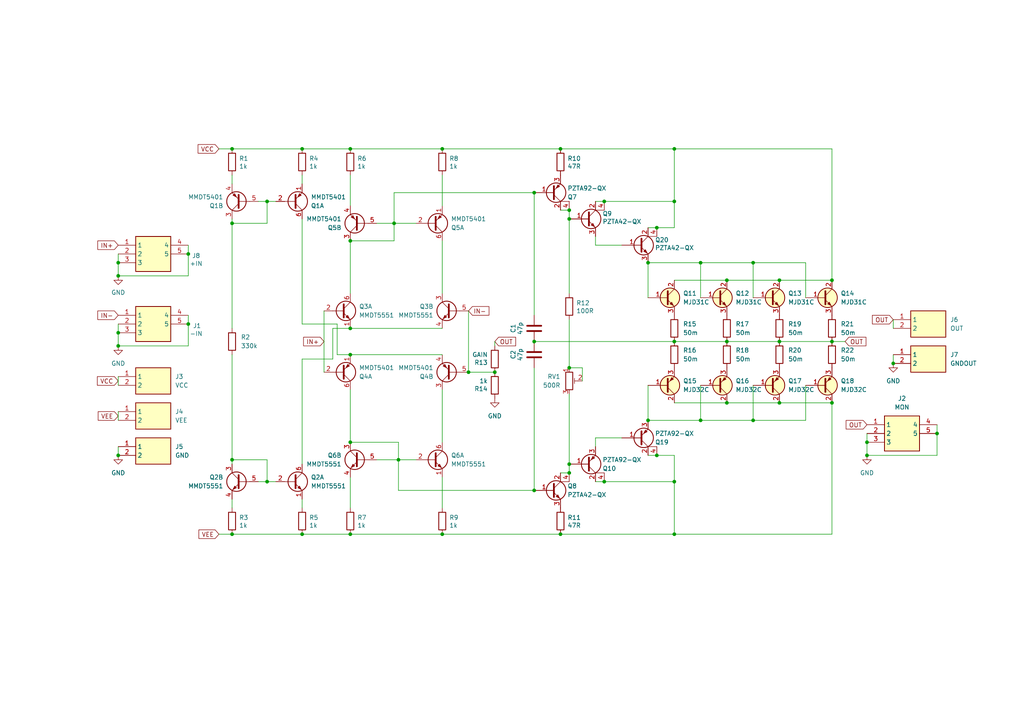
<source format=kicad_sch>
(kicad_sch
	(version 20231120)
	(generator "eeschema")
	(generator_version "8.0")
	(uuid "eb3f4fd3-f4e3-43f8-9c18-f40d8273d787")
	(paper "A4")
	(lib_symbols
		(symbol "Device:C"
			(pin_numbers hide)
			(pin_names
				(offset 0.254)
			)
			(exclude_from_sim no)
			(in_bom yes)
			(on_board yes)
			(property "Reference" "C"
				(at 0.635 2.54 0)
				(effects
					(font
						(size 1.27 1.27)
					)
					(justify left)
				)
			)
			(property "Value" "C"
				(at 0.635 -2.54 0)
				(effects
					(font
						(size 1.27 1.27)
					)
					(justify left)
				)
			)
			(property "Footprint" ""
				(at 0.9652 -3.81 0)
				(effects
					(font
						(size 1.27 1.27)
					)
					(hide yes)
				)
			)
			(property "Datasheet" "~"
				(at 0 0 0)
				(effects
					(font
						(size 1.27 1.27)
					)
					(hide yes)
				)
			)
			(property "Description" "Unpolarized capacitor"
				(at 0 0 0)
				(effects
					(font
						(size 1.27 1.27)
					)
					(hide yes)
				)
			)
			(property "ki_keywords" "cap capacitor"
				(at 0 0 0)
				(effects
					(font
						(size 1.27 1.27)
					)
					(hide yes)
				)
			)
			(property "ki_fp_filters" "C_*"
				(at 0 0 0)
				(effects
					(font
						(size 1.27 1.27)
					)
					(hide yes)
				)
			)
			(symbol "C_0_1"
				(polyline
					(pts
						(xy -2.032 -0.762) (xy 2.032 -0.762)
					)
					(stroke
						(width 0.508)
						(type default)
					)
					(fill
						(type none)
					)
				)
				(polyline
					(pts
						(xy -2.032 0.762) (xy 2.032 0.762)
					)
					(stroke
						(width 0.508)
						(type default)
					)
					(fill
						(type none)
					)
				)
			)
			(symbol "C_1_1"
				(pin passive line
					(at 0 3.81 270)
					(length 2.794)
					(name "~"
						(effects
							(font
								(size 1.27 1.27)
							)
						)
					)
					(number "1"
						(effects
							(font
								(size 1.27 1.27)
							)
						)
					)
				)
				(pin passive line
					(at 0 -3.81 90)
					(length 2.794)
					(name "~"
						(effects
							(font
								(size 1.27 1.27)
							)
						)
					)
					(number "2"
						(effects
							(font
								(size 1.27 1.27)
							)
						)
					)
				)
			)
		)
		(symbol "Device:Q_NPN_BCEC"
			(pin_names
				(offset 0) hide)
			(exclude_from_sim no)
			(in_bom yes)
			(on_board yes)
			(property "Reference" "Q"
				(at 5.08 1.27 0)
				(effects
					(font
						(size 1.27 1.27)
					)
					(justify left)
				)
			)
			(property "Value" "Q_NPN_BCEC"
				(at 5.08 -1.27 0)
				(effects
					(font
						(size 1.27 1.27)
					)
					(justify left)
				)
			)
			(property "Footprint" ""
				(at 5.08 2.54 0)
				(effects
					(font
						(size 1.27 1.27)
					)
					(hide yes)
				)
			)
			(property "Datasheet" "~"
				(at 0 0 0)
				(effects
					(font
						(size 1.27 1.27)
					)
					(hide yes)
				)
			)
			(property "Description" "NPN transistor, base/collector/emitter, collector connected to mounting plane"
				(at 0 0 0)
				(effects
					(font
						(size 1.27 1.27)
					)
					(hide yes)
				)
			)
			(property "ki_keywords" "transistor NPN"
				(at 0 0 0)
				(effects
					(font
						(size 1.27 1.27)
					)
					(hide yes)
				)
			)
			(symbol "Q_NPN_BCEC_0_1"
				(polyline
					(pts
						(xy 0.635 0.635) (xy 2.54 2.54)
					)
					(stroke
						(width 0)
						(type default)
					)
					(fill
						(type none)
					)
				)
				(polyline
					(pts
						(xy 2.54 2.54) (xy 5.08 2.54)
					)
					(stroke
						(width 0)
						(type default)
					)
					(fill
						(type none)
					)
				)
				(polyline
					(pts
						(xy 0.635 -0.635) (xy 2.54 -2.54) (xy 2.54 -2.54)
					)
					(stroke
						(width 0)
						(type default)
					)
					(fill
						(type none)
					)
				)
				(polyline
					(pts
						(xy 0.635 1.905) (xy 0.635 -1.905) (xy 0.635 -1.905)
					)
					(stroke
						(width 0.508)
						(type default)
					)
					(fill
						(type none)
					)
				)
				(polyline
					(pts
						(xy 1.27 -1.778) (xy 1.778 -1.27) (xy 2.286 -2.286) (xy 1.27 -1.778) (xy 1.27 -1.778)
					)
					(stroke
						(width 0)
						(type default)
					)
					(fill
						(type outline)
					)
				)
				(circle
					(center 1.27 0)
					(radius 2.8194)
					(stroke
						(width 0.254)
						(type default)
					)
					(fill
						(type none)
					)
				)
			)
			(symbol "Q_NPN_BCEC_1_1"
				(pin input line
					(at -5.08 0 0)
					(length 5.715)
					(name "B"
						(effects
							(font
								(size 1.27 1.27)
							)
						)
					)
					(number "1"
						(effects
							(font
								(size 1.27 1.27)
							)
						)
					)
				)
				(pin passive line
					(at 2.54 5.08 270)
					(length 2.54)
					(name "C"
						(effects
							(font
								(size 1.27 1.27)
							)
						)
					)
					(number "2"
						(effects
							(font
								(size 1.27 1.27)
							)
						)
					)
				)
				(pin passive line
					(at 2.54 -5.08 90)
					(length 2.54)
					(name "E"
						(effects
							(font
								(size 1.27 1.27)
							)
						)
					)
					(number "3"
						(effects
							(font
								(size 1.27 1.27)
							)
						)
					)
				)
				(pin passive line
					(at 5.08 5.08 270)
					(length 2.54)
					(name "C"
						(effects
							(font
								(size 1.27 1.27)
							)
						)
					)
					(number "4"
						(effects
							(font
								(size 1.27 1.27)
							)
						)
					)
				)
			)
		)
		(symbol "Device:Q_PNP_BCEC"
			(pin_names
				(offset 0) hide)
			(exclude_from_sim no)
			(in_bom yes)
			(on_board yes)
			(property "Reference" "Q"
				(at 5.08 1.27 0)
				(effects
					(font
						(size 1.27 1.27)
					)
					(justify left)
				)
			)
			(property "Value" "Q_PNP_BCEC"
				(at 5.08 -1.27 0)
				(effects
					(font
						(size 1.27 1.27)
					)
					(justify left)
				)
			)
			(property "Footprint" ""
				(at 5.08 2.54 0)
				(effects
					(font
						(size 1.27 1.27)
					)
					(hide yes)
				)
			)
			(property "Datasheet" "~"
				(at 0 0 0)
				(effects
					(font
						(size 1.27 1.27)
					)
					(hide yes)
				)
			)
			(property "Description" "PNP transistor, base/collector/emitter, collector connected to mounting plane"
				(at 0 0 0)
				(effects
					(font
						(size 1.27 1.27)
					)
					(hide yes)
				)
			)
			(property "ki_keywords" "transistor PNP"
				(at 0 0 0)
				(effects
					(font
						(size 1.27 1.27)
					)
					(hide yes)
				)
			)
			(symbol "Q_PNP_BCEC_0_1"
				(polyline
					(pts
						(xy 0.635 0.635) (xy 2.54 2.54)
					)
					(stroke
						(width 0)
						(type default)
					)
					(fill
						(type none)
					)
				)
				(polyline
					(pts
						(xy 5.08 2.54) (xy 2.54 2.54)
					)
					(stroke
						(width 0)
						(type default)
					)
					(fill
						(type none)
					)
				)
				(polyline
					(pts
						(xy 0.635 -0.635) (xy 2.54 -2.54) (xy 2.54 -2.54)
					)
					(stroke
						(width 0)
						(type default)
					)
					(fill
						(type none)
					)
				)
				(polyline
					(pts
						(xy 0.635 1.905) (xy 0.635 -1.905) (xy 0.635 -1.905)
					)
					(stroke
						(width 0.508)
						(type default)
					)
					(fill
						(type none)
					)
				)
				(polyline
					(pts
						(xy 2.286 -1.778) (xy 1.778 -2.286) (xy 1.27 -1.27) (xy 2.286 -1.778) (xy 2.286 -1.778)
					)
					(stroke
						(width 0)
						(type default)
					)
					(fill
						(type outline)
					)
				)
				(circle
					(center 1.27 0)
					(radius 2.8194)
					(stroke
						(width 0.254)
						(type default)
					)
					(fill
						(type none)
					)
				)
			)
			(symbol "Q_PNP_BCEC_1_1"
				(pin input line
					(at -5.08 0 0)
					(length 5.715)
					(name "B"
						(effects
							(font
								(size 1.27 1.27)
							)
						)
					)
					(number "1"
						(effects
							(font
								(size 1.27 1.27)
							)
						)
					)
				)
				(pin passive line
					(at 2.54 5.08 270)
					(length 2.54)
					(name "C"
						(effects
							(font
								(size 1.27 1.27)
							)
						)
					)
					(number "2"
						(effects
							(font
								(size 1.27 1.27)
							)
						)
					)
				)
				(pin passive line
					(at 2.54 -5.08 90)
					(length 2.54)
					(name "E"
						(effects
							(font
								(size 1.27 1.27)
							)
						)
					)
					(number "3"
						(effects
							(font
								(size 1.27 1.27)
							)
						)
					)
				)
				(pin passive line
					(at 5.08 5.08 270)
					(length 2.54)
					(name "C"
						(effects
							(font
								(size 1.27 1.27)
							)
						)
					)
					(number "4"
						(effects
							(font
								(size 1.27 1.27)
							)
						)
					)
				)
			)
		)
		(symbol "Device:R"
			(pin_numbers hide)
			(pin_names
				(offset 0)
			)
			(exclude_from_sim no)
			(in_bom yes)
			(on_board yes)
			(property "Reference" "R"
				(at 2.032 0 90)
				(effects
					(font
						(size 1.27 1.27)
					)
				)
			)
			(property "Value" "R"
				(at 0 0 90)
				(effects
					(font
						(size 1.27 1.27)
					)
				)
			)
			(property "Footprint" ""
				(at -1.778 0 90)
				(effects
					(font
						(size 1.27 1.27)
					)
					(hide yes)
				)
			)
			(property "Datasheet" "~"
				(at 0 0 0)
				(effects
					(font
						(size 1.27 1.27)
					)
					(hide yes)
				)
			)
			(property "Description" "Resistor"
				(at 0 0 0)
				(effects
					(font
						(size 1.27 1.27)
					)
					(hide yes)
				)
			)
			(property "ki_keywords" "R res resistor"
				(at 0 0 0)
				(effects
					(font
						(size 1.27 1.27)
					)
					(hide yes)
				)
			)
			(property "ki_fp_filters" "R_*"
				(at 0 0 0)
				(effects
					(font
						(size 1.27 1.27)
					)
					(hide yes)
				)
			)
			(symbol "R_0_1"
				(rectangle
					(start -1.016 -2.54)
					(end 1.016 2.54)
					(stroke
						(width 0.254)
						(type default)
					)
					(fill
						(type none)
					)
				)
			)
			(symbol "R_1_1"
				(pin passive line
					(at 0 3.81 270)
					(length 1.27)
					(name "~"
						(effects
							(font
								(size 1.27 1.27)
							)
						)
					)
					(number "1"
						(effects
							(font
								(size 1.27 1.27)
							)
						)
					)
				)
				(pin passive line
					(at 0 -3.81 90)
					(length 1.27)
					(name "~"
						(effects
							(font
								(size 1.27 1.27)
							)
						)
					)
					(number "2"
						(effects
							(font
								(size 1.27 1.27)
							)
						)
					)
				)
			)
		)
		(symbol "Device:R_Potentiometer_Trim"
			(pin_names
				(offset 1.016) hide)
			(exclude_from_sim no)
			(in_bom yes)
			(on_board yes)
			(property "Reference" "RV"
				(at -4.445 0 90)
				(effects
					(font
						(size 1.27 1.27)
					)
				)
			)
			(property "Value" "R_Potentiometer_Trim"
				(at -2.54 0 90)
				(effects
					(font
						(size 1.27 1.27)
					)
				)
			)
			(property "Footprint" ""
				(at 0 0 0)
				(effects
					(font
						(size 1.27 1.27)
					)
					(hide yes)
				)
			)
			(property "Datasheet" "~"
				(at 0 0 0)
				(effects
					(font
						(size 1.27 1.27)
					)
					(hide yes)
				)
			)
			(property "Description" "Trim-potentiometer"
				(at 0 0 0)
				(effects
					(font
						(size 1.27 1.27)
					)
					(hide yes)
				)
			)
			(property "ki_keywords" "resistor variable trimpot trimmer"
				(at 0 0 0)
				(effects
					(font
						(size 1.27 1.27)
					)
					(hide yes)
				)
			)
			(property "ki_fp_filters" "Potentiometer*"
				(at 0 0 0)
				(effects
					(font
						(size 1.27 1.27)
					)
					(hide yes)
				)
			)
			(symbol "R_Potentiometer_Trim_0_1"
				(polyline
					(pts
						(xy 1.524 0.762) (xy 1.524 -0.762)
					)
					(stroke
						(width 0)
						(type default)
					)
					(fill
						(type none)
					)
				)
				(polyline
					(pts
						(xy 2.54 0) (xy 1.524 0)
					)
					(stroke
						(width 0)
						(type default)
					)
					(fill
						(type none)
					)
				)
				(rectangle
					(start 1.016 2.54)
					(end -1.016 -2.54)
					(stroke
						(width 0.254)
						(type default)
					)
					(fill
						(type none)
					)
				)
			)
			(symbol "R_Potentiometer_Trim_1_1"
				(pin passive line
					(at 0 3.81 270)
					(length 1.27)
					(name "1"
						(effects
							(font
								(size 1.27 1.27)
							)
						)
					)
					(number "1"
						(effects
							(font
								(size 1.27 1.27)
							)
						)
					)
				)
				(pin passive line
					(at 3.81 0 180)
					(length 1.27)
					(name "2"
						(effects
							(font
								(size 1.27 1.27)
							)
						)
					)
					(number "2"
						(effects
							(font
								(size 1.27 1.27)
							)
						)
					)
				)
				(pin passive line
					(at 0 -3.81 90)
					(length 1.27)
					(name "3"
						(effects
							(font
								(size 1.27 1.27)
							)
						)
					)
					(number "3"
						(effects
							(font
								(size 1.27 1.27)
							)
						)
					)
				)
			)
		)
		(symbol "PCM_Transistor_BJT_AKL:MJD31C"
			(pin_names hide)
			(exclude_from_sim no)
			(in_bom yes)
			(on_board yes)
			(property "Reference" "Q"
				(at 5.08 1.27 0)
				(effects
					(font
						(size 1.27 1.27)
					)
					(justify left)
				)
			)
			(property "Value" "MJD31C"
				(at 5.08 -1.27 0)
				(effects
					(font
						(size 1.27 1.27)
					)
					(justify left)
				)
			)
			(property "Footprint" "PCM_Package_TO_SOT_SMD_AKL:TO-252-2"
				(at 5.08 2.54 0)
				(effects
					(font
						(size 1.27 1.27)
					)
					(hide yes)
				)
			)
			(property "Datasheet" "https://www.tme.eu/Document/4b521f5243f7531696a0dc4af2c14260/MJD31_MJD32.pdf"
				(at 0 0 0)
				(effects
					(font
						(size 1.27 1.27)
					)
					(hide yes)
				)
			)
			(property "Description" "NPN TO-252 power transistor, 100V, 3A, 15W, Alternate KiCAD Library"
				(at 0 0 0)
				(effects
					(font
						(size 1.27 1.27)
					)
					(hide yes)
				)
			)
			(property "ki_keywords" "transistor NPN MJD31C"
				(at 0 0 0)
				(effects
					(font
						(size 1.27 1.27)
					)
					(hide yes)
				)
			)
			(symbol "MJD31C_0_1"
				(polyline
					(pts
						(xy 0.635 0.635) (xy 2.54 2.54)
					)
					(stroke
						(width 0)
						(type default)
					)
					(fill
						(type none)
					)
				)
				(polyline
					(pts
						(xy 0.635 -0.635) (xy 2.54 -2.54) (xy 2.54 -2.54)
					)
					(stroke
						(width 0)
						(type default)
					)
					(fill
						(type none)
					)
				)
				(polyline
					(pts
						(xy 0.635 1.905) (xy 0.635 -1.905) (xy 0.635 -1.905)
					)
					(stroke
						(width 0.508)
						(type default)
					)
					(fill
						(type none)
					)
				)
				(polyline
					(pts
						(xy 1.27 -1.778) (xy 1.778 -1.27) (xy 2.286 -2.286) (xy 1.27 -1.778) (xy 1.27 -1.778)
					)
					(stroke
						(width 0)
						(type default)
					)
					(fill
						(type outline)
					)
				)
				(circle
					(center 1.27 0)
					(radius 2.8194)
					(stroke
						(width 0.254)
						(type default)
					)
					(fill
						(type background)
					)
				)
			)
			(symbol "MJD31C_1_1"
				(pin input line
					(at -5.08 0 0)
					(length 5.715)
					(name "B"
						(effects
							(font
								(size 1.27 1.27)
							)
						)
					)
					(number "1"
						(effects
							(font
								(size 1.27 1.27)
							)
						)
					)
				)
				(pin passive line
					(at 2.54 5.08 270)
					(length 2.54)
					(name "C"
						(effects
							(font
								(size 1.27 1.27)
							)
						)
					)
					(number "2"
						(effects
							(font
								(size 1.27 1.27)
							)
						)
					)
				)
				(pin passive line
					(at 2.54 -5.08 90)
					(length 2.54)
					(name "E"
						(effects
							(font
								(size 1.27 1.27)
							)
						)
					)
					(number "3"
						(effects
							(font
								(size 1.27 1.27)
							)
						)
					)
				)
			)
		)
		(symbol "PCM_Transistor_BJT_AKL:MJD32C"
			(pin_names hide)
			(exclude_from_sim no)
			(in_bom yes)
			(on_board yes)
			(property "Reference" "Q"
				(at 5.08 1.27 0)
				(effects
					(font
						(size 1.27 1.27)
					)
					(justify left)
				)
			)
			(property "Value" "MJD32C"
				(at 5.08 -1.27 0)
				(effects
					(font
						(size 1.27 1.27)
					)
					(justify left)
				)
			)
			(property "Footprint" "PCM_Package_TO_SOT_SMD_AKL:TO-252-2"
				(at 5.08 2.54 0)
				(effects
					(font
						(size 1.27 1.27)
					)
					(hide yes)
				)
			)
			(property "Datasheet" "https://www.tme.eu/Document/4b521f5243f7531696a0dc4af2c14260/MJD31_MJD32.pdf"
				(at 0 0 0)
				(effects
					(font
						(size 1.27 1.27)
					)
					(hide yes)
				)
			)
			(property "Description" "PNP TO-252 power transistor, 100V, 3A ,15W, Alternate KiCAD Library"
				(at 0 0 0)
				(effects
					(font
						(size 1.27 1.27)
					)
					(hide yes)
				)
			)
			(property "ki_keywords" "transistor PNP MJD32C"
				(at 0 0 0)
				(effects
					(font
						(size 1.27 1.27)
					)
					(hide yes)
				)
			)
			(symbol "MJD32C_0_1"
				(polyline
					(pts
						(xy 0.635 -0.635) (xy 2.54 -2.54)
					)
					(stroke
						(width 0)
						(type default)
					)
					(fill
						(type none)
					)
				)
				(polyline
					(pts
						(xy 0.635 -1.905) (xy 0.635 1.905) (xy 0.635 1.905)
					)
					(stroke
						(width 0.508)
						(type default)
					)
					(fill
						(type none)
					)
				)
				(polyline
					(pts
						(xy 0.635 0.635) (xy 2.54 2.54) (xy 2.54 2.54)
					)
					(stroke
						(width 0)
						(type default)
					)
					(fill
						(type none)
					)
				)
				(polyline
					(pts
						(xy 2.286 1.778) (xy 1.778 2.286) (xy 1.27 1.27) (xy 2.286 1.778) (xy 2.286 1.778)
					)
					(stroke
						(width 0)
						(type default)
					)
					(fill
						(type outline)
					)
				)
				(circle
					(center 1.27 0)
					(radius 2.8194)
					(stroke
						(width 0.254)
						(type default)
					)
					(fill
						(type background)
					)
				)
			)
			(symbol "MJD32C_1_1"
				(pin input line
					(at -5.08 0 0)
					(length 5.715)
					(name "B"
						(effects
							(font
								(size 1.27 1.27)
							)
						)
					)
					(number "1"
						(effects
							(font
								(size 1.27 1.27)
							)
						)
					)
				)
				(pin passive line
					(at 2.54 -5.08 90)
					(length 2.54)
					(name "C"
						(effects
							(font
								(size 1.27 1.27)
							)
						)
					)
					(number "2"
						(effects
							(font
								(size 1.27 1.27)
							)
						)
					)
				)
				(pin passive line
					(at 2.54 5.08 270)
					(length 2.54)
					(name "E"
						(effects
							(font
								(size 1.27 1.27)
							)
						)
					)
					(number "3"
						(effects
							(font
								(size 1.27 1.27)
							)
						)
					)
				)
			)
		)
		(symbol "Transistor_BJT:MMDT5401"
			(pin_names
				(offset 0) hide)
			(exclude_from_sim no)
			(in_bom yes)
			(on_board yes)
			(property "Reference" "Q"
				(at 5.08 1.27 0)
				(effects
					(font
						(size 1.27 1.27)
					)
					(justify left)
				)
			)
			(property "Value" "MMDT5401"
				(at 5.08 -1.27 0)
				(effects
					(font
						(size 1.27 1.27)
					)
					(justify left)
				)
			)
			(property "Footprint" "Package_TO_SOT_SMD:SOT-363_SC-70-6"
				(at 5.08 2.54 0)
				(effects
					(font
						(size 1.27 1.27)
					)
					(hide yes)
				)
			)
			(property "Datasheet" "http://www.diodes.com/_files/datasheets/ds30169.pdf"
				(at 0 0 0)
				(effects
					(font
						(size 1.27 1.27)
					)
					(hide yes)
				)
			)
			(property "Description" "200mA IC, 160V Vce, Dual PNP/PNP Transistors, SOT-363"
				(at 0 0 0)
				(effects
					(font
						(size 1.27 1.27)
					)
					(hide yes)
				)
			)
			(property "ki_locked" ""
				(at 0 0 0)
				(effects
					(font
						(size 1.27 1.27)
					)
				)
			)
			(property "ki_keywords" "PNP/PNP Transistor"
				(at 0 0 0)
				(effects
					(font
						(size 1.27 1.27)
					)
					(hide yes)
				)
			)
			(property "ki_fp_filters" "SOT?363*"
				(at 0 0 0)
				(effects
					(font
						(size 1.27 1.27)
					)
					(hide yes)
				)
			)
			(symbol "MMDT5401_0_1"
				(polyline
					(pts
						(xy 0.635 0) (xy -2.54 0)
					)
					(stroke
						(width 0)
						(type default)
					)
					(fill
						(type none)
					)
				)
				(polyline
					(pts
						(xy 0.635 0.635) (xy 2.54 2.54)
					)
					(stroke
						(width 0)
						(type default)
					)
					(fill
						(type none)
					)
				)
				(polyline
					(pts
						(xy 0.635 -0.635) (xy 2.54 -2.54) (xy 2.54 -2.54)
					)
					(stroke
						(width 0)
						(type default)
					)
					(fill
						(type none)
					)
				)
				(polyline
					(pts
						(xy 0.635 1.905) (xy 0.635 -1.905) (xy 0.635 -1.905)
					)
					(stroke
						(width 0.508)
						(type default)
					)
					(fill
						(type none)
					)
				)
				(polyline
					(pts
						(xy 2.286 -1.778) (xy 1.778 -2.286) (xy 1.27 -1.27) (xy 2.286 -1.778) (xy 2.286 -1.778)
					)
					(stroke
						(width 0)
						(type default)
					)
					(fill
						(type outline)
					)
				)
				(circle
					(center 1.27 0)
					(radius 2.8194)
					(stroke
						(width 0.254)
						(type default)
					)
					(fill
						(type none)
					)
				)
			)
			(symbol "MMDT5401_1_1"
				(pin passive line
					(at 2.54 -5.08 90)
					(length 2.54)
					(name "E1"
						(effects
							(font
								(size 1.27 1.27)
							)
						)
					)
					(number "1"
						(effects
							(font
								(size 1.27 1.27)
							)
						)
					)
				)
				(pin input line
					(at -5.08 0 0)
					(length 2.54)
					(name "B1"
						(effects
							(font
								(size 1.27 1.27)
							)
						)
					)
					(number "2"
						(effects
							(font
								(size 1.27 1.27)
							)
						)
					)
				)
				(pin passive line
					(at 2.54 5.08 270)
					(length 2.54)
					(name "C1"
						(effects
							(font
								(size 1.27 1.27)
							)
						)
					)
					(number "6"
						(effects
							(font
								(size 1.27 1.27)
							)
						)
					)
				)
			)
			(symbol "MMDT5401_2_1"
				(pin passive line
					(at 2.54 5.08 270)
					(length 2.54)
					(name "C2"
						(effects
							(font
								(size 1.27 1.27)
							)
						)
					)
					(number "3"
						(effects
							(font
								(size 1.27 1.27)
							)
						)
					)
				)
				(pin passive line
					(at 2.54 -5.08 90)
					(length 2.54)
					(name "E2"
						(effects
							(font
								(size 1.27 1.27)
							)
						)
					)
					(number "4"
						(effects
							(font
								(size 1.27 1.27)
							)
						)
					)
				)
				(pin input line
					(at -5.08 0 0)
					(length 2.54)
					(name "B2"
						(effects
							(font
								(size 1.27 1.27)
							)
						)
					)
					(number "5"
						(effects
							(font
								(size 1.27 1.27)
							)
						)
					)
				)
			)
		)
		(symbol "Transistor_BJT:MMDT5551"
			(pin_names
				(offset 0) hide)
			(exclude_from_sim no)
			(in_bom yes)
			(on_board yes)
			(property "Reference" "Q"
				(at 5.08 1.27 0)
				(effects
					(font
						(size 1.27 1.27)
					)
					(justify left)
				)
			)
			(property "Value" "MMDT5551"
				(at 5.08 -1.27 0)
				(effects
					(font
						(size 1.27 1.27)
					)
					(justify left)
				)
			)
			(property "Footprint" "Package_TO_SOT_SMD:SOT-363_SC-70-6"
				(at 5.08 2.54 0)
				(effects
					(font
						(size 1.27 1.27)
					)
					(hide yes)
				)
			)
			(property "Datasheet" "http://www.diodes.com/_files/datasheets/ds30172.pdf"
				(at 0 0 0)
				(effects
					(font
						(size 1.27 1.27)
					)
					(hide yes)
				)
			)
			(property "Description" "200mA IC, 160V Vce, Dual NPN/NPN Transistors, SOT-363"
				(at 0 0 0)
				(effects
					(font
						(size 1.27 1.27)
					)
					(hide yes)
				)
			)
			(property "ki_locked" ""
				(at 0 0 0)
				(effects
					(font
						(size 1.27 1.27)
					)
				)
			)
			(property "ki_keywords" "NPN/NPN Transistor"
				(at 0 0 0)
				(effects
					(font
						(size 1.27 1.27)
					)
					(hide yes)
				)
			)
			(property "ki_fp_filters" "SOT?363*"
				(at 0 0 0)
				(effects
					(font
						(size 1.27 1.27)
					)
					(hide yes)
				)
			)
			(symbol "MMDT5551_0_1"
				(polyline
					(pts
						(xy 0.635 0) (xy -2.54 0)
					)
					(stroke
						(width 0)
						(type default)
					)
					(fill
						(type none)
					)
				)
				(polyline
					(pts
						(xy 0.635 0.635) (xy 2.54 2.54)
					)
					(stroke
						(width 0)
						(type default)
					)
					(fill
						(type none)
					)
				)
				(polyline
					(pts
						(xy 0.635 -0.635) (xy 2.54 -2.54) (xy 2.54 -2.54)
					)
					(stroke
						(width 0)
						(type default)
					)
					(fill
						(type none)
					)
				)
				(polyline
					(pts
						(xy 0.635 1.905) (xy 0.635 -1.905) (xy 0.635 -1.905)
					)
					(stroke
						(width 0.508)
						(type default)
					)
					(fill
						(type none)
					)
				)
				(polyline
					(pts
						(xy 1.27 -1.778) (xy 1.778 -1.27) (xy 2.286 -2.286) (xy 1.27 -1.778) (xy 1.27 -1.778)
					)
					(stroke
						(width 0)
						(type default)
					)
					(fill
						(type outline)
					)
				)
				(circle
					(center 1.27 0)
					(radius 2.8194)
					(stroke
						(width 0.254)
						(type default)
					)
					(fill
						(type none)
					)
				)
			)
			(symbol "MMDT5551_1_1"
				(pin passive line
					(at 2.54 -5.08 90)
					(length 2.54)
					(name "E1"
						(effects
							(font
								(size 1.27 1.27)
							)
						)
					)
					(number "1"
						(effects
							(font
								(size 1.27 1.27)
							)
						)
					)
				)
				(pin input line
					(at -5.08 0 0)
					(length 2.54)
					(name "B1"
						(effects
							(font
								(size 1.27 1.27)
							)
						)
					)
					(number "2"
						(effects
							(font
								(size 1.27 1.27)
							)
						)
					)
				)
				(pin passive line
					(at 2.54 5.08 270)
					(length 2.54)
					(name "C1"
						(effects
							(font
								(size 1.27 1.27)
							)
						)
					)
					(number "6"
						(effects
							(font
								(size 1.27 1.27)
							)
						)
					)
				)
			)
			(symbol "MMDT5551_2_1"
				(pin passive line
					(at 2.54 5.08 270)
					(length 2.54)
					(name "C2"
						(effects
							(font
								(size 1.27 1.27)
							)
						)
					)
					(number "3"
						(effects
							(font
								(size 1.27 1.27)
							)
						)
					)
				)
				(pin passive line
					(at 2.54 -5.08 90)
					(length 2.54)
					(name "E2"
						(effects
							(font
								(size 1.27 1.27)
							)
						)
					)
					(number "4"
						(effects
							(font
								(size 1.27 1.27)
							)
						)
					)
				)
				(pin input line
					(at -5.08 0 0)
					(length 2.54)
					(name "B2"
						(effects
							(font
								(size 1.27 1.27)
							)
						)
					)
					(number "5"
						(effects
							(font
								(size 1.27 1.27)
							)
						)
					)
				)
			)
		)
		(symbol "misc:726386-2"
			(exclude_from_sim no)
			(in_bom yes)
			(on_board yes)
			(property "Reference" "J"
				(at 8.89 7.366 0)
				(effects
					(font
						(size 1.27 1.27)
					)
					(justify left top)
				)
			)
			(property "Value" "726386-2"
				(at 5.08 4.826 0)
				(effects
					(font
						(size 1.27 1.27)
					)
					(justify left top)
				)
			)
			(property "Footprint" "726386-2"
				(at 16.51 -94.92 0)
				(effects
					(font
						(size 1.27 1.27)
					)
					(justify left top)
					(hide yes)
				)
			)
			(property "Datasheet" "http://www.te.com/commerce/DocumentDelivery/DDEController?Action=showdoc&DocId=Customer+Drawing%7F726386%7FG%7Fpdf%7FEnglish%7FENG_CD_726386_G.pdf%7F1-726386-2"
				(at 16.51 -194.92 0)
				(effects
					(font
						(size 1.27 1.27)
					)
					(justify left top)
					(hide yes)
				)
			)
			(property "Description" "Contact Features: PCB Contact Termination Area Plating Material Thickness 4.5 MICM | Mating Tab Width 6.35 MM | Contact Mating Area Plating Material Thickness 177.16 MICIN | Mating Tab Width .25 INCH | Mating Tab Thickness .032 INCH | Terminal Plating Material Tin | Contact Underplating Material Thickness 78.74 MICIN | Terminal Size 6.35 | Contact Mating Area Plating Material Thickness 4.5 MICM | PCB Contact Termination Area Plating Material Thickness 177.16 MICIN | Terminal Orientation Straight | Mating Ta"
				(at -0.508 12.954 0)
				(effects
					(font
						(size 1.27 1.27)
					)
					(hide yes)
				)
			)
			(property "Height" ""
				(at 16.51 -394.92 0)
				(effects
					(font
						(size 1.27 1.27)
					)
					(justify left top)
					(hide yes)
				)
			)
			(property "TME Electronic Components Part Number" ""
				(at 16.51 -494.92 0)
				(effects
					(font
						(size 1.27 1.27)
					)
					(justify left top)
					(hide yes)
				)
			)
			(property "TME Electronic Components Price/Stock" ""
				(at 16.51 -594.92 0)
				(effects
					(font
						(size 1.27 1.27)
					)
					(justify left top)
					(hide yes)
				)
			)
			(property "Manufacturer_Name" "TE Connectivity"
				(at 16.51 -694.92 0)
				(effects
					(font
						(size 1.27 1.27)
					)
					(justify left top)
					(hide yes)
				)
			)
			(property "Manufacturer_Part_Number" "726386-2"
				(at 16.51 -794.92 0)
				(effects
					(font
						(size 1.27 1.27)
					)
					(justify left top)
					(hide yes)
				)
			)
			(symbol "726386-2_1_1"
				(rectangle
					(start 5.08 2.54)
					(end 15.24 -5.08)
					(stroke
						(width 0.254)
						(type default)
					)
					(fill
						(type background)
					)
				)
				(pin passive line
					(at 0 0 0)
					(length 5.08)
					(name "1"
						(effects
							(font
								(size 1.27 1.27)
							)
						)
					)
					(number "1"
						(effects
							(font
								(size 1.27 1.27)
							)
						)
					)
				)
				(pin passive line
					(at 0 -2.54 0)
					(length 5.08)
					(name "2"
						(effects
							(font
								(size 1.27 1.27)
							)
						)
					)
					(number "2"
						(effects
							(font
								(size 1.27 1.27)
							)
						)
					)
				)
			)
		)
		(symbol "misc:SMA6251A1-3GT50G-50"
			(exclude_from_sim no)
			(in_bom yes)
			(on_board yes)
			(property "Reference" "J"
				(at 9.398 7.62 0)
				(effects
					(font
						(size 1.27 1.27)
					)
					(justify left top)
				)
			)
			(property "Value" "SMA6251A1-3GT50G-50"
				(at -1.27 5.08 0)
				(effects
					(font
						(size 1.27 1.27)
					)
					(justify left top)
				)
			)
			(property "Footprint" "SMA6251A13GT50G50"
				(at 16.51 -94.92 0)
				(effects
					(font
						(size 1.27 1.27)
					)
					(justify left top)
					(hide yes)
				)
			)
			(property "Datasheet" "https://www.rf-microwave.com/resources/products_attachments/5a43869a95021.pdf"
				(at 16.51 -194.92 0)
				(effects
					(font
						(size 1.27 1.27)
					)
					(justify left top)
					(hide yes)
				)
			)
			(property "Description" "Socket; SMA; female; straight; 50; THT; on PCBs; PTFE; gold-plated"
				(at 1.778 15.748 0)
				(effects
					(font
						(size 1.27 1.27)
					)
					(hide yes)
				)
			)
			(property "Height" "9.93"
				(at 16.51 -394.92 0)
				(effects
					(font
						(size 1.27 1.27)
					)
					(justify left top)
					(hide yes)
				)
			)
			(property "TME Electronic Components Part Number" ""
				(at 16.51 -494.92 0)
				(effects
					(font
						(size 1.27 1.27)
					)
					(justify left top)
					(hide yes)
				)
			)
			(property "TME Electronic Components Price/Stock" ""
				(at 16.51 -594.92 0)
				(effects
					(font
						(size 1.27 1.27)
					)
					(justify left top)
					(hide yes)
				)
			)
			(property "Manufacturer_Name" "Amphenol"
				(at 16.51 -694.92 0)
				(effects
					(font
						(size 1.27 1.27)
					)
					(justify left top)
					(hide yes)
				)
			)
			(property "Manufacturer_Part_Number" "SMA6251A1-3GT50G-50"
				(at 16.51 -794.92 0)
				(effects
					(font
						(size 1.27 1.27)
					)
					(justify left top)
					(hide yes)
				)
			)
			(symbol "SMA6251A1-3GT50G-50_1_1"
				(rectangle
					(start 5.08 2.54)
					(end 15.24 -7.62)
					(stroke
						(width 0.254)
						(type default)
					)
					(fill
						(type background)
					)
				)
				(pin passive line
					(at 0 0 0)
					(length 5.08)
					(name "1"
						(effects
							(font
								(size 1.27 1.27)
							)
						)
					)
					(number "1"
						(effects
							(font
								(size 1.27 1.27)
							)
						)
					)
				)
				(pin passive line
					(at 0 -2.54 0)
					(length 5.08)
					(name "2"
						(effects
							(font
								(size 1.27 1.27)
							)
						)
					)
					(number "2"
						(effects
							(font
								(size 1.27 1.27)
							)
						)
					)
				)
				(pin passive line
					(at 0 -5.08 0)
					(length 5.08)
					(name "3"
						(effects
							(font
								(size 1.27 1.27)
							)
						)
					)
					(number "3"
						(effects
							(font
								(size 1.27 1.27)
							)
						)
					)
				)
				(pin passive line
					(at 20.32 0 180)
					(length 5.08)
					(name "4"
						(effects
							(font
								(size 1.27 1.27)
							)
						)
					)
					(number "4"
						(effects
							(font
								(size 1.27 1.27)
							)
						)
					)
				)
				(pin passive line
					(at 20.32 -2.54 180)
					(length 5.08)
					(name "5"
						(effects
							(font
								(size 1.27 1.27)
							)
						)
					)
					(number "5"
						(effects
							(font
								(size 1.27 1.27)
							)
						)
					)
				)
			)
		)
		(symbol "power:GND"
			(power)
			(pin_numbers hide)
			(pin_names
				(offset 0) hide)
			(exclude_from_sim no)
			(in_bom yes)
			(on_board yes)
			(property "Reference" "#PWR"
				(at 0 -6.35 0)
				(effects
					(font
						(size 1.27 1.27)
					)
					(hide yes)
				)
			)
			(property "Value" "GND"
				(at 0 -3.81 0)
				(effects
					(font
						(size 1.27 1.27)
					)
				)
			)
			(property "Footprint" ""
				(at 0 0 0)
				(effects
					(font
						(size 1.27 1.27)
					)
					(hide yes)
				)
			)
			(property "Datasheet" ""
				(at 0 0 0)
				(effects
					(font
						(size 1.27 1.27)
					)
					(hide yes)
				)
			)
			(property "Description" "Power symbol creates a global label with name \"GND\" , ground"
				(at 0 0 0)
				(effects
					(font
						(size 1.27 1.27)
					)
					(hide yes)
				)
			)
			(property "ki_keywords" "global power"
				(at 0 0 0)
				(effects
					(font
						(size 1.27 1.27)
					)
					(hide yes)
				)
			)
			(symbol "GND_0_1"
				(polyline
					(pts
						(xy 0 0) (xy 0 -1.27) (xy 1.27 -1.27) (xy 0 -2.54) (xy -1.27 -1.27) (xy 0 -1.27)
					)
					(stroke
						(width 0)
						(type default)
					)
					(fill
						(type none)
					)
				)
			)
			(symbol "GND_1_1"
				(pin power_in line
					(at 0 0 270)
					(length 0)
					(name "~"
						(effects
							(font
								(size 1.27 1.27)
							)
						)
					)
					(number "1"
						(effects
							(font
								(size 1.27 1.27)
							)
						)
					)
				)
			)
		)
	)
	(junction
		(at 87.63 154.94)
		(diameter 0)
		(color 0 0 0 0)
		(uuid "0180d50e-6bea-440a-9172-44eec9c036ea")
	)
	(junction
		(at 259.08 105.41)
		(diameter 0)
		(color 0 0 0 0)
		(uuid "06b9d57f-6a41-4696-a20a-b38a6eb8065e")
	)
	(junction
		(at 34.29 80.01)
		(diameter 0)
		(color 0 0 0 0)
		(uuid "0be36a5b-c28f-4d77-bf50-b05c25a6d752")
	)
	(junction
		(at 154.94 142.24)
		(diameter 0)
		(color 0 0 0 0)
		(uuid "11fbd0e5-6b12-43d3-9f77-202e3102ae6b")
	)
	(junction
		(at 114.3 64.77)
		(diameter 0)
		(color 0 0 0 0)
		(uuid "13017b62-a7cc-4077-bb8c-23bf28af2b00")
	)
	(junction
		(at 165.1 63.5)
		(diameter 0)
		(color 0 0 0 0)
		(uuid "1320f154-1727-4c60-afb7-775f7e77c17e")
	)
	(junction
		(at 162.56 154.94)
		(diameter 0)
		(color 0 0 0 0)
		(uuid "13507695-b83a-4221-9ee2-e43ee99f254a")
	)
	(junction
		(at 226.06 116.84)
		(diameter 0)
		(color 0 0 0 0)
		(uuid "1445cda5-94c3-4eb7-8f62-6894c70f96d0")
	)
	(junction
		(at 34.29 132.08)
		(diameter 0)
		(color 0 0 0 0)
		(uuid "1cd88166-4699-4431-ac54-7fe8133bd791")
	)
	(junction
		(at 203.2 76.2)
		(diameter 0)
		(color 0 0 0 0)
		(uuid "1d3f7813-4be7-458e-bf44-81e7c4d48aac")
	)
	(junction
		(at 203.2 121.92)
		(diameter 0)
		(color 0 0 0 0)
		(uuid "1d98608b-1ba1-44f1-8770-47cc285795d9")
	)
	(junction
		(at 67.31 64.77)
		(diameter 0)
		(color 0 0 0 0)
		(uuid "211d9d7e-e820-47ea-99d0-5e54cad249d3")
	)
	(junction
		(at 241.3 99.06)
		(diameter 0)
		(color 0 0 0 0)
		(uuid "27950d4c-9563-466a-b4af-7bb75d89f90a")
	)
	(junction
		(at 210.82 81.28)
		(diameter 0)
		(color 0 0 0 0)
		(uuid "2839d697-22f2-47c7-a9b9-639272bf6dbc")
	)
	(junction
		(at 135.89 107.95)
		(diameter 0)
		(color 0 0 0 0)
		(uuid "2aaf2abb-3a76-43b3-b1e6-c000b0cbdd40")
	)
	(junction
		(at 226.06 99.06)
		(diameter 0)
		(color 0 0 0 0)
		(uuid "2e59dc9e-c618-4691-a55e-3db8aadec817")
	)
	(junction
		(at 143.51 107.95)
		(diameter 0)
		(color 0 0 0 0)
		(uuid "3006a762-9189-4d73-99a4-8c8f152ee0c5")
	)
	(junction
		(at 162.56 43.18)
		(diameter 0)
		(color 0 0 0 0)
		(uuid "324191f9-5020-4694-8d17-18df03b375a2")
	)
	(junction
		(at 115.57 133.35)
		(diameter 0)
		(color 0 0 0 0)
		(uuid "32c26030-0a4c-47fb-a080-bdd408893209")
	)
	(junction
		(at 218.44 121.92)
		(diameter 0)
		(color 0 0 0 0)
		(uuid "33b3e6f2-68eb-4304-859e-083907332eda")
	)
	(junction
		(at 195.58 43.18)
		(diameter 0)
		(color 0 0 0 0)
		(uuid "35a07b23-fdfc-4ef7-b787-031c99c1312c")
	)
	(junction
		(at 187.96 121.92)
		(diameter 0)
		(color 0 0 0 0)
		(uuid "3a7befa6-d956-403a-a672-56b3af698707")
	)
	(junction
		(at 175.26 139.7)
		(diameter 0)
		(color 0 0 0 0)
		(uuid "3accfc63-e755-4ce4-9eb1-d9bce823f08f")
	)
	(junction
		(at 165.1 60.96)
		(diameter 0)
		(color 0 0 0 0)
		(uuid "4c69ff4d-589d-4d1a-af36-5c95c7388ac0")
	)
	(junction
		(at 34.29 76.2)
		(diameter 0)
		(color 0 0 0 0)
		(uuid "51ead173-bc1d-45a3-87e9-8de308bc04d6")
	)
	(junction
		(at 128.27 43.18)
		(diameter 0)
		(color 0 0 0 0)
		(uuid "54d21855-7292-4e58-ad8b-c92b7e3529c2")
	)
	(junction
		(at 187.96 76.2)
		(diameter 0)
		(color 0 0 0 0)
		(uuid "5fc9e9a7-b999-4c76-a237-72c1b148d78e")
	)
	(junction
		(at 210.82 116.84)
		(diameter 0)
		(color 0 0 0 0)
		(uuid "68a6c318-191c-483e-84dd-1acb60fc41b3")
	)
	(junction
		(at 101.6 128.27)
		(diameter 0)
		(color 0 0 0 0)
		(uuid "6b8acc94-8fd2-43eb-be07-75b9a28d3d69")
	)
	(junction
		(at 101.6 102.87)
		(diameter 0)
		(color 0 0 0 0)
		(uuid "71eeb14f-63f8-4ebb-8da4-8bd365ce60b1")
	)
	(junction
		(at 77.47 58.42)
		(diameter 0)
		(color 0 0 0 0)
		(uuid "732b4e75-e218-49c9-b872-1abc18f6f95c")
	)
	(junction
		(at 101.6 154.94)
		(diameter 0)
		(color 0 0 0 0)
		(uuid "79953ae5-68c6-4d1e-a3ab-8d4ea401d43e")
	)
	(junction
		(at 87.63 43.18)
		(diameter 0)
		(color 0 0 0 0)
		(uuid "7c581d8c-44c0-4e6f-8459-f8bcb52cf9f6")
	)
	(junction
		(at 241.3 116.84)
		(diameter 0)
		(color 0 0 0 0)
		(uuid "7c7a8515-05fe-4cbf-af6f-742d4a474a99")
	)
	(junction
		(at 101.6 43.18)
		(diameter 0)
		(color 0 0 0 0)
		(uuid "7d9e70e3-d356-4140-8db0-dea3b12caa37")
	)
	(junction
		(at 251.46 132.08)
		(diameter 0)
		(color 0 0 0 0)
		(uuid "8421d764-0f30-4d3e-9be0-96508eab7f5f")
	)
	(junction
		(at 251.46 128.27)
		(diameter 0)
		(color 0 0 0 0)
		(uuid "8542d829-7c74-4ec2-aced-5499a58f49f4")
	)
	(junction
		(at 165.1 137.16)
		(diameter 0)
		(color 0 0 0 0)
		(uuid "85ab7b94-6b8c-4cd8-a4c1-83fa141e17a8")
	)
	(junction
		(at 226.06 81.28)
		(diameter 0)
		(color 0 0 0 0)
		(uuid "86b5312d-e372-42a9-b43d-d70d6dab11aa")
	)
	(junction
		(at 34.29 100.33)
		(diameter 0)
		(color 0 0 0 0)
		(uuid "876eff28-6ec4-4234-9917-e5c3bff0af86")
	)
	(junction
		(at 195.58 99.06)
		(diameter 0)
		(color 0 0 0 0)
		(uuid "894cd262-8ece-4d6d-8743-440a014cd8aa")
	)
	(junction
		(at 128.27 154.94)
		(diameter 0)
		(color 0 0 0 0)
		(uuid "8d313d96-135e-46a5-adaa-968fd04b6146")
	)
	(junction
		(at 271.78 125.73)
		(diameter 0)
		(color 0 0 0 0)
		(uuid "9922a832-7aaa-4a5a-9c10-2b34351ac2c2")
	)
	(junction
		(at 210.82 99.06)
		(diameter 0)
		(color 0 0 0 0)
		(uuid "99ec4ac6-81c8-440e-aa06-9c51b517bba3")
	)
	(junction
		(at 54.61 73.66)
		(diameter 0)
		(color 0 0 0 0)
		(uuid "9b82a85c-fb3a-40d9-9389-f95ea1077fc6")
	)
	(junction
		(at 34.29 96.52)
		(diameter 0)
		(color 0 0 0 0)
		(uuid "9e7eb770-edcc-4c64-a48f-6f58c7be9e49")
	)
	(junction
		(at 175.26 58.42)
		(diameter 0)
		(color 0 0 0 0)
		(uuid "a1d3f3a2-2275-434d-81fb-fd75531281eb")
	)
	(junction
		(at 190.5 132.08)
		(diameter 0)
		(color 0 0 0 0)
		(uuid "ab1bcf90-fd8d-4cef-a8d4-c987daa0c200")
	)
	(junction
		(at 67.31 133.35)
		(diameter 0)
		(color 0 0 0 0)
		(uuid "b1678589-f2d3-4bb5-b1e2-ba8bf19cee03")
	)
	(junction
		(at 154.94 99.06)
		(diameter 0)
		(color 0 0 0 0)
		(uuid "b1f23994-beec-4751-9db5-c8896fb1eb1b")
	)
	(junction
		(at 195.58 154.94)
		(diameter 0)
		(color 0 0 0 0)
		(uuid "bbc5be11-9bc9-4d79-a61f-817b300b061d")
	)
	(junction
		(at 101.6 95.25)
		(diameter 0)
		(color 0 0 0 0)
		(uuid "c0b9108a-b1ab-4cb7-a002-629f37ada91a")
	)
	(junction
		(at 195.58 139.7)
		(diameter 0)
		(color 0 0 0 0)
		(uuid "c4eb3fc3-2cf0-4ae6-9f35-32b210ee4060")
	)
	(junction
		(at 154.94 55.88)
		(diameter 0)
		(color 0 0 0 0)
		(uuid "c75b2e5e-2241-41e4-bc82-946477338a2b")
	)
	(junction
		(at 165.1 134.62)
		(diameter 0)
		(color 0 0 0 0)
		(uuid "c95e6eaa-27f4-4eda-a391-0883989177c0")
	)
	(junction
		(at 241.3 81.28)
		(diameter 0)
		(color 0 0 0 0)
		(uuid "cbcb4b0b-5db9-4f5d-9510-2063b5e1d03e")
	)
	(junction
		(at 67.31 43.18)
		(diameter 0)
		(color 0 0 0 0)
		(uuid "cfe77d4f-0abd-4243-ac54-1287310b6589")
	)
	(junction
		(at 67.31 154.94)
		(diameter 0)
		(color 0 0 0 0)
		(uuid "d92e098a-4311-4d4b-b3e4-2ac4f842c876")
	)
	(junction
		(at 54.61 93.98)
		(diameter 0)
		(color 0 0 0 0)
		(uuid "e0c1e7e9-94f9-48df-8e5f-631f5d2e67a0")
	)
	(junction
		(at 190.5 66.04)
		(diameter 0)
		(color 0 0 0 0)
		(uuid "e3d5b5cd-7d8c-4ca5-b0bf-2e4d1ada6fae")
	)
	(junction
		(at 165.1 106.68)
		(diameter 0)
		(color 0 0 0 0)
		(uuid "ef5be3be-142b-49be-91fe-fa1e876f020d")
	)
	(junction
		(at 101.6 69.85)
		(diameter 0)
		(color 0 0 0 0)
		(uuid "f0a4e85c-aca5-4a2f-8b2e-74f4af48f3dd")
	)
	(junction
		(at 218.44 76.2)
		(diameter 0)
		(color 0 0 0 0)
		(uuid "f203193c-2c3d-41b5-aa77-1ebd55c8a4a4")
	)
	(junction
		(at 77.47 139.7)
		(diameter 0)
		(color 0 0 0 0)
		(uuid "f780a12f-cc57-42e5-8594-88688a17899c")
	)
	(junction
		(at 195.58 58.42)
		(diameter 0)
		(color 0 0 0 0)
		(uuid "f7949faf-6a94-4cfa-8637-9871fe9cb103")
	)
	(wire
		(pts
			(xy 195.58 132.08) (xy 195.58 139.7)
		)
		(stroke
			(width 0)
			(type default)
		)
		(uuid "01b9982f-5a12-47e3-a0f9-54322bb98708")
	)
	(wire
		(pts
			(xy 271.78 125.73) (xy 271.78 132.08)
		)
		(stroke
			(width 0)
			(type default)
		)
		(uuid "0331a71c-a13b-458a-98a8-3e234dd7a39b")
	)
	(wire
		(pts
			(xy 63.5 154.94) (xy 67.31 154.94)
		)
		(stroke
			(width 0)
			(type default)
		)
		(uuid "0572388b-ef29-41e3-8de8-fd26506b6724")
	)
	(wire
		(pts
			(xy 187.96 66.04) (xy 190.5 66.04)
		)
		(stroke
			(width 0)
			(type default)
		)
		(uuid "05c351c8-1102-4ac6-a251-73b433ac0e95")
	)
	(wire
		(pts
			(xy 233.68 86.36) (xy 233.68 76.2)
		)
		(stroke
			(width 0)
			(type default)
		)
		(uuid "06d15be4-eba5-4dc7-97ff-a57b5878d5de")
	)
	(wire
		(pts
			(xy 195.58 81.28) (xy 210.82 81.28)
		)
		(stroke
			(width 0)
			(type default)
		)
		(uuid "071ef184-fe5b-409e-944d-3f2a0967e06a")
	)
	(wire
		(pts
			(xy 241.3 154.94) (xy 241.3 116.84)
		)
		(stroke
			(width 0)
			(type default)
		)
		(uuid "0a306b9d-5fa6-4db1-831c-d003d22bc188")
	)
	(wire
		(pts
			(xy 54.61 71.12) (xy 54.61 73.66)
		)
		(stroke
			(width 0)
			(type default)
		)
		(uuid "0ad9c654-2106-408e-ae82-66dcd5169e13")
	)
	(wire
		(pts
			(xy 87.63 43.18) (xy 101.6 43.18)
		)
		(stroke
			(width 0)
			(type default)
		)
		(uuid "0b1aa095-3ff3-4cd7-8b75-9102676913c0")
	)
	(wire
		(pts
			(xy 172.72 139.7) (xy 175.26 139.7)
		)
		(stroke
			(width 0)
			(type default)
		)
		(uuid "0c86aaa4-9228-4aa6-9191-84f03465102b")
	)
	(wire
		(pts
			(xy 54.61 100.33) (xy 54.61 93.98)
		)
		(stroke
			(width 0)
			(type default)
		)
		(uuid "0cfc7ee6-999d-4273-8b22-f338ec7de0de")
	)
	(wire
		(pts
			(xy 101.6 128.27) (xy 101.6 113.03)
		)
		(stroke
			(width 0)
			(type default)
		)
		(uuid "0f87cee1-d117-40a8-9f09-ea9d8ec55123")
	)
	(wire
		(pts
			(xy 162.56 137.16) (xy 165.1 137.16)
		)
		(stroke
			(width 0)
			(type default)
		)
		(uuid "1096d982-bd1e-4922-a962-98aca2566df6")
	)
	(wire
		(pts
			(xy 259.08 102.87) (xy 259.08 105.41)
		)
		(stroke
			(width 0)
			(type default)
		)
		(uuid "1157e9d2-6e84-46b8-b1b4-8c2ff3e11081")
	)
	(wire
		(pts
			(xy 195.58 116.84) (xy 210.82 116.84)
		)
		(stroke
			(width 0)
			(type default)
		)
		(uuid "15804c49-a4c6-4e63-b78b-1395af4d6284")
	)
	(wire
		(pts
			(xy 54.61 80.01) (xy 54.61 73.66)
		)
		(stroke
			(width 0)
			(type default)
		)
		(uuid "15975abd-c939-4038-83f5-e5a1e1f054cf")
	)
	(wire
		(pts
			(xy 67.31 64.77) (xy 67.31 95.25)
		)
		(stroke
			(width 0)
			(type default)
		)
		(uuid "1642c332-d611-4517-9144-c48af3b0c22e")
	)
	(wire
		(pts
			(xy 168.91 106.68) (xy 165.1 106.68)
		)
		(stroke
			(width 0)
			(type default)
		)
		(uuid "1b8a8378-f031-4bb8-a95b-9b37dc25b5a9")
	)
	(wire
		(pts
			(xy 175.26 58.42) (xy 195.58 58.42)
		)
		(stroke
			(width 0)
			(type default)
		)
		(uuid "1c897148-47d5-40b8-af61-4e669ca835b5")
	)
	(wire
		(pts
			(xy 114.3 64.77) (xy 114.3 69.85)
		)
		(stroke
			(width 0)
			(type default)
		)
		(uuid "1d275025-c417-4167-8e8c-8f0811b8f371")
	)
	(wire
		(pts
			(xy 115.57 133.35) (xy 115.57 142.24)
		)
		(stroke
			(width 0)
			(type default)
		)
		(uuid "20d235fd-1365-4903-8666-6b75383c4415")
	)
	(wire
		(pts
			(xy 154.94 106.68) (xy 154.94 142.24)
		)
		(stroke
			(width 0)
			(type default)
		)
		(uuid "25c30dfd-e86c-4009-9c68-2786914580ac")
	)
	(wire
		(pts
			(xy 77.47 139.7) (xy 80.01 139.7)
		)
		(stroke
			(width 0)
			(type default)
		)
		(uuid "2616c58a-a62f-4e3e-8975-5fd57381272a")
	)
	(wire
		(pts
			(xy 162.56 43.18) (xy 195.58 43.18)
		)
		(stroke
			(width 0)
			(type default)
		)
		(uuid "27ff50bb-709a-4733-b5f1-058f0acb6b9a")
	)
	(wire
		(pts
			(xy 101.6 69.85) (xy 101.6 85.09)
		)
		(stroke
			(width 0)
			(type default)
		)
		(uuid "2807404f-17b8-49c6-8b22-1d43e8f96680")
	)
	(wire
		(pts
			(xy 114.3 55.88) (xy 154.94 55.88)
		)
		(stroke
			(width 0)
			(type default)
		)
		(uuid "2810db24-de23-4755-8137-b9e34334c157")
	)
	(wire
		(pts
			(xy 128.27 138.43) (xy 128.27 147.32)
		)
		(stroke
			(width 0)
			(type default)
		)
		(uuid "282b15f8-5dc7-476b-b8ba-a4950cbd5a7f")
	)
	(wire
		(pts
			(xy 34.29 119.38) (xy 34.29 121.92)
		)
		(stroke
			(width 0)
			(type default)
		)
		(uuid "28f2f967-639e-476b-9d70-f6c97b033d3b")
	)
	(wire
		(pts
			(xy 54.61 91.44) (xy 54.61 93.98)
		)
		(stroke
			(width 0)
			(type default)
		)
		(uuid "2a0ec27e-97e7-4931-8073-7049d6f05691")
	)
	(wire
		(pts
			(xy 96.52 104.14) (xy 96.52 95.25)
		)
		(stroke
			(width 0)
			(type default)
		)
		(uuid "2a49f67d-486d-4b0b-a67c-1893f08b4c54")
	)
	(wire
		(pts
			(xy 87.63 63.5) (xy 87.63 93.98)
		)
		(stroke
			(width 0)
			(type default)
		)
		(uuid "2d975b69-07f1-4b18-8339-ce1e0e8be497")
	)
	(wire
		(pts
			(xy 251.46 132.08) (xy 251.46 128.27)
		)
		(stroke
			(width 0)
			(type default)
		)
		(uuid "2e6ed17f-77bf-4897-8622-72459723fea2")
	)
	(wire
		(pts
			(xy 87.63 154.94) (xy 101.6 154.94)
		)
		(stroke
			(width 0)
			(type default)
		)
		(uuid "2ea4092b-18e3-4972-9ba1-f94f02b7a382")
	)
	(wire
		(pts
			(xy 67.31 50.8) (xy 67.31 53.34)
		)
		(stroke
			(width 0)
			(type default)
		)
		(uuid "2f5dfcae-d912-44c5-8685-ad22020d08e3")
	)
	(wire
		(pts
			(xy 165.1 114.3) (xy 165.1 134.62)
		)
		(stroke
			(width 0)
			(type default)
		)
		(uuid "2f6b6eb8-baba-4506-8632-c09ae5a582df")
	)
	(wire
		(pts
			(xy 143.51 100.33) (xy 143.51 99.06)
		)
		(stroke
			(width 0)
			(type default)
		)
		(uuid "31a628af-20b2-416a-ad9f-80756c9b53f0")
	)
	(wire
		(pts
			(xy 187.96 111.76) (xy 187.96 121.92)
		)
		(stroke
			(width 0)
			(type default)
		)
		(uuid "323801ae-ca08-4993-8fe4-a5b5e93a55f9")
	)
	(wire
		(pts
			(xy 101.6 95.25) (xy 128.27 95.25)
		)
		(stroke
			(width 0)
			(type default)
		)
		(uuid "33992b93-3bcc-48f9-8e02-a60bba2287a2")
	)
	(wire
		(pts
			(xy 96.52 95.25) (xy 101.6 95.25)
		)
		(stroke
			(width 0)
			(type default)
		)
		(uuid "352d042b-fd1c-40cb-9493-87384ab4eaad")
	)
	(wire
		(pts
			(xy 210.82 116.84) (xy 226.06 116.84)
		)
		(stroke
			(width 0)
			(type default)
		)
		(uuid "38eefe15-87c4-40e1-8398-4999b5aa7a30")
	)
	(wire
		(pts
			(xy 241.3 81.28) (xy 241.3 43.18)
		)
		(stroke
			(width 0)
			(type default)
		)
		(uuid "3a9514fc-d3cc-41ca-abe1-82ccb7e477f0")
	)
	(wire
		(pts
			(xy 187.96 132.08) (xy 190.5 132.08)
		)
		(stroke
			(width 0)
			(type default)
		)
		(uuid "3e9f9db1-4011-4d25-8de1-1eb66fc53630")
	)
	(wire
		(pts
			(xy 210.82 99.06) (xy 226.06 99.06)
		)
		(stroke
			(width 0)
			(type default)
		)
		(uuid "43aeed43-982e-468c-aa3c-07f542347720")
	)
	(wire
		(pts
			(xy 195.58 154.94) (xy 241.3 154.94)
		)
		(stroke
			(width 0)
			(type default)
		)
		(uuid "47b536e4-b99e-4018-a8d6-88446630bd79")
	)
	(wire
		(pts
			(xy 135.89 90.17) (xy 135.89 107.95)
		)
		(stroke
			(width 0)
			(type default)
		)
		(uuid "48e1ed33-48ec-4253-aa3b-1922a3582032")
	)
	(wire
		(pts
			(xy 67.31 43.18) (xy 87.63 43.18)
		)
		(stroke
			(width 0)
			(type default)
		)
		(uuid "4c88eb29-0c89-475f-ade2-9a56ba5efa4f")
	)
	(wire
		(pts
			(xy 77.47 58.42) (xy 77.47 64.77)
		)
		(stroke
			(width 0)
			(type default)
		)
		(uuid "524dd8b4-ed69-427a-b9b8-7cdd0d96b383")
	)
	(wire
		(pts
			(xy 93.98 90.17) (xy 93.98 107.95)
		)
		(stroke
			(width 0)
			(type default)
		)
		(uuid "57d5152d-712d-4dc3-a871-d1a6ac5dd022")
	)
	(wire
		(pts
			(xy 172.72 71.12) (xy 180.34 71.12)
		)
		(stroke
			(width 0)
			(type default)
		)
		(uuid "5813a2be-8572-470b-925c-71a49f542221")
	)
	(wire
		(pts
			(xy 226.06 99.06) (xy 241.3 99.06)
		)
		(stroke
			(width 0)
			(type default)
		)
		(uuid "585dc162-1f1d-4540-af82-702684b4eaa3")
	)
	(wire
		(pts
			(xy 259.08 92.71) (xy 259.08 95.25)
		)
		(stroke
			(width 0)
			(type default)
		)
		(uuid "5955c2d3-6bd6-476a-ae7c-77ae492b5d2b")
	)
	(wire
		(pts
			(xy 87.63 134.62) (xy 87.63 104.14)
		)
		(stroke
			(width 0)
			(type default)
		)
		(uuid "64376fb7-228f-486f-b31f-178b731ebe89")
	)
	(wire
		(pts
			(xy 34.29 100.33) (xy 54.61 100.33)
		)
		(stroke
			(width 0)
			(type default)
		)
		(uuid "645688c9-3be8-41c9-b1dc-0aea4e8472d4")
	)
	(wire
		(pts
			(xy 101.6 50.8) (xy 101.6 59.69)
		)
		(stroke
			(width 0)
			(type default)
		)
		(uuid "65db695a-7c79-431d-9843-78e0526d3410")
	)
	(wire
		(pts
			(xy 172.72 58.42) (xy 175.26 58.42)
		)
		(stroke
			(width 0)
			(type default)
		)
		(uuid "68c442fa-d528-4e99-9101-478d38c6bc85")
	)
	(wire
		(pts
			(xy 172.72 129.54) (xy 172.72 127)
		)
		(stroke
			(width 0)
			(type default)
		)
		(uuid "6987fced-c3d5-4eee-956f-64aad038d3cd")
	)
	(wire
		(pts
			(xy 154.94 142.24) (xy 115.57 142.24)
		)
		(stroke
			(width 0)
			(type default)
		)
		(uuid "6ab6baf7-e4ce-4fc8-8496-4d500358bfa4")
	)
	(wire
		(pts
			(xy 97.79 102.87) (xy 101.6 102.87)
		)
		(stroke
			(width 0)
			(type default)
		)
		(uuid "6b1c3b95-03ed-472b-8931-a590cf20f2fc")
	)
	(wire
		(pts
			(xy 172.72 71.12) (xy 172.72 68.58)
		)
		(stroke
			(width 0)
			(type default)
		)
		(uuid "6b37741e-0103-4e04-9d0f-bcbb21ccfc0a")
	)
	(wire
		(pts
			(xy 114.3 64.77) (xy 109.22 64.77)
		)
		(stroke
			(width 0)
			(type default)
		)
		(uuid "6bc93f30-52ab-445d-adc4-5289e66eeb89")
	)
	(wire
		(pts
			(xy 165.1 63.5) (xy 165.1 85.09)
		)
		(stroke
			(width 0)
			(type default)
		)
		(uuid "6bffe31d-bcfe-4601-a5eb-2b4f7ac12dab")
	)
	(wire
		(pts
			(xy 218.44 111.76) (xy 218.44 121.92)
		)
		(stroke
			(width 0)
			(type default)
		)
		(uuid "6df6d6c3-fe71-41cd-8960-70ba73a7cf3f")
	)
	(wire
		(pts
			(xy 175.26 139.7) (xy 195.58 139.7)
		)
		(stroke
			(width 0)
			(type default)
		)
		(uuid "70d644ac-d608-40b3-b8fa-49bc1c97eb3c")
	)
	(wire
		(pts
			(xy 67.31 102.87) (xy 67.31 133.35)
		)
		(stroke
			(width 0)
			(type default)
		)
		(uuid "710cbe38-26c8-4809-bfe2-bf343efa3810")
	)
	(wire
		(pts
			(xy 67.31 133.35) (xy 77.47 133.35)
		)
		(stroke
			(width 0)
			(type default)
		)
		(uuid "721b35d6-e565-487e-98d5-4f744d44ecab")
	)
	(wire
		(pts
			(xy 218.44 86.36) (xy 218.44 76.2)
		)
		(stroke
			(width 0)
			(type default)
		)
		(uuid "761abf4b-e5de-41ea-aeb5-8bf78733da7b")
	)
	(wire
		(pts
			(xy 87.63 93.98) (xy 97.79 93.98)
		)
		(stroke
			(width 0)
			(type default)
		)
		(uuid "79bcff41-e6e8-4c43-8089-d0c7de896726")
	)
	(wire
		(pts
			(xy 162.56 60.96) (xy 165.1 60.96)
		)
		(stroke
			(width 0)
			(type default)
		)
		(uuid "7ecb5416-20ce-4bc1-a0d3-63c35d6a495e")
	)
	(wire
		(pts
			(xy 101.6 128.27) (xy 115.57 128.27)
		)
		(stroke
			(width 0)
			(type default)
		)
		(uuid "80226b53-9a5e-492e-9968-bef3b6becf4d")
	)
	(wire
		(pts
			(xy 67.31 63.5) (xy 67.31 64.77)
		)
		(stroke
			(width 0)
			(type default)
		)
		(uuid "82423c48-fe51-4623-bf95-84ad5c09d2da")
	)
	(wire
		(pts
			(xy 203.2 86.36) (xy 203.2 76.2)
		)
		(stroke
			(width 0)
			(type default)
		)
		(uuid "87a491f1-56c9-4a09-9bba-3eb89613c2c2")
	)
	(wire
		(pts
			(xy 190.5 66.04) (xy 195.58 66.04)
		)
		(stroke
			(width 0)
			(type default)
		)
		(uuid "87ce515b-6e0d-473a-b970-24151f22df9c")
	)
	(wire
		(pts
			(xy 233.68 111.76) (xy 233.68 121.92)
		)
		(stroke
			(width 0)
			(type default)
		)
		(uuid "8b0e97e9-272e-4b69-b4f0-d7517efe728a")
	)
	(wire
		(pts
			(xy 87.63 144.78) (xy 87.63 147.32)
		)
		(stroke
			(width 0)
			(type default)
		)
		(uuid "8c414180-4f7a-4107-96a9-3debf1648e58")
	)
	(wire
		(pts
			(xy 109.22 133.35) (xy 115.57 133.35)
		)
		(stroke
			(width 0)
			(type default)
		)
		(uuid "8d3c706c-356a-4dd3-b3ef-dd1b15a4e60b")
	)
	(wire
		(pts
			(xy 87.63 104.14) (xy 96.52 104.14)
		)
		(stroke
			(width 0)
			(type default)
		)
		(uuid "8e223ba8-2875-4c5a-b5cb-e1a2bcc959ff")
	)
	(wire
		(pts
			(xy 115.57 128.27) (xy 115.57 133.35)
		)
		(stroke
			(width 0)
			(type default)
		)
		(uuid "8edf2c87-fbf2-4a53-aecf-5f0c563edd14")
	)
	(wire
		(pts
			(xy 115.57 133.35) (xy 120.65 133.35)
		)
		(stroke
			(width 0)
			(type default)
		)
		(uuid "927d6f82-f42c-43b5-97fa-57bedd79c033")
	)
	(wire
		(pts
			(xy 195.58 139.7) (xy 195.58 154.94)
		)
		(stroke
			(width 0)
			(type default)
		)
		(uuid "95b53ec9-8440-4693-985b-a29ad804acf3")
	)
	(wire
		(pts
			(xy 195.58 43.18) (xy 195.58 58.42)
		)
		(stroke
			(width 0)
			(type default)
		)
		(uuid "966b7447-1427-41b3-a87e-552502c3d0dc")
	)
	(wire
		(pts
			(xy 195.58 99.06) (xy 210.82 99.06)
		)
		(stroke
			(width 0)
			(type default)
		)
		(uuid "96cbc220-79fe-4c19-9775-f328cf2b04c6")
	)
	(wire
		(pts
			(xy 101.6 102.87) (xy 128.27 102.87)
		)
		(stroke
			(width 0)
			(type default)
		)
		(uuid "9979e704-22c0-4774-b498-a2bd7d28f083")
	)
	(wire
		(pts
			(xy 187.96 76.2) (xy 187.96 86.36)
		)
		(stroke
			(width 0)
			(type default)
		)
		(uuid "9bf41d9f-8414-45a8-befc-14788c33d04a")
	)
	(wire
		(pts
			(xy 168.91 110.49) (xy 168.91 106.68)
		)
		(stroke
			(width 0)
			(type default)
		)
		(uuid "9cee07ef-0186-4751-b66b-eab03e23c7b1")
	)
	(wire
		(pts
			(xy 135.89 107.95) (xy 143.51 107.95)
		)
		(stroke
			(width 0)
			(type default)
		)
		(uuid "9e416700-2ccf-4fdc-8e16-132117e9683f")
	)
	(wire
		(pts
			(xy 162.56 154.94) (xy 195.58 154.94)
		)
		(stroke
			(width 0)
			(type default)
		)
		(uuid "9f917fdd-b867-41ed-8426-ad6d80a32bfd")
	)
	(wire
		(pts
			(xy 241.3 99.06) (xy 245.11 99.06)
		)
		(stroke
			(width 0)
			(type default)
		)
		(uuid "a1497406-8819-4dcd-93c2-1bda7a728392")
	)
	(wire
		(pts
			(xy 271.78 123.19) (xy 271.78 125.73)
		)
		(stroke
			(width 0)
			(type default)
		)
		(uuid "a2c68118-8c2c-4e1a-99e8-d04d6fd4883f")
	)
	(wire
		(pts
			(xy 34.29 80.01) (xy 54.61 80.01)
		)
		(stroke
			(width 0)
			(type default)
		)
		(uuid "a5662aa8-8b4b-41e4-98ba-dc52d146b913")
	)
	(wire
		(pts
			(xy 101.6 69.85) (xy 114.3 69.85)
		)
		(stroke
			(width 0)
			(type default)
		)
		(uuid "a64c8d96-d8cc-48fa-8dd8-af03a37bc576")
	)
	(wire
		(pts
			(xy 226.06 81.28) (xy 241.3 81.28)
		)
		(stroke
			(width 0)
			(type default)
		)
		(uuid "a72847b7-9995-4e59-b3ed-776a5db9ca6e")
	)
	(wire
		(pts
			(xy 128.27 50.8) (xy 128.27 59.69)
		)
		(stroke
			(width 0)
			(type default)
		)
		(uuid "a7cf452d-211b-4f83-8846-87191b6b04a1")
	)
	(wire
		(pts
			(xy 34.29 93.98) (xy 34.29 96.52)
		)
		(stroke
			(width 0)
			(type default)
		)
		(uuid "a8696538-8137-4890-b35a-0cd79ca4f1b0")
	)
	(wire
		(pts
			(xy 114.3 55.88) (xy 114.3 64.77)
		)
		(stroke
			(width 0)
			(type default)
		)
		(uuid "aebafdc6-2c95-465c-ad9a-274e6555564d")
	)
	(wire
		(pts
			(xy 67.31 134.62) (xy 67.31 133.35)
		)
		(stroke
			(width 0)
			(type default)
		)
		(uuid "b31fa03b-a34f-470b-b99a-37d1831d01fd")
	)
	(wire
		(pts
			(xy 34.29 73.66) (xy 34.29 76.2)
		)
		(stroke
			(width 0)
			(type default)
		)
		(uuid "b389ddf3-3dfa-4f95-92b5-7d8409743e66")
	)
	(wire
		(pts
			(xy 203.2 76.2) (xy 187.96 76.2)
		)
		(stroke
			(width 0)
			(type default)
		)
		(uuid "b4e0749f-8ece-4d6d-aea9-9b2710ad4752")
	)
	(wire
		(pts
			(xy 128.27 154.94) (xy 162.56 154.94)
		)
		(stroke
			(width 0)
			(type default)
		)
		(uuid "b6f5a607-9ae3-4f24-8e08-01cb4fc0b5cd")
	)
	(wire
		(pts
			(xy 154.94 55.88) (xy 154.94 91.44)
		)
		(stroke
			(width 0)
			(type default)
		)
		(uuid "b73413dd-eac3-4b19-b30c-691d2bc7bc5c")
	)
	(wire
		(pts
			(xy 190.5 132.08) (xy 195.58 132.08)
		)
		(stroke
			(width 0)
			(type default)
		)
		(uuid "b7e5c465-3765-4c67-967e-cfc861f00019")
	)
	(wire
		(pts
			(xy 77.47 58.42) (xy 80.01 58.42)
		)
		(stroke
			(width 0)
			(type default)
		)
		(uuid "bdee970f-9c3b-4e01-973c-4bde39101298")
	)
	(wire
		(pts
			(xy 77.47 133.35) (xy 77.47 139.7)
		)
		(stroke
			(width 0)
			(type default)
		)
		(uuid "c06c0df6-d4c1-458d-bdbb-510d51e73c79")
	)
	(wire
		(pts
			(xy 63.5 43.18) (xy 67.31 43.18)
		)
		(stroke
			(width 0)
			(type default)
		)
		(uuid "c1bda821-9fe0-4d7c-96aa-01277ef5d7ed")
	)
	(wire
		(pts
			(xy 172.72 127) (xy 180.34 127)
		)
		(stroke
			(width 0)
			(type default)
		)
		(uuid "c7e0a0af-10fa-44e6-9a93-ce4e618f9ae8")
	)
	(wire
		(pts
			(xy 34.29 76.2) (xy 34.29 80.01)
		)
		(stroke
			(width 0)
			(type default)
		)
		(uuid "c8439d41-74e0-45cb-bb7f-dd4f77d042f5")
	)
	(wire
		(pts
			(xy 77.47 58.42) (xy 74.93 58.42)
		)
		(stroke
			(width 0)
			(type default)
		)
		(uuid "c9235b1d-a83b-49f4-97f1-0b60def3a166")
	)
	(wire
		(pts
			(xy 101.6 138.43) (xy 101.6 147.32)
		)
		(stroke
			(width 0)
			(type default)
		)
		(uuid "c9dd444c-ac08-40d7-9605-7ef6afeebd0d")
	)
	(wire
		(pts
			(xy 218.44 76.2) (xy 203.2 76.2)
		)
		(stroke
			(width 0)
			(type default)
		)
		(uuid "ca8b06a2-4298-4e53-8bd0-b8a43b5a6a4d")
	)
	(wire
		(pts
			(xy 67.31 64.77) (xy 77.47 64.77)
		)
		(stroke
			(width 0)
			(type default)
		)
		(uuid "cbb01e6b-53fb-4db8-a16c-50241401ee30")
	)
	(wire
		(pts
			(xy 34.29 109.22) (xy 34.29 111.76)
		)
		(stroke
			(width 0)
			(type default)
		)
		(uuid "cd1b1015-1693-4a80-9464-a9666194d804")
	)
	(wire
		(pts
			(xy 128.27 128.27) (xy 128.27 113.03)
		)
		(stroke
			(width 0)
			(type default)
		)
		(uuid "cd44c533-6426-48fc-bdf8-680ddbe97c0f")
	)
	(wire
		(pts
			(xy 154.94 99.06) (xy 195.58 99.06)
		)
		(stroke
			(width 0)
			(type default)
		)
		(uuid "cda0c03a-01db-4b5d-b97c-1c5b7b59b610")
	)
	(wire
		(pts
			(xy 87.63 50.8) (xy 87.63 53.34)
		)
		(stroke
			(width 0)
			(type default)
		)
		(uuid "ce9138b6-6fed-4ced-9a15-5296b8afbbe6")
	)
	(wire
		(pts
			(xy 271.78 132.08) (xy 251.46 132.08)
		)
		(stroke
			(width 0)
			(type default)
		)
		(uuid "d0847572-1d5d-4494-8a76-29073b07032c")
	)
	(wire
		(pts
			(xy 195.58 58.42) (xy 195.58 66.04)
		)
		(stroke
			(width 0)
			(type default)
		)
		(uuid "d663cdaa-776a-4df6-ac7a-22920fe056fe")
	)
	(wire
		(pts
			(xy 226.06 116.84) (xy 241.3 116.84)
		)
		(stroke
			(width 0)
			(type default)
		)
		(uuid "d6d283b5-d209-4c53-a28f-1b55a6fa0f51")
	)
	(wire
		(pts
			(xy 203.2 121.92) (xy 187.96 121.92)
		)
		(stroke
			(width 0)
			(type default)
		)
		(uuid "d76a5929-c2f0-4ea3-9f77-45d13fc60857")
	)
	(wire
		(pts
			(xy 165.1 60.96) (xy 165.1 63.5)
		)
		(stroke
			(width 0)
			(type default)
		)
		(uuid "d898671f-7885-406a-8024-c6155f2b7332")
	)
	(wire
		(pts
			(xy 218.44 121.92) (xy 203.2 121.92)
		)
		(stroke
			(width 0)
			(type default)
		)
		(uuid "dbed7d0a-78fd-4775-8db1-a25a0e17833c")
	)
	(wire
		(pts
			(xy 74.93 139.7) (xy 77.47 139.7)
		)
		(stroke
			(width 0)
			(type default)
		)
		(uuid "de596c75-33af-4a38-8b89-6b88dc324a3f")
	)
	(wire
		(pts
			(xy 34.29 129.54) (xy 34.29 132.08)
		)
		(stroke
			(width 0)
			(type default)
		)
		(uuid "dedf6d23-66e0-408b-8aa8-36d0f984faf3")
	)
	(wire
		(pts
			(xy 233.68 76.2) (xy 218.44 76.2)
		)
		(stroke
			(width 0)
			(type default)
		)
		(uuid "e26ed2e5-5983-4b6b-86a0-ea52f46f6f6e")
	)
	(wire
		(pts
			(xy 101.6 43.18) (xy 128.27 43.18)
		)
		(stroke
			(width 0)
			(type default)
		)
		(uuid "e40aaf00-a5ce-47a4-8430-5a11042fc551")
	)
	(wire
		(pts
			(xy 233.68 121.92) (xy 218.44 121.92)
		)
		(stroke
			(width 0)
			(type default)
		)
		(uuid "e46224fa-d32a-465f-95ce-c6acf2d2b97b")
	)
	(wire
		(pts
			(xy 67.31 154.94) (xy 87.63 154.94)
		)
		(stroke
			(width 0)
			(type default)
		)
		(uuid "e5af1c88-6ef3-4154-8883-93b9548ecb00")
	)
	(wire
		(pts
			(xy 210.82 81.28) (xy 226.06 81.28)
		)
		(stroke
			(width 0)
			(type default)
		)
		(uuid "e6d3bc9f-35f5-4519-a014-c93ac8dc5c18")
	)
	(wire
		(pts
			(xy 165.1 134.62) (xy 165.1 137.16)
		)
		(stroke
			(width 0)
			(type default)
		)
		(uuid "ea3d3b21-16d1-4206-8717-9bd03a92d468")
	)
	(wire
		(pts
			(xy 195.58 43.18) (xy 241.3 43.18)
		)
		(stroke
			(width 0)
			(type default)
		)
		(uuid "eaf41de3-c75a-44c1-993b-d8eaa982874c")
	)
	(wire
		(pts
			(xy 203.2 111.76) (xy 203.2 121.92)
		)
		(stroke
			(width 0)
			(type default)
		)
		(uuid "eca753b0-746d-4dbb-879b-971b29c21cb7")
	)
	(wire
		(pts
			(xy 128.27 43.18) (xy 162.56 43.18)
		)
		(stroke
			(width 0)
			(type default)
		)
		(uuid "ef12289a-cb94-49c0-9cc1-6abdc551d065")
	)
	(wire
		(pts
			(xy 165.1 92.71) (xy 165.1 106.68)
		)
		(stroke
			(width 0)
			(type default)
		)
		(uuid "f2e2bbd7-e394-4683-b340-234ceda175df")
	)
	(wire
		(pts
			(xy 101.6 154.94) (xy 128.27 154.94)
		)
		(stroke
			(width 0)
			(type default)
		)
		(uuid "f3afdd46-56db-4350-a109-dd711ba28c6f")
	)
	(wire
		(pts
			(xy 251.46 128.27) (xy 251.46 125.73)
		)
		(stroke
			(width 0)
			(type default)
		)
		(uuid "f796c9cd-48f0-4673-8dbb-17de45b85698")
	)
	(wire
		(pts
			(xy 97.79 93.98) (xy 97.79 102.87)
		)
		(stroke
			(width 0)
			(type default)
		)
		(uuid "f93dc077-71b5-4ee8-9f2e-91aac207539c")
	)
	(wire
		(pts
			(xy 114.3 64.77) (xy 120.65 64.77)
		)
		(stroke
			(width 0)
			(type default)
		)
		(uuid "f99317b9-fbac-4bd2-b5a2-2eac70635bff")
	)
	(wire
		(pts
			(xy 67.31 144.78) (xy 67.31 147.32)
		)
		(stroke
			(width 0)
			(type default)
		)
		(uuid "fadcdb6d-0ca2-4d82-90db-ff95083c520a")
	)
	(wire
		(pts
			(xy 128.27 69.85) (xy 128.27 85.09)
		)
		(stroke
			(width 0)
			(type default)
		)
		(uuid "fde44863-6f8a-4416-a7c8-60ec4b32a635")
	)
	(wire
		(pts
			(xy 34.29 96.52) (xy 34.29 100.33)
		)
		(stroke
			(width 0)
			(type default)
		)
		(uuid "fe0f39e1-d044-4734-98bc-96c33fcb4391")
	)
	(global_label "VCC"
		(shape input)
		(at 34.29 110.49 180)
		(fields_autoplaced yes)
		(effects
			(font
				(size 1.27 1.27)
			)
			(justify right)
		)
		(uuid "05945b16-c348-462d-a411-029334d9882b")
		(property "Intersheetrefs" "${INTERSHEET_REFS}"
			(at 27.6762 110.49 0)
			(effects
				(font
					(size 1.27 1.27)
				)
				(justify right)
				(hide yes)
			)
		)
	)
	(global_label "VEE"
		(shape input)
		(at 34.29 120.65 180)
		(fields_autoplaced yes)
		(effects
			(font
				(size 1.27 1.27)
			)
			(justify right)
		)
		(uuid "23c5b992-5d98-4544-a162-31c106d905ee")
		(property "Intersheetrefs" "${INTERSHEET_REFS}"
			(at 27.9182 120.65 0)
			(effects
				(font
					(size 1.27 1.27)
				)
				(justify right)
				(hide yes)
			)
		)
	)
	(global_label "OUT"
		(shape input)
		(at 143.51 99.06 0)
		(fields_autoplaced yes)
		(effects
			(font
				(size 1.27 1.27)
			)
			(justify left)
		)
		(uuid "2de7aee8-48a1-4a34-a69b-987b3536df77")
		(property "Intersheetrefs" "${INTERSHEET_REFS}"
			(at 150.1238 99.06 0)
			(effects
				(font
					(size 1.27 1.27)
				)
				(justify left)
				(hide yes)
			)
		)
	)
	(global_label "OUT"
		(shape input)
		(at 251.46 123.19 180)
		(fields_autoplaced yes)
		(effects
			(font
				(size 1.27 1.27)
			)
			(justify right)
		)
		(uuid "34a544cf-1815-4651-a243-ab267c1883f2")
		(property "Intersheetrefs" "${INTERSHEET_REFS}"
			(at 244.8462 123.19 0)
			(effects
				(font
					(size 1.27 1.27)
				)
				(justify right)
				(hide yes)
			)
		)
	)
	(global_label "IN-"
		(shape input)
		(at 135.89 90.17 0)
		(fields_autoplaced yes)
		(effects
			(font
				(size 1.27 1.27)
			)
			(justify left)
		)
		(uuid "5d4fb00d-b4fe-4f90-8487-c18759e5fc02")
		(property "Intersheetrefs" "${INTERSHEET_REFS}"
			(at 142.3829 90.17 0)
			(effects
				(font
					(size 1.27 1.27)
				)
				(justify left)
				(hide yes)
			)
		)
	)
	(global_label "VCC"
		(shape input)
		(at 63.5 43.18 180)
		(fields_autoplaced yes)
		(effects
			(font
				(size 1.27 1.27)
			)
			(justify right)
		)
		(uuid "9226f20f-58d5-4c77-a291-88e5786e265e")
		(property "Intersheetrefs" "${INTERSHEET_REFS}"
			(at 56.8862 43.18 0)
			(effects
				(font
					(size 1.27 1.27)
				)
				(justify right)
				(hide yes)
			)
		)
	)
	(global_label "IN-"
		(shape input)
		(at 34.29 91.44 180)
		(fields_autoplaced yes)
		(effects
			(font
				(size 1.27 1.27)
			)
			(justify right)
		)
		(uuid "99752aa6-eda4-4397-96bb-1beed7da27a3")
		(property "Intersheetrefs" "${INTERSHEET_REFS}"
			(at 27.7971 91.44 0)
			(effects
				(font
					(size 1.27 1.27)
				)
				(justify right)
				(hide yes)
			)
		)
	)
	(global_label "IN+"
		(shape input)
		(at 34.29 71.12 180)
		(fields_autoplaced yes)
		(effects
			(font
				(size 1.27 1.27)
			)
			(justify right)
		)
		(uuid "9ce2b946-cd84-4c69-8097-15b6e5c01b20")
		(property "Intersheetrefs" "${INTERSHEET_REFS}"
			(at 27.7971 71.12 0)
			(effects
				(font
					(size 1.27 1.27)
				)
				(justify right)
				(hide yes)
			)
		)
	)
	(global_label "OUT"
		(shape input)
		(at 259.08 92.71 180)
		(fields_autoplaced yes)
		(effects
			(font
				(size 1.27 1.27)
			)
			(justify right)
		)
		(uuid "a64e1d4d-1547-4955-ad7d-e7ed88cf230b")
		(property "Intersheetrefs" "${INTERSHEET_REFS}"
			(at 252.4662 92.71 0)
			(effects
				(font
					(size 1.27 1.27)
				)
				(justify right)
				(hide yes)
			)
		)
	)
	(global_label "OUT"
		(shape input)
		(at 245.11 99.06 0)
		(fields_autoplaced yes)
		(effects
			(font
				(size 1.27 1.27)
			)
			(justify left)
		)
		(uuid "ca0e0b57-7602-4264-a39b-0b08efa307c2")
		(property "Intersheetrefs" "${INTERSHEET_REFS}"
			(at 251.7238 99.06 0)
			(effects
				(font
					(size 1.27 1.27)
				)
				(justify left)
				(hide yes)
			)
		)
	)
	(global_label "IN+"
		(shape input)
		(at 93.98 99.06 180)
		(fields_autoplaced yes)
		(effects
			(font
				(size 1.27 1.27)
			)
			(justify right)
		)
		(uuid "d3cf8f46-302c-4be0-93ae-ace3bddb29c9")
		(property "Intersheetrefs" "${INTERSHEET_REFS}"
			(at 87.4871 99.06 0)
			(effects
				(font
					(size 1.27 1.27)
				)
				(justify right)
				(hide yes)
			)
		)
	)
	(global_label "VEE"
		(shape input)
		(at 63.5 154.94 180)
		(fields_autoplaced yes)
		(effects
			(font
				(size 1.27 1.27)
			)
			(justify right)
		)
		(uuid "ecc2efc5-3daa-4662-8997-99b51123524d")
		(property "Intersheetrefs" "${INTERSHEET_REFS}"
			(at 57.1282 154.94 0)
			(effects
				(font
					(size 1.27 1.27)
				)
				(justify right)
				(hide yes)
			)
		)
	)
	(symbol
		(lib_id "misc:726386-2")
		(at 34.29 129.54 0)
		(unit 1)
		(exclude_from_sim no)
		(in_bom yes)
		(on_board yes)
		(dnp no)
		(fields_autoplaced yes)
		(uuid "0444b13c-06f6-4d1b-946f-24c6230f4ae8")
		(property "Reference" "J5"
			(at 50.8 129.5399 0)
			(effects
				(font
					(size 1.27 1.27)
				)
				(justify left)
			)
		)
		(property "Value" "GND"
			(at 50.8 132.0799 0)
			(effects
				(font
					(size 1.27 1.27)
				)
				(justify left)
			)
		)
		(property "Footprint" "726386-2"
			(at 50.8 224.46 0)
			(effects
				(font
					(size 1.27 1.27)
				)
				(justify left top)
				(hide yes)
			)
		)
		(property "Datasheet" "http://www.te.com/commerce/DocumentDelivery/DDEController?Action=showdoc&DocId=Customer+Drawing%7F726386%7FG%7Fpdf%7FEnglish%7FENG_CD_726386_G.pdf%7F1-726386-2"
			(at 50.8 324.46 0)
			(effects
				(font
					(size 1.27 1.27)
				)
				(justify left top)
				(hide yes)
			)
		)
		(property "Description" "Contact Features: PCB Contact Termination Area Plating Material Thickness 4.5 MICM | Mating Tab Width 6.35 MM | Contact Mating Area Plating Material Thickness 177.16 MICIN | Mating Tab Width .25 INCH | Mating Tab Thickness .032 INCH | Terminal Plating Material Tin | Contact Underplating Material Thickness 78.74 MICIN | Terminal Size 6.35 | Contact Mating Area Plating Material Thickness 4.5 MICM | PCB Contact Termination Area Plating Material Thickness 177.16 MICIN | Terminal Orientation Straight | Mating Ta"
			(at 33.782 116.586 0)
			(effects
				(font
					(size 1.27 1.27)
				)
				(hide yes)
			)
		)
		(property "Height" ""
			(at 50.8 524.46 0)
			(effects
				(font
					(size 1.27 1.27)
				)
				(justify left top)
				(hide yes)
			)
		)
		(property "TME Electronic Components Part Number" ""
			(at 50.8 624.46 0)
			(effects
				(font
					(size 1.27 1.27)
				)
				(justify left top)
				(hide yes)
			)
		)
		(property "TME Electronic Components Price/Stock" ""
			(at 50.8 724.46 0)
			(effects
				(font
					(size 1.27 1.27)
				)
				(justify left top)
				(hide yes)
			)
		)
		(property "Manufacturer_Name" "TE Connectivity"
			(at 50.8 824.46 0)
			(effects
				(font
					(size 1.27 1.27)
				)
				(justify left top)
				(hide yes)
			)
		)
		(property "Manufacturer_Part_Number" "726386-2"
			(at 50.8 924.46 0)
			(effects
				(font
					(size 1.27 1.27)
				)
				(justify left top)
				(hide yes)
			)
		)
		(pin "1"
			(uuid "0d7491dc-2993-4bd9-958b-d14fe13aa592")
		)
		(pin "2"
			(uuid "9919ad2e-a107-4356-afe4-faadb53cee2a")
		)
		(instances
			(project "bipolar_input_opamp_style_power_amp"
				(path "/eb3f4fd3-f4e3-43f8-9c18-f40d8273d787"
					(reference "J5")
					(unit 1)
				)
			)
		)
	)
	(symbol
		(lib_id "PCM_Transistor_BJT_AKL:MJD31C")
		(at 223.52 86.36 0)
		(unit 1)
		(exclude_from_sim no)
		(in_bom yes)
		(on_board yes)
		(dnp no)
		(fields_autoplaced yes)
		(uuid "0e618588-cb14-422e-ab6d-81fb03b32fc6")
		(property "Reference" "Q13"
			(at 228.6 85.0899 0)
			(effects
				(font
					(size 1.27 1.27)
				)
				(justify left)
			)
		)
		(property "Value" "MJD31C"
			(at 228.6 87.6299 0)
			(effects
				(font
					(size 1.27 1.27)
				)
				(justify left)
			)
		)
		(property "Footprint" "PCM_Package_TO_SOT_SMD_AKL:TO-252-2"
			(at 228.6 83.82 0)
			(effects
				(font
					(size 1.27 1.27)
				)
				(hide yes)
			)
		)
		(property "Datasheet" "https://www.tme.eu/Document/4b521f5243f7531696a0dc4af2c14260/MJD31_MJD32.pdf"
			(at 223.52 86.36 0)
			(effects
				(font
					(size 1.27 1.27)
				)
				(hide yes)
			)
		)
		(property "Description" "NPN TO-252 power transistor, 100V, 3A, 15W, Alternate KiCAD Library"
			(at 223.52 86.36 0)
			(effects
				(font
					(size 1.27 1.27)
				)
				(hide yes)
			)
		)
		(pin "3"
			(uuid "20f8f877-cf55-47ad-8fc8-7f3b5d990fee")
		)
		(pin "2"
			(uuid "5649a074-ec4e-48f6-b7dd-66822a76182b")
		)
		(pin "1"
			(uuid "bc3370fd-20b1-43eb-94d1-5a926042bb83")
		)
		(instances
			(project "bipolar_input_opamp_style_power_amp"
				(path "/eb3f4fd3-f4e3-43f8-9c18-f40d8273d787"
					(reference "Q13")
					(unit 1)
				)
			)
		)
	)
	(symbol
		(lib_id "Device:R")
		(at 67.31 46.99 180)
		(unit 1)
		(exclude_from_sim no)
		(in_bom yes)
		(on_board yes)
		(dnp no)
		(uuid "125e1d53-5571-49d4-b275-1b83417391ee")
		(property "Reference" "R1"
			(at 69.342 45.974 0)
			(effects
				(font
					(size 1.27 1.27)
				)
				(justify right)
			)
		)
		(property "Value" "1k"
			(at 69.342 48.26 0)
			(effects
				(font
					(size 1.27 1.27)
				)
				(justify right)
			)
		)
		(property "Footprint" "Resistor_SMD:R_0805_2012Metric_Pad1.20x1.40mm_HandSolder"
			(at 69.088 46.99 90)
			(effects
				(font
					(size 1.27 1.27)
				)
				(hide yes)
			)
		)
		(property "Datasheet" "~"
			(at 67.31 46.99 0)
			(effects
				(font
					(size 1.27 1.27)
				)
				(hide yes)
			)
		)
		(property "Description" "Resistor"
			(at 67.31 46.99 0)
			(effects
				(font
					(size 1.27 1.27)
				)
				(hide yes)
			)
		)
		(pin "1"
			(uuid "c96449ab-f7b8-4277-b8f0-a0566e62caca")
		)
		(pin "2"
			(uuid "0642d0d6-d9c2-448b-9d1f-8e583941b131")
		)
		(instances
			(project "bipolar_input_opamp_style_power_amp"
				(path "/eb3f4fd3-f4e3-43f8-9c18-f40d8273d787"
					(reference "R1")
					(unit 1)
				)
			)
		)
	)
	(symbol
		(lib_id "PCM_Transistor_BJT_AKL:MJD31C")
		(at 208.28 86.36 0)
		(unit 1)
		(exclude_from_sim no)
		(in_bom yes)
		(on_board yes)
		(dnp no)
		(fields_autoplaced yes)
		(uuid "171492ed-39b0-4fdc-9c77-dde014c71bb5")
		(property "Reference" "Q12"
			(at 213.36 85.0899 0)
			(effects
				(font
					(size 1.27 1.27)
				)
				(justify left)
			)
		)
		(property "Value" "MJD31C"
			(at 213.36 87.6299 0)
			(effects
				(font
					(size 1.27 1.27)
				)
				(justify left)
			)
		)
		(property "Footprint" "PCM_Package_TO_SOT_SMD_AKL:TO-252-2"
			(at 213.36 83.82 0)
			(effects
				(font
					(size 1.27 1.27)
				)
				(hide yes)
			)
		)
		(property "Datasheet" "https://www.tme.eu/Document/4b521f5243f7531696a0dc4af2c14260/MJD31_MJD32.pdf"
			(at 208.28 86.36 0)
			(effects
				(font
					(size 1.27 1.27)
				)
				(hide yes)
			)
		)
		(property "Description" "NPN TO-252 power transistor, 100V, 3A, 15W, Alternate KiCAD Library"
			(at 208.28 86.36 0)
			(effects
				(font
					(size 1.27 1.27)
				)
				(hide yes)
			)
		)
		(pin "3"
			(uuid "c04fd50c-566d-40ec-bc6a-2b551f619f56")
		)
		(pin "2"
			(uuid "5ca6e0a5-01bc-41d9-8512-f5d292fa675d")
		)
		(pin "1"
			(uuid "4391947c-1585-47a9-91b1-e2791091a860")
		)
		(instances
			(project "bipolar_input_opamp_style_power_amp"
				(path "/eb3f4fd3-f4e3-43f8-9c18-f40d8273d787"
					(reference "Q12")
					(unit 1)
				)
			)
		)
	)
	(symbol
		(lib_id "Transistor_BJT:MMDT5551")
		(at 130.81 90.17 0)
		(mirror y)
		(unit 2)
		(exclude_from_sim no)
		(in_bom yes)
		(on_board yes)
		(dnp no)
		(uuid "18c123ac-15ad-4ec8-84eb-43c43434f100")
		(property "Reference" "Q3"
			(at 125.73 88.8999 0)
			(effects
				(font
					(size 1.27 1.27)
				)
				(justify left)
			)
		)
		(property "Value" "MMDT5551"
			(at 125.73 91.4399 0)
			(effects
				(font
					(size 1.27 1.27)
				)
				(justify left)
			)
		)
		(property "Footprint" "Package_TO_SOT_SMD:SOT-363_SC-70-6"
			(at 125.73 87.63 0)
			(effects
				(font
					(size 1.27 1.27)
				)
				(hide yes)
			)
		)
		(property "Datasheet" "http://www.diodes.com/_files/datasheets/ds30172.pdf"
			(at 130.81 90.17 0)
			(effects
				(font
					(size 1.27 1.27)
				)
				(hide yes)
			)
		)
		(property "Description" "200mA IC, 160V Vce, Dual NPN/NPN Transistors, SOT-363"
			(at 130.81 90.17 0)
			(effects
				(font
					(size 1.27 1.27)
				)
				(hide yes)
			)
		)
		(pin "2"
			(uuid "475b5275-2449-4d9c-8060-4928ff63e759")
		)
		(pin "3"
			(uuid "28c3540d-fe0f-4661-8c00-050c63ba3f68")
		)
		(pin "4"
			(uuid "c319d2d4-cd6d-4365-9d4b-260790ba7531")
		)
		(pin "1"
			(uuid "ca128b0c-7401-4a3c-9eef-229dacadc464")
		)
		(pin "5"
			(uuid "25a578e8-cb36-4229-9d8f-b5e734875ed8")
		)
		(pin "6"
			(uuid "7a82f360-d54b-46ca-92a1-e9b25d2cf568")
		)
		(instances
			(project "bipolar_input_opamp_style_power_amp"
				(path "/eb3f4fd3-f4e3-43f8-9c18-f40d8273d787"
					(reference "Q3")
					(unit 2)
				)
			)
		)
	)
	(symbol
		(lib_id "PCM_Transistor_BJT_AKL:MJD32C")
		(at 208.28 111.76 0)
		(unit 1)
		(exclude_from_sim no)
		(in_bom yes)
		(on_board yes)
		(dnp no)
		(fields_autoplaced yes)
		(uuid "20bc23d8-6202-4966-bf6c-3e7deaeae945")
		(property "Reference" "Q16"
			(at 213.36 110.4899 0)
			(effects
				(font
					(size 1.27 1.27)
				)
				(justify left)
			)
		)
		(property "Value" "MJD32C"
			(at 213.36 113.0299 0)
			(effects
				(font
					(size 1.27 1.27)
				)
				(justify left)
			)
		)
		(property "Footprint" "PCM_Package_TO_SOT_SMD_AKL:TO-252-2"
			(at 213.36 109.22 0)
			(effects
				(font
					(size 1.27 1.27)
				)
				(hide yes)
			)
		)
		(property "Datasheet" "https://www.tme.eu/Document/4b521f5243f7531696a0dc4af2c14260/MJD31_MJD32.pdf"
			(at 208.28 111.76 0)
			(effects
				(font
					(size 1.27 1.27)
				)
				(hide yes)
			)
		)
		(property "Description" "PNP TO-252 power transistor, 100V, 3A ,15W, Alternate KiCAD Library"
			(at 208.28 111.76 0)
			(effects
				(font
					(size 1.27 1.27)
				)
				(hide yes)
			)
		)
		(pin "1"
			(uuid "6c9bda36-1434-469a-8a23-42e2be7ea7a0")
		)
		(pin "3"
			(uuid "7e035148-3005-4807-b856-283bd6bbb513")
		)
		(pin "2"
			(uuid "1603c4ab-c096-487d-aa79-425d01eb1990")
		)
		(instances
			(project "bipolar_input_opamp_style_power_amp"
				(path "/eb3f4fd3-f4e3-43f8-9c18-f40d8273d787"
					(reference "Q16")
					(unit 1)
				)
			)
		)
	)
	(symbol
		(lib_id "Device:R")
		(at 162.56 151.13 180)
		(unit 1)
		(exclude_from_sim no)
		(in_bom yes)
		(on_board yes)
		(dnp no)
		(uuid "212a21a4-cb1b-456a-9c7f-48637a4d576d")
		(property "Reference" "R11"
			(at 164.592 150.114 0)
			(effects
				(font
					(size 1.27 1.27)
				)
				(justify right)
			)
		)
		(property "Value" "47R"
			(at 164.592 152.4 0)
			(effects
				(font
					(size 1.27 1.27)
				)
				(justify right)
			)
		)
		(property "Footprint" "Resistor_SMD:R_0805_2012Metric_Pad1.20x1.40mm_HandSolder"
			(at 164.338 151.13 90)
			(effects
				(font
					(size 1.27 1.27)
				)
				(hide yes)
			)
		)
		(property "Datasheet" "~"
			(at 162.56 151.13 0)
			(effects
				(font
					(size 1.27 1.27)
				)
				(hide yes)
			)
		)
		(property "Description" "Resistor"
			(at 162.56 151.13 0)
			(effects
				(font
					(size 1.27 1.27)
				)
				(hide yes)
			)
		)
		(pin "1"
			(uuid "681838c4-e143-4889-b6ac-acc31d9557e5")
		)
		(pin "2"
			(uuid "ec3f9cbc-ed9c-4861-a5ee-0b03416a8e73")
		)
		(instances
			(project "bipolar_input_opamp_style_power_amp"
				(path "/eb3f4fd3-f4e3-43f8-9c18-f40d8273d787"
					(reference "R11")
					(unit 1)
				)
			)
		)
	)
	(symbol
		(lib_id "Transistor_BJT:MMDT5401")
		(at 130.81 107.95 180)
		(unit 2)
		(exclude_from_sim no)
		(in_bom yes)
		(on_board yes)
		(dnp no)
		(uuid "22d8528b-d316-4323-9898-406fc302474d")
		(property "Reference" "Q4"
			(at 125.73 109.2201 0)
			(effects
				(font
					(size 1.27 1.27)
				)
				(justify left)
			)
		)
		(property "Value" "MMDT5401"
			(at 125.73 106.6801 0)
			(effects
				(font
					(size 1.27 1.27)
				)
				(justify left)
			)
		)
		(property "Footprint" "Package_TO_SOT_SMD:SOT-363_SC-70-6"
			(at 125.73 110.49 0)
			(effects
				(font
					(size 1.27 1.27)
				)
				(hide yes)
			)
		)
		(property "Datasheet" "http://www.diodes.com/_files/datasheets/ds30169.pdf"
			(at 130.81 107.95 0)
			(effects
				(font
					(size 1.27 1.27)
				)
				(hide yes)
			)
		)
		(property "Description" "200mA IC, 160V Vce, Dual PNP/PNP Transistors, SOT-363"
			(at 130.81 107.95 0)
			(effects
				(font
					(size 1.27 1.27)
				)
				(hide yes)
			)
		)
		(pin "2"
			(uuid "72399042-e356-43d4-bee0-2a3d68040eb0")
		)
		(pin "1"
			(uuid "2ad3d454-b545-481f-8917-ba16a14b7957")
		)
		(pin "4"
			(uuid "bac9964c-341f-4c5c-a7a6-da679b4a9a31")
		)
		(pin "3"
			(uuid "2494277e-ca5d-4d7e-a813-02f3cf5c49c8")
		)
		(pin "5"
			(uuid "d82bc9a3-237c-4895-8301-0c8adb4b99ae")
		)
		(pin "6"
			(uuid "ca360188-1872-4b44-9877-15219482ed7b")
		)
		(instances
			(project "bipolar_input_opamp_style_power_amp"
				(path "/eb3f4fd3-f4e3-43f8-9c18-f40d8273d787"
					(reference "Q4")
					(unit 2)
				)
			)
		)
	)
	(symbol
		(lib_id "Transistor_BJT:MMDT5551")
		(at 69.85 139.7 0)
		(mirror y)
		(unit 2)
		(exclude_from_sim no)
		(in_bom yes)
		(on_board yes)
		(dnp no)
		(uuid "25526132-661e-4870-be3f-25325b42b65d")
		(property "Reference" "Q2"
			(at 64.77 138.4299 0)
			(effects
				(font
					(size 1.27 1.27)
				)
				(justify left)
			)
		)
		(property "Value" "MMDT5551"
			(at 64.77 140.9699 0)
			(effects
				(font
					(size 1.27 1.27)
				)
				(justify left)
			)
		)
		(property "Footprint" "Package_TO_SOT_SMD:SOT-363_SC-70-6"
			(at 64.77 137.16 0)
			(effects
				(font
					(size 1.27 1.27)
				)
				(hide yes)
			)
		)
		(property "Datasheet" "http://www.diodes.com/_files/datasheets/ds30172.pdf"
			(at 69.85 139.7 0)
			(effects
				(font
					(size 1.27 1.27)
				)
				(hide yes)
			)
		)
		(property "Description" "200mA IC, 160V Vce, Dual NPN/NPN Transistors, SOT-363"
			(at 69.85 139.7 0)
			(effects
				(font
					(size 1.27 1.27)
				)
				(hide yes)
			)
		)
		(pin "1"
			(uuid "6615b1ab-1d2a-43e1-9cbd-441bb1fe4d1c")
		)
		(pin "6"
			(uuid "17c05e0f-167a-4d4b-9033-3b4baa3a0635")
		)
		(pin "3"
			(uuid "ca79c403-e88c-4086-9677-2cfcd175f4bb")
		)
		(pin "4"
			(uuid "39f0cce0-0945-4f18-87bb-b87c24945163")
		)
		(pin "2"
			(uuid "0ddbebd0-8b0a-4b11-98ed-9fc349c5f725")
		)
		(pin "5"
			(uuid "c814ac37-c8ed-4ab7-9e9b-83af2f4cce06")
		)
		(instances
			(project "bipolar_input_opamp_style_power_amp"
				(path "/eb3f4fd3-f4e3-43f8-9c18-f40d8273d787"
					(reference "Q2")
					(unit 2)
				)
			)
		)
	)
	(symbol
		(lib_id "Device:Q_NPN_BCEC")
		(at 160.02 142.24 0)
		(unit 1)
		(exclude_from_sim no)
		(in_bom yes)
		(on_board yes)
		(dnp no)
		(uuid "28b58811-7192-454f-bea8-4af6db29c4ef")
		(property "Reference" "Q8"
			(at 164.592 140.97 0)
			(effects
				(font
					(size 1.27 1.27)
				)
				(justify left)
			)
		)
		(property "Value" "PZTA42-QX"
			(at 164.592 143.51 0)
			(effects
				(font
					(size 1.27 1.27)
				)
				(justify left)
			)
		)
		(property "Footprint" "Package_TO_SOT_SMD:SOT-223"
			(at 165.1 139.7 0)
			(effects
				(font
					(size 1.27 1.27)
				)
				(hide yes)
			)
		)
		(property "Datasheet" "~"
			(at 160.02 142.24 0)
			(effects
				(font
					(size 1.27 1.27)
				)
				(hide yes)
			)
		)
		(property "Description" "NPN transistor, base/collector/emitter, collector connected to mounting plane"
			(at 160.02 142.24 0)
			(effects
				(font
					(size 1.27 1.27)
				)
				(hide yes)
			)
		)
		(pin "2"
			(uuid "ed6eb656-3d04-42f1-9200-63dfd5094693")
		)
		(pin "3"
			(uuid "ec8bb56c-f463-481f-b9a9-318417f23406")
		)
		(pin "4"
			(uuid "88a5d1f9-f86f-48a8-9e3f-cac3b11344cc")
		)
		(pin "1"
			(uuid "f4c1243f-46ba-41e5-afaf-4499ff6b1ffc")
		)
		(instances
			(project "bipolar_input_opamp_style_power_amp"
				(path "/eb3f4fd3-f4e3-43f8-9c18-f40d8273d787"
					(reference "Q8")
					(unit 1)
				)
			)
		)
	)
	(symbol
		(lib_id "power:GND")
		(at 251.46 132.08 0)
		(unit 1)
		(exclude_from_sim no)
		(in_bom yes)
		(on_board yes)
		(dnp no)
		(fields_autoplaced yes)
		(uuid "29ef6e2c-c440-4ebb-a5b8-97dffdee202f")
		(property "Reference" "#PWR05"
			(at 251.46 138.43 0)
			(effects
				(font
					(size 1.27 1.27)
				)
				(hide yes)
			)
		)
		(property "Value" "GND"
			(at 251.46 137.16 0)
			(effects
				(font
					(size 1.27 1.27)
				)
			)
		)
		(property "Footprint" ""
			(at 251.46 132.08 0)
			(effects
				(font
					(size 1.27 1.27)
				)
				(hide yes)
			)
		)
		(property "Datasheet" ""
			(at 251.46 132.08 0)
			(effects
				(font
					(size 1.27 1.27)
				)
				(hide yes)
			)
		)
		(property "Description" "Power symbol creates a global label with name \"GND\" , ground"
			(at 251.46 132.08 0)
			(effects
				(font
					(size 1.27 1.27)
				)
				(hide yes)
			)
		)
		(pin "1"
			(uuid "1541db49-eb56-4e5e-aeec-a0b4954fd5cc")
		)
		(instances
			(project "bipolar_input_opamp_style_power_amp"
				(path "/eb3f4fd3-f4e3-43f8-9c18-f40d8273d787"
					(reference "#PWR05")
					(unit 1)
				)
			)
		)
	)
	(symbol
		(lib_id "Device:R")
		(at 226.06 102.87 180)
		(unit 1)
		(exclude_from_sim no)
		(in_bom yes)
		(on_board yes)
		(dnp no)
		(fields_autoplaced yes)
		(uuid "2b5a372c-4e4b-4604-9a88-2208c7bc7225")
		(property "Reference" "R20"
			(at 228.6 101.5999 0)
			(effects
				(font
					(size 1.27 1.27)
				)
				(justify right)
			)
		)
		(property "Value" "50m"
			(at 228.6 104.1399 0)
			(effects
				(font
					(size 1.27 1.27)
				)
				(justify right)
			)
		)
		(property "Footprint" "PCM_Resistor_SMD_AKL:R_0805_2012Metric_Pad1.15x1.40mm_HandSolder"
			(at 227.838 102.87 90)
			(effects
				(font
					(size 1.27 1.27)
				)
				(hide yes)
			)
		)
		(property "Datasheet" "~"
			(at 226.06 102.87 0)
			(effects
				(font
					(size 1.27 1.27)
				)
				(hide yes)
			)
		)
		(property "Description" "Resistor"
			(at 226.06 102.87 0)
			(effects
				(font
					(size 1.27 1.27)
				)
				(hide yes)
			)
		)
		(pin "1"
			(uuid "d0a088b5-16d9-4568-92bf-487a40842add")
		)
		(pin "2"
			(uuid "4b4d5839-fbc5-424b-96a8-2ce04332fb27")
		)
		(instances
			(project "bipolar_input_opamp_style_power_amp"
				(path "/eb3f4fd3-f4e3-43f8-9c18-f40d8273d787"
					(reference "R20")
					(unit 1)
				)
			)
		)
	)
	(symbol
		(lib_id "misc:SMA6251A1-3GT50G-50")
		(at 34.29 71.12 0)
		(unit 1)
		(exclude_from_sim no)
		(in_bom yes)
		(on_board yes)
		(dnp no)
		(uuid "2f01dbd7-ceed-4850-869a-18c312d7e8e7")
		(property "Reference" "J8"
			(at 56.896 74.168 0)
			(effects
				(font
					(size 1.27 1.27)
				)
			)
		)
		(property "Value" "+IN"
			(at 56.896 76.454 0)
			(effects
				(font
					(size 1.27 1.27)
				)
			)
		)
		(property "Footprint" "SMA6251A13GT50G50"
			(at 50.8 166.04 0)
			(effects
				(font
					(size 1.27 1.27)
				)
				(justify left top)
				(hide yes)
			)
		)
		(property "Datasheet" "https://www.rf-microwave.com/resources/products_attachments/5a43869a95021.pdf"
			(at 50.8 266.04 0)
			(effects
				(font
					(size 1.27 1.27)
				)
				(justify left top)
				(hide yes)
			)
		)
		(property "Description" "Socket; SMA; female; straight; 50; THT; on PCBs; PTFE; gold-plated"
			(at 36.068 55.372 0)
			(effects
				(font
					(size 1.27 1.27)
				)
				(hide yes)
			)
		)
		(property "Height" "9.93"
			(at 50.8 466.04 0)
			(effects
				(font
					(size 1.27 1.27)
				)
				(justify left top)
				(hide yes)
			)
		)
		(property "TME Electronic Components Part Number" ""
			(at 50.8 566.04 0)
			(effects
				(font
					(size 1.27 1.27)
				)
				(justify left top)
				(hide yes)
			)
		)
		(property "TME Electronic Components Price/Stock" ""
			(at 50.8 666.04 0)
			(effects
				(font
					(size 1.27 1.27)
				)
				(justify left top)
				(hide yes)
			)
		)
		(property "Manufacturer_Name" "Amphenol"
			(at 50.8 766.04 0)
			(effects
				(font
					(size 1.27 1.27)
				)
				(justify left top)
				(hide yes)
			)
		)
		(property "Manufacturer_Part_Number" "SMA6251A1-3GT50G-50"
			(at 50.8 866.04 0)
			(effects
				(font
					(size 1.27 1.27)
				)
				(justify left top)
				(hide yes)
			)
		)
		(pin "4"
			(uuid "9c4d1054-17f8-4f97-9d85-4bd3f3105279")
		)
		(pin "5"
			(uuid "0aa4970a-314a-476c-a7cb-6cd56fe573a1")
		)
		(pin "1"
			(uuid "592afa79-917e-44eb-865a-cc04932a37c6")
		)
		(pin "2"
			(uuid "eec4064f-c420-42f5-8cbc-c31323a62be2")
		)
		(pin "3"
			(uuid "b8e07e2f-8840-471d-a81e-34de552be51c")
		)
		(instances
			(project ""
				(path "/eb3f4fd3-f4e3-43f8-9c18-f40d8273d787"
					(reference "J8")
					(unit 1)
				)
			)
		)
	)
	(symbol
		(lib_id "Device:C")
		(at 154.94 102.87 180)
		(unit 1)
		(exclude_from_sim no)
		(in_bom yes)
		(on_board yes)
		(dnp no)
		(uuid "2ffa1723-7014-466e-9af5-342d531c3daf")
		(property "Reference" "C2"
			(at 148.844 102.87 90)
			(effects
				(font
					(size 1.27 1.27)
				)
			)
		)
		(property "Value" "47p"
			(at 150.876 102.87 90)
			(effects
				(font
					(size 1.27 1.27)
				)
			)
		)
		(property "Footprint" "Capacitor_SMD:C_0603_1608Metric_Pad1.08x0.95mm_HandSolder"
			(at 153.9748 99.06 0)
			(effects
				(font
					(size 1.27 1.27)
				)
				(hide yes)
			)
		)
		(property "Datasheet" "~"
			(at 154.94 102.87 0)
			(effects
				(font
					(size 1.27 1.27)
				)
				(hide yes)
			)
		)
		(property "Description" "Unpolarized capacitor"
			(at 154.94 102.87 0)
			(effects
				(font
					(size 1.27 1.27)
				)
				(hide yes)
			)
		)
		(pin "2"
			(uuid "e2c9279d-a285-45d8-b649-f8e48668258f")
		)
		(pin "1"
			(uuid "b4ac5c60-d675-4414-90d4-b99932250220")
		)
		(instances
			(project "bipolar_input_opamp_style_power_amp"
				(path "/eb3f4fd3-f4e3-43f8-9c18-f40d8273d787"
					(reference "C2")
					(unit 1)
				)
			)
		)
	)
	(symbol
		(lib_id "misc:726386-2")
		(at 34.29 119.38 0)
		(unit 1)
		(exclude_from_sim no)
		(in_bom yes)
		(on_board yes)
		(dnp no)
		(fields_autoplaced yes)
		(uuid "30648d89-6636-42fc-a382-ae910f58be35")
		(property "Reference" "J4"
			(at 50.8 119.3799 0)
			(effects
				(font
					(size 1.27 1.27)
				)
				(justify left)
			)
		)
		(property "Value" "VEE"
			(at 50.8 121.9199 0)
			(effects
				(font
					(size 1.27 1.27)
				)
				(justify left)
			)
		)
		(property "Footprint" "726386-2"
			(at 50.8 214.3 0)
			(effects
				(font
					(size 1.27 1.27)
				)
				(justify left top)
				(hide yes)
			)
		)
		(property "Datasheet" "http://www.te.com/commerce/DocumentDelivery/DDEController?Action=showdoc&DocId=Customer+Drawing%7F726386%7FG%7Fpdf%7FEnglish%7FENG_CD_726386_G.pdf%7F1-726386-2"
			(at 50.8 314.3 0)
			(effects
				(font
					(size 1.27 1.27)
				)
				(justify left top)
				(hide yes)
			)
		)
		(property "Description" "Contact Features: PCB Contact Termination Area Plating Material Thickness 4.5 MICM | Mating Tab Width 6.35 MM | Contact Mating Area Plating Material Thickness 177.16 MICIN | Mating Tab Width .25 INCH | Mating Tab Thickness .032 INCH | Terminal Plating Material Tin | Contact Underplating Material Thickness 78.74 MICIN | Terminal Size 6.35 | Contact Mating Area Plating Material Thickness 4.5 MICM | PCB Contact Termination Area Plating Material Thickness 177.16 MICIN | Terminal Orientation Straight | Mating Ta"
			(at 33.782 106.426 0)
			(effects
				(font
					(size 1.27 1.27)
				)
				(hide yes)
			)
		)
		(property "Height" ""
			(at 50.8 514.3 0)
			(effects
				(font
					(size 1.27 1.27)
				)
				(justify left top)
				(hide yes)
			)
		)
		(property "TME Electronic Components Part Number" ""
			(at 50.8 614.3 0)
			(effects
				(font
					(size 1.27 1.27)
				)
				(justify left top)
				(hide yes)
			)
		)
		(property "TME Electronic Components Price/Stock" ""
			(at 50.8 714.3 0)
			(effects
				(font
					(size 1.27 1.27)
				)
				(justify left top)
				(hide yes)
			)
		)
		(property "Manufacturer_Name" "TE Connectivity"
			(at 50.8 814.3 0)
			(effects
				(font
					(size 1.27 1.27)
				)
				(justify left top)
				(hide yes)
			)
		)
		(property "Manufacturer_Part_Number" "726386-2"
			(at 50.8 914.3 0)
			(effects
				(font
					(size 1.27 1.27)
				)
				(justify left top)
				(hide yes)
			)
		)
		(pin "1"
			(uuid "f8afbc05-6d3a-4e56-bdc0-57452442104a")
		)
		(pin "2"
			(uuid "9725dcce-ba59-43be-8f18-5a3c5e05207f")
		)
		(instances
			(project "bipolar_input_opamp_style_power_amp"
				(path "/eb3f4fd3-f4e3-43f8-9c18-f40d8273d787"
					(reference "J4")
					(unit 1)
				)
			)
		)
	)
	(symbol
		(lib_id "Device:R")
		(at 241.3 95.25 180)
		(unit 1)
		(exclude_from_sim no)
		(in_bom yes)
		(on_board yes)
		(dnp no)
		(fields_autoplaced yes)
		(uuid "30901ff8-dc99-4ceb-9a13-22fde69e6562")
		(property "Reference" "R21"
			(at 243.84 93.9799 0)
			(effects
				(font
					(size 1.27 1.27)
				)
				(justify right)
			)
		)
		(property "Value" "50m"
			(at 243.84 96.5199 0)
			(effects
				(font
					(size 1.27 1.27)
				)
				(justify right)
			)
		)
		(property "Footprint" "PCM_Resistor_SMD_AKL:R_0805_2012Metric_Pad1.15x1.40mm_HandSolder"
			(at 243.078 95.25 90)
			(effects
				(font
					(size 1.27 1.27)
				)
				(hide yes)
			)
		)
		(property "Datasheet" "~"
			(at 241.3 95.25 0)
			(effects
				(font
					(size 1.27 1.27)
				)
				(hide yes)
			)
		)
		(property "Description" "Resistor"
			(at 241.3 95.25 0)
			(effects
				(font
					(size 1.27 1.27)
				)
				(hide yes)
			)
		)
		(pin "1"
			(uuid "e8ec2059-5d94-49c8-8034-2e067fbd50aa")
		)
		(pin "2"
			(uuid "06903ad6-c671-497f-b7f0-dd664a133e87")
		)
		(instances
			(project "bipolar_input_opamp_style_power_amp"
				(path "/eb3f4fd3-f4e3-43f8-9c18-f40d8273d787"
					(reference "R21")
					(unit 1)
				)
			)
		)
	)
	(symbol
		(lib_id "Device:Q_NPN_BCEC")
		(at 170.18 63.5 0)
		(unit 1)
		(exclude_from_sim no)
		(in_bom yes)
		(on_board yes)
		(dnp no)
		(uuid "323f029e-cb49-4a19-9d94-837d3bd9ae9b")
		(property "Reference" "Q9"
			(at 174.752 61.976 0)
			(effects
				(font
					(size 1.27 1.27)
				)
				(justify left)
			)
		)
		(property "Value" "PZTA42-QX"
			(at 174.752 64.262 0)
			(effects
				(font
					(size 1.27 1.27)
				)
				(justify left)
			)
		)
		(property "Footprint" "Package_TO_SOT_SMD:SOT-223"
			(at 175.26 60.96 0)
			(effects
				(font
					(size 1.27 1.27)
				)
				(hide yes)
			)
		)
		(property "Datasheet" "~"
			(at 170.18 63.5 0)
			(effects
				(font
					(size 1.27 1.27)
				)
				(hide yes)
			)
		)
		(property "Description" "NPN transistor, base/collector/emitter, collector connected to mounting plane"
			(at 170.18 63.5 0)
			(effects
				(font
					(size 1.27 1.27)
				)
				(hide yes)
			)
		)
		(pin "2"
			(uuid "a7e4666a-3015-4760-b826-55b92c08ef4f")
		)
		(pin "3"
			(uuid "f267c268-9fe5-4617-ac66-9ff91ca0c076")
		)
		(pin "4"
			(uuid "192390bf-3e09-4dbf-bf88-9eadd122cced")
		)
		(pin "1"
			(uuid "599295da-e89e-4b43-adce-9ae6eed2c70f")
		)
		(instances
			(project "bipolar_input_opamp_style_power_amp"
				(path "/eb3f4fd3-f4e3-43f8-9c18-f40d8273d787"
					(reference "Q9")
					(unit 1)
				)
			)
		)
	)
	(symbol
		(lib_id "Device:C")
		(at 154.94 95.25 180)
		(unit 1)
		(exclude_from_sim no)
		(in_bom yes)
		(on_board yes)
		(dnp no)
		(uuid "33c05fbb-8e37-4484-b6a9-2345e3bb161f")
		(property "Reference" "C1"
			(at 148.844 95.25 90)
			(effects
				(font
					(size 1.27 1.27)
				)
			)
		)
		(property "Value" "47p"
			(at 150.876 95.25 90)
			(effects
				(font
					(size 1.27 1.27)
				)
			)
		)
		(property "Footprint" "Capacitor_SMD:C_0603_1608Metric_Pad1.08x0.95mm_HandSolder"
			(at 153.9748 91.44 0)
			(effects
				(font
					(size 1.27 1.27)
				)
				(hide yes)
			)
		)
		(property "Datasheet" "~"
			(at 154.94 95.25 0)
			(effects
				(font
					(size 1.27 1.27)
				)
				(hide yes)
			)
		)
		(property "Description" "Unpolarized capacitor"
			(at 154.94 95.25 0)
			(effects
				(font
					(size 1.27 1.27)
				)
				(hide yes)
			)
		)
		(pin "2"
			(uuid "5d474d0b-140e-46fc-a7f5-4b1fb913ac4b")
		)
		(pin "1"
			(uuid "f653c9ee-9286-4aac-bed3-6ec98b945fb1")
		)
		(instances
			(project "bipolar_input_opamp_style_power_amp"
				(path "/eb3f4fd3-f4e3-43f8-9c18-f40d8273d787"
					(reference "C1")
					(unit 1)
				)
			)
		)
	)
	(symbol
		(lib_id "misc:SMA6251A1-3GT50G-50")
		(at 251.46 123.19 0)
		(unit 1)
		(exclude_from_sim no)
		(in_bom yes)
		(on_board yes)
		(dnp no)
		(fields_autoplaced yes)
		(uuid "344cea60-9162-4f40-ab9a-bb9d08a99e6f")
		(property "Reference" "J2"
			(at 261.62 115.57 0)
			(effects
				(font
					(size 1.27 1.27)
				)
			)
		)
		(property "Value" "MON"
			(at 261.62 118.11 0)
			(effects
				(font
					(size 1.27 1.27)
				)
			)
		)
		(property "Footprint" "SMA6251A13GT50G50"
			(at 267.97 218.11 0)
			(effects
				(font
					(size 1.27 1.27)
				)
				(justify left top)
				(hide yes)
			)
		)
		(property "Datasheet" "https://www.rf-microwave.com/resources/products_attachments/5a43869a95021.pdf"
			(at 267.97 318.11 0)
			(effects
				(font
					(size 1.27 1.27)
				)
				(justify left top)
				(hide yes)
			)
		)
		(property "Description" "Socket; SMA; female; straight; 50; THT; on PCBs; PTFE; gold-plated"
			(at 253.238 107.442 0)
			(effects
				(font
					(size 1.27 1.27)
				)
				(hide yes)
			)
		)
		(property "Height" "9.93"
			(at 267.97 518.11 0)
			(effects
				(font
					(size 1.27 1.27)
				)
				(justify left top)
				(hide yes)
			)
		)
		(property "TME Electronic Components Part Number" ""
			(at 267.97 618.11 0)
			(effects
				(font
					(size 1.27 1.27)
				)
				(justify left top)
				(hide yes)
			)
		)
		(property "TME Electronic Components Price/Stock" ""
			(at 267.97 718.11 0)
			(effects
				(font
					(size 1.27 1.27)
				)
				(justify left top)
				(hide yes)
			)
		)
		(property "Manufacturer_Name" "Amphenol"
			(at 267.97 818.11 0)
			(effects
				(font
					(size 1.27 1.27)
				)
				(justify left top)
				(hide yes)
			)
		)
		(property "Manufacturer_Part_Number" "SMA6251A1-3GT50G-50"
			(at 267.97 918.11 0)
			(effects
				(font
					(size 1.27 1.27)
				)
				(justify left top)
				(hide yes)
			)
		)
		(pin "4"
			(uuid "0646b97a-11aa-4944-9509-00faea7bd4c9")
		)
		(pin "5"
			(uuid "d222ada5-1add-4f0f-9b73-af55ba2a376a")
		)
		(pin "1"
			(uuid "076ca0aa-4421-4a0d-8ba4-8b7ae7e53629")
		)
		(pin "2"
			(uuid "1fac7125-4af6-406d-893d-f97cbe7f12db")
		)
		(pin "3"
			(uuid "3edc5772-9bac-4a0b-9d67-8e691decf16e")
		)
		(instances
			(project "bipolar_input_opamp_style_power_amp"
				(path "/eb3f4fd3-f4e3-43f8-9c18-f40d8273d787"
					(reference "J2")
					(unit 1)
				)
			)
		)
	)
	(symbol
		(lib_id "Device:R")
		(at 195.58 102.87 180)
		(unit 1)
		(exclude_from_sim no)
		(in_bom yes)
		(on_board yes)
		(dnp no)
		(fields_autoplaced yes)
		(uuid "3600ffb7-e077-4caf-a162-51bee34ddb4f")
		(property "Reference" "R16"
			(at 198.12 101.5999 0)
			(effects
				(font
					(size 1.27 1.27)
				)
				(justify right)
			)
		)
		(property "Value" "50m"
			(at 198.12 104.1399 0)
			(effects
				(font
					(size 1.27 1.27)
				)
				(justify right)
			)
		)
		(property "Footprint" "PCM_Resistor_SMD_AKL:R_0805_2012Metric_Pad1.15x1.40mm_HandSolder"
			(at 197.358 102.87 90)
			(effects
				(font
					(size 1.27 1.27)
				)
				(hide yes)
			)
		)
		(property "Datasheet" "~"
			(at 195.58 102.87 0)
			(effects
				(font
					(size 1.27 1.27)
				)
				(hide yes)
			)
		)
		(property "Description" "Resistor"
			(at 195.58 102.87 0)
			(effects
				(font
					(size 1.27 1.27)
				)
				(hide yes)
			)
		)
		(pin "1"
			(uuid "ebfd2768-f606-473b-86ec-d98278524c4f")
		)
		(pin "2"
			(uuid "70dd9f72-e6df-4c5a-8287-3b08b5aae4a1")
		)
		(instances
			(project "bipolar_input_opamp_style_power_amp"
				(path "/eb3f4fd3-f4e3-43f8-9c18-f40d8273d787"
					(reference "R16")
					(unit 1)
				)
			)
		)
	)
	(symbol
		(lib_id "Transistor_BJT:MMDT5401")
		(at 69.85 58.42 180)
		(unit 2)
		(exclude_from_sim no)
		(in_bom yes)
		(on_board yes)
		(dnp no)
		(uuid "379d7036-ac74-4f23-9c77-bb050c63d425")
		(property "Reference" "Q1"
			(at 64.77 59.6901 0)
			(effects
				(font
					(size 1.27 1.27)
				)
				(justify left)
			)
		)
		(property "Value" "MMDT5401"
			(at 64.77 57.1501 0)
			(effects
				(font
					(size 1.27 1.27)
				)
				(justify left)
			)
		)
		(property "Footprint" "Package_TO_SOT_SMD:SOT-363_SC-70-6"
			(at 64.77 60.96 0)
			(effects
				(font
					(size 1.27 1.27)
				)
				(hide yes)
			)
		)
		(property "Datasheet" "http://www.diodes.com/_files/datasheets/ds30169.pdf"
			(at 69.85 58.42 0)
			(effects
				(font
					(size 1.27 1.27)
				)
				(hide yes)
			)
		)
		(property "Description" "200mA IC, 160V Vce, Dual PNP/PNP Transistors, SOT-363"
			(at 69.85 58.42 0)
			(effects
				(font
					(size 1.27 1.27)
				)
				(hide yes)
			)
		)
		(pin "5"
			(uuid "26702c22-5373-4b4b-81b0-1bfb910f72b1")
		)
		(pin "3"
			(uuid "eadf6b3c-fdbd-4a93-b840-63366bf7dd35")
		)
		(pin "6"
			(uuid "3a87ac95-3318-4acc-a825-279eb9d3dbe8")
		)
		(pin "4"
			(uuid "4da1cfaa-4481-4381-bc12-91a4c84d4da0")
		)
		(pin "1"
			(uuid "478d6bba-48db-4366-ad1a-9b226a7fa567")
		)
		(pin "2"
			(uuid "c3b52e2a-eb20-40ff-962f-44272ed9eebf")
		)
		(instances
			(project "bipolar_input_opamp_style_power_amp"
				(path "/eb3f4fd3-f4e3-43f8-9c18-f40d8273d787"
					(reference "Q1")
					(unit 2)
				)
			)
		)
	)
	(symbol
		(lib_id "Transistor_BJT:MMDT5401")
		(at 125.73 64.77 0)
		(mirror x)
		(unit 1)
		(exclude_from_sim no)
		(in_bom yes)
		(on_board yes)
		(dnp no)
		(uuid "380e3482-2cc8-42a5-a0dd-4c87ca884144")
		(property "Reference" "Q5"
			(at 130.81 66.0401 0)
			(effects
				(font
					(size 1.27 1.27)
				)
				(justify left)
			)
		)
		(property "Value" "MMDT5401"
			(at 130.81 63.5001 0)
			(effects
				(font
					(size 1.27 1.27)
				)
				(justify left)
			)
		)
		(property "Footprint" "Package_TO_SOT_SMD:SOT-363_SC-70-6"
			(at 130.81 67.31 0)
			(effects
				(font
					(size 1.27 1.27)
				)
				(hide yes)
			)
		)
		(property "Datasheet" "http://www.diodes.com/_files/datasheets/ds30169.pdf"
			(at 125.73 64.77 0)
			(effects
				(font
					(size 1.27 1.27)
				)
				(hide yes)
			)
		)
		(property "Description" "200mA IC, 160V Vce, Dual PNP/PNP Transistors, SOT-363"
			(at 125.73 64.77 0)
			(effects
				(font
					(size 1.27 1.27)
				)
				(hide yes)
			)
		)
		(pin "5"
			(uuid "22d14d2a-8b31-48fb-9988-75efb2e2e1f1")
		)
		(pin "3"
			(uuid "9c96acc8-6e09-4b99-9c8a-39e4bdb1cc63")
		)
		(pin "6"
			(uuid "3a87ac95-3318-4acc-a825-279eb9d3dbe7")
		)
		(pin "4"
			(uuid "7bd24850-782a-492e-b7f4-a03898190918")
		)
		(pin "1"
			(uuid "478d6bba-48db-4366-ad1a-9b226a7fa566")
		)
		(pin "2"
			(uuid "c3b52e2a-eb20-40ff-962f-44272ed9eebe")
		)
		(instances
			(project "bipolar_input_opamp_style_power_amp"
				(path "/eb3f4fd3-f4e3-43f8-9c18-f40d8273d787"
					(reference "Q5")
					(unit 1)
				)
			)
		)
	)
	(symbol
		(lib_id "power:GND")
		(at 34.29 100.33 0)
		(unit 1)
		(exclude_from_sim no)
		(in_bom yes)
		(on_board yes)
		(dnp no)
		(fields_autoplaced yes)
		(uuid "389709a9-c731-44df-9d5a-eba2597f615a")
		(property "Reference" "#PWR04"
			(at 34.29 106.68 0)
			(effects
				(font
					(size 1.27 1.27)
				)
				(hide yes)
			)
		)
		(property "Value" "GND"
			(at 34.29 105.41 0)
			(effects
				(font
					(size 1.27 1.27)
				)
			)
		)
		(property "Footprint" ""
			(at 34.29 100.33 0)
			(effects
				(font
					(size 1.27 1.27)
				)
				(hide yes)
			)
		)
		(property "Datasheet" ""
			(at 34.29 100.33 0)
			(effects
				(font
					(size 1.27 1.27)
				)
				(hide yes)
			)
		)
		(property "Description" "Power symbol creates a global label with name \"GND\" , ground"
			(at 34.29 100.33 0)
			(effects
				(font
					(size 1.27 1.27)
				)
				(hide yes)
			)
		)
		(pin "1"
			(uuid "f8979544-60b3-4d47-b05f-466518389a34")
		)
		(instances
			(project "bipolar_input_opamp_style_power_amp"
				(path "/eb3f4fd3-f4e3-43f8-9c18-f40d8273d787"
					(reference "#PWR04")
					(unit 1)
				)
			)
		)
	)
	(symbol
		(lib_id "Device:R")
		(at 101.6 46.99 180)
		(unit 1)
		(exclude_from_sim no)
		(in_bom yes)
		(on_board yes)
		(dnp no)
		(uuid "3c8b5d4d-0f1a-4e3e-b5bd-75b490dc399e")
		(property "Reference" "R6"
			(at 103.632 45.974 0)
			(effects
				(font
					(size 1.27 1.27)
				)
				(justify right)
			)
		)
		(property "Value" "1k"
			(at 103.632 48.26 0)
			(effects
				(font
					(size 1.27 1.27)
				)
				(justify right)
			)
		)
		(property "Footprint" "Resistor_SMD:R_0805_2012Metric_Pad1.20x1.40mm_HandSolder"
			(at 103.378 46.99 90)
			(effects
				(font
					(size 1.27 1.27)
				)
				(hide yes)
			)
		)
		(property "Datasheet" "~"
			(at 101.6 46.99 0)
			(effects
				(font
					(size 1.27 1.27)
				)
				(hide yes)
			)
		)
		(property "Description" "Resistor"
			(at 101.6 46.99 0)
			(effects
				(font
					(size 1.27 1.27)
				)
				(hide yes)
			)
		)
		(pin "1"
			(uuid "572acd66-e3da-44a4-b38d-b96c0ee2a7a2")
		)
		(pin "2"
			(uuid "e637d0fb-19b2-4adf-8ff5-95f52a53983a")
		)
		(instances
			(project "bipolar_input_opamp_style_power_amp"
				(path "/eb3f4fd3-f4e3-43f8-9c18-f40d8273d787"
					(reference "R6")
					(unit 1)
				)
			)
		)
	)
	(symbol
		(lib_id "Transistor_BJT:MMDT5551")
		(at 99.06 90.17 0)
		(unit 1)
		(exclude_from_sim no)
		(in_bom yes)
		(on_board yes)
		(dnp no)
		(fields_autoplaced yes)
		(uuid "3eef63c4-a4c0-4579-96ee-16d3809c0fa8")
		(property "Reference" "Q3"
			(at 104.14 88.8999 0)
			(effects
				(font
					(size 1.27 1.27)
				)
				(justify left)
			)
		)
		(property "Value" "MMDT5551"
			(at 104.14 91.4399 0)
			(effects
				(font
					(size 1.27 1.27)
				)
				(justify left)
			)
		)
		(property "Footprint" "Package_TO_SOT_SMD:SOT-363_SC-70-6"
			(at 104.14 87.63 0)
			(effects
				(font
					(size 1.27 1.27)
				)
				(hide yes)
			)
		)
		(property "Datasheet" "http://www.diodes.com/_files/datasheets/ds30172.pdf"
			(at 99.06 90.17 0)
			(effects
				(font
					(size 1.27 1.27)
				)
				(hide yes)
			)
		)
		(property "Description" "200mA IC, 160V Vce, Dual NPN/NPN Transistors, SOT-363"
			(at 99.06 90.17 0)
			(effects
				(font
					(size 1.27 1.27)
				)
				(hide yes)
			)
		)
		(pin "2"
			(uuid "475b5275-2449-4d9c-8060-4928ff63e75a")
		)
		(pin "3"
			(uuid "28c3540d-fe0f-4661-8c00-050c63ba3f69")
		)
		(pin "4"
			(uuid "c319d2d4-cd6d-4365-9d4b-260790ba7532")
		)
		(pin "1"
			(uuid "ca128b0c-7401-4a3c-9eef-229dacadc465")
		)
		(pin "5"
			(uuid "25a578e8-cb36-4229-9d8f-b5e734875ed9")
		)
		(pin "6"
			(uuid "7a82f360-d54b-46ca-92a1-e9b25d2cf569")
		)
		(instances
			(project "bipolar_input_opamp_style_power_amp"
				(path "/eb3f4fd3-f4e3-43f8-9c18-f40d8273d787"
					(reference "Q3")
					(unit 1)
				)
			)
		)
	)
	(symbol
		(lib_id "misc:726386-2")
		(at 34.29 109.22 0)
		(unit 1)
		(exclude_from_sim no)
		(in_bom yes)
		(on_board yes)
		(dnp no)
		(fields_autoplaced yes)
		(uuid "3f8dd24a-806c-429b-b1f2-891154638d39")
		(property "Reference" "J3"
			(at 50.8 109.2199 0)
			(effects
				(font
					(size 1.27 1.27)
				)
				(justify left)
			)
		)
		(property "Value" "VCC"
			(at 50.8 111.7599 0)
			(effects
				(font
					(size 1.27 1.27)
				)
				(justify left)
			)
		)
		(property "Footprint" "726386-2"
			(at 50.8 204.14 0)
			(effects
				(font
					(size 1.27 1.27)
				)
				(justify left top)
				(hide yes)
			)
		)
		(property "Datasheet" "http://www.te.com/commerce/DocumentDelivery/DDEController?Action=showdoc&DocId=Customer+Drawing%7F726386%7FG%7Fpdf%7FEnglish%7FENG_CD_726386_G.pdf%7F1-726386-2"
			(at 50.8 304.14 0)
			(effects
				(font
					(size 1.27 1.27)
				)
				(justify left top)
				(hide yes)
			)
		)
		(property "Description" "Contact Features: PCB Contact Termination Area Plating Material Thickness 4.5 MICM | Mating Tab Width 6.35 MM | Contact Mating Area Plating Material Thickness 177.16 MICIN | Mating Tab Width .25 INCH | Mating Tab Thickness .032 INCH | Terminal Plating Material Tin | Contact Underplating Material Thickness 78.74 MICIN | Terminal Size 6.35 | Contact Mating Area Plating Material Thickness 4.5 MICM | PCB Contact Termination Area Plating Material Thickness 177.16 MICIN | Terminal Orientation Straight | Mating Ta"
			(at 33.782 96.266 0)
			(effects
				(font
					(size 1.27 1.27)
				)
				(hide yes)
			)
		)
		(property "Height" ""
			(at 50.8 504.14 0)
			(effects
				(font
					(size 1.27 1.27)
				)
				(justify left top)
				(hide yes)
			)
		)
		(property "TME Electronic Components Part Number" ""
			(at 50.8 604.14 0)
			(effects
				(font
					(size 1.27 1.27)
				)
				(justify left top)
				(hide yes)
			)
		)
		(property "TME Electronic Components Price/Stock" ""
			(at 50.8 704.14 0)
			(effects
				(font
					(size 1.27 1.27)
				)
				(justify left top)
				(hide yes)
			)
		)
		(property "Manufacturer_Name" "TE Connectivity"
			(at 50.8 804.14 0)
			(effects
				(font
					(size 1.27 1.27)
				)
				(justify left top)
				(hide yes)
			)
		)
		(property "Manufacturer_Part_Number" "726386-2"
			(at 50.8 904.14 0)
			(effects
				(font
					(size 1.27 1.27)
				)
				(justify left top)
				(hide yes)
			)
		)
		(pin "1"
			(uuid "10876c77-18fc-488d-aee9-bcb4b4c89d3a")
		)
		(pin "2"
			(uuid "bd1e09cc-6689-4057-8b1e-1d2ae91babe2")
		)
		(instances
			(project ""
				(path "/eb3f4fd3-f4e3-43f8-9c18-f40d8273d787"
					(reference "J3")
					(unit 1)
				)
			)
		)
	)
	(symbol
		(lib_id "PCM_Transistor_BJT_AKL:MJD32C")
		(at 193.04 111.76 0)
		(unit 1)
		(exclude_from_sim no)
		(in_bom yes)
		(on_board yes)
		(dnp no)
		(fields_autoplaced yes)
		(uuid "42f23fa2-b515-445a-8657-c7d895e4454b")
		(property "Reference" "Q15"
			(at 198.12 110.4899 0)
			(effects
				(font
					(size 1.27 1.27)
				)
				(justify left)
			)
		)
		(property "Value" "MJD32C"
			(at 198.12 113.0299 0)
			(effects
				(font
					(size 1.27 1.27)
				)
				(justify left)
			)
		)
		(property "Footprint" "PCM_Package_TO_SOT_SMD_AKL:TO-252-2"
			(at 198.12 109.22 0)
			(effects
				(font
					(size 1.27 1.27)
				)
				(hide yes)
			)
		)
		(property "Datasheet" "https://www.tme.eu/Document/4b521f5243f7531696a0dc4af2c14260/MJD31_MJD32.pdf"
			(at 193.04 111.76 0)
			(effects
				(font
					(size 1.27 1.27)
				)
				(hide yes)
			)
		)
		(property "Description" "PNP TO-252 power transistor, 100V, 3A ,15W, Alternate KiCAD Library"
			(at 193.04 111.76 0)
			(effects
				(font
					(size 1.27 1.27)
				)
				(hide yes)
			)
		)
		(pin "1"
			(uuid "1f8353df-2805-4ad0-a7c8-14b5fb66076e")
		)
		(pin "3"
			(uuid "48b55122-cc38-4424-85de-eb6264d536ca")
		)
		(pin "2"
			(uuid "8a21c97e-1fca-45f6-8a61-dc316a76cad8")
		)
		(instances
			(project ""
				(path "/eb3f4fd3-f4e3-43f8-9c18-f40d8273d787"
					(reference "Q15")
					(unit 1)
				)
			)
		)
	)
	(symbol
		(lib_id "power:GND")
		(at 34.29 80.01 0)
		(unit 1)
		(exclude_from_sim no)
		(in_bom yes)
		(on_board yes)
		(dnp no)
		(uuid "4e02a1d4-00a3-4234-9864-72ab70c1736f")
		(property "Reference" "#PWR03"
			(at 34.29 86.36 0)
			(effects
				(font
					(size 1.27 1.27)
				)
				(hide yes)
			)
		)
		(property "Value" "GND"
			(at 34.29 84.836 0)
			(effects
				(font
					(size 1.27 1.27)
				)
			)
		)
		(property "Footprint" ""
			(at 34.29 80.01 0)
			(effects
				(font
					(size 1.27 1.27)
				)
				(hide yes)
			)
		)
		(property "Datasheet" ""
			(at 34.29 80.01 0)
			(effects
				(font
					(size 1.27 1.27)
				)
				(hide yes)
			)
		)
		(property "Description" "Power symbol creates a global label with name \"GND\" , ground"
			(at 34.29 80.01 0)
			(effects
				(font
					(size 1.27 1.27)
				)
				(hide yes)
			)
		)
		(pin "1"
			(uuid "4f5f417d-920b-44c6-99e0-ef012faafcbc")
		)
		(instances
			(project "bipolar_input_opamp_style_power_amp"
				(path "/eb3f4fd3-f4e3-43f8-9c18-f40d8273d787"
					(reference "#PWR03")
					(unit 1)
				)
			)
		)
	)
	(symbol
		(lib_id "Device:R")
		(at 143.51 104.14 0)
		(unit 1)
		(exclude_from_sim no)
		(in_bom yes)
		(on_board yes)
		(dnp no)
		(uuid "4e2562d6-996b-4713-8ca2-88c2e7cf0253")
		(property "Reference" "R13"
			(at 141.478 105.156 0)
			(effects
				(font
					(size 1.27 1.27)
				)
				(justify right)
			)
		)
		(property "Value" "GAIN"
			(at 141.478 102.87 0)
			(effects
				(font
					(size 1.27 1.27)
				)
				(justify right)
			)
		)
		(property "Footprint" "Resistor_SMD:R_0805_2012Metric_Pad1.20x1.40mm_HandSolder"
			(at 141.732 104.14 90)
			(effects
				(font
					(size 1.27 1.27)
				)
				(hide yes)
			)
		)
		(property "Datasheet" "~"
			(at 143.51 104.14 0)
			(effects
				(font
					(size 1.27 1.27)
				)
				(hide yes)
			)
		)
		(property "Description" "Resistor"
			(at 143.51 104.14 0)
			(effects
				(font
					(size 1.27 1.27)
				)
				(hide yes)
			)
		)
		(pin "1"
			(uuid "36883b3d-74e2-47c8-a32d-18265bb933bc")
		)
		(pin "2"
			(uuid "45cd4ee6-753e-420b-9100-d72d52154f77")
		)
		(instances
			(project "bipolar_input_opamp_style_power_amp"
				(path "/eb3f4fd3-f4e3-43f8-9c18-f40d8273d787"
					(reference "R13")
					(unit 1)
				)
			)
		)
	)
	(symbol
		(lib_id "Device:R")
		(at 210.82 102.87 180)
		(unit 1)
		(exclude_from_sim no)
		(in_bom yes)
		(on_board yes)
		(dnp no)
		(fields_autoplaced yes)
		(uuid "514eca59-7099-44e6-8a27-3dee6f0e0d45")
		(property "Reference" "R18"
			(at 213.36 101.5999 0)
			(effects
				(font
					(size 1.27 1.27)
				)
				(justify right)
			)
		)
		(property "Value" "50m"
			(at 213.36 104.1399 0)
			(effects
				(font
					(size 1.27 1.27)
				)
				(justify right)
			)
		)
		(property "Footprint" "PCM_Resistor_SMD_AKL:R_0805_2012Metric_Pad1.15x1.40mm_HandSolder"
			(at 212.598 102.87 90)
			(effects
				(font
					(size 1.27 1.27)
				)
				(hide yes)
			)
		)
		(property "Datasheet" "~"
			(at 210.82 102.87 0)
			(effects
				(font
					(size 1.27 1.27)
				)
				(hide yes)
			)
		)
		(property "Description" "Resistor"
			(at 210.82 102.87 0)
			(effects
				(font
					(size 1.27 1.27)
				)
				(hide yes)
			)
		)
		(pin "1"
			(uuid "37c9fb23-61e8-4184-a787-4aa20ea8d6cd")
		)
		(pin "2"
			(uuid "8abe8180-2573-4648-9477-c29760a018d5")
		)
		(instances
			(project "bipolar_input_opamp_style_power_amp"
				(path "/eb3f4fd3-f4e3-43f8-9c18-f40d8273d787"
					(reference "R18")
					(unit 1)
				)
			)
		)
	)
	(symbol
		(lib_id "Device:R")
		(at 143.51 111.76 0)
		(unit 1)
		(exclude_from_sim no)
		(in_bom yes)
		(on_board yes)
		(dnp no)
		(uuid "6bcc6ac4-78ef-403e-89c3-b34217b2002e")
		(property "Reference" "R14"
			(at 141.478 112.776 0)
			(effects
				(font
					(size 1.27 1.27)
				)
				(justify right)
			)
		)
		(property "Value" "1k"
			(at 141.478 110.49 0)
			(effects
				(font
					(size 1.27 1.27)
				)
				(justify right)
			)
		)
		(property "Footprint" "Resistor_SMD:R_0805_2012Metric_Pad1.20x1.40mm_HandSolder"
			(at 141.732 111.76 90)
			(effects
				(font
					(size 1.27 1.27)
				)
				(hide yes)
			)
		)
		(property "Datasheet" "~"
			(at 143.51 111.76 0)
			(effects
				(font
					(size 1.27 1.27)
				)
				(hide yes)
			)
		)
		(property "Description" "Resistor"
			(at 143.51 111.76 0)
			(effects
				(font
					(size 1.27 1.27)
				)
				(hide yes)
			)
		)
		(pin "1"
			(uuid "d689215c-892a-4a06-b8e5-2b24bdbe7efb")
		)
		(pin "2"
			(uuid "e7b67f59-e48d-4feb-9d20-6107ce31d1d9")
		)
		(instances
			(project "bipolar_input_opamp_style_power_amp"
				(path "/eb3f4fd3-f4e3-43f8-9c18-f40d8273d787"
					(reference "R14")
					(unit 1)
				)
			)
		)
	)
	(symbol
		(lib_id "Transistor_BJT:MMDT5401")
		(at 99.06 107.95 0)
		(mirror x)
		(unit 1)
		(exclude_from_sim no)
		(in_bom yes)
		(on_board yes)
		(dnp no)
		(uuid "6c578966-5461-4509-835a-4bccb8fd2dba")
		(property "Reference" "Q4"
			(at 104.14 109.2201 0)
			(effects
				(font
					(size 1.27 1.27)
				)
				(justify left)
			)
		)
		(property "Value" "MMDT5401"
			(at 104.14 106.6801 0)
			(effects
				(font
					(size 1.27 1.27)
				)
				(justify left)
			)
		)
		(property "Footprint" "Package_TO_SOT_SMD:SOT-363_SC-70-6"
			(at 104.14 110.49 0)
			(effects
				(font
					(size 1.27 1.27)
				)
				(hide yes)
			)
		)
		(property "Datasheet" "http://www.diodes.com/_files/datasheets/ds30169.pdf"
			(at 99.06 107.95 0)
			(effects
				(font
					(size 1.27 1.27)
				)
				(hide yes)
			)
		)
		(property "Description" "200mA IC, 160V Vce, Dual PNP/PNP Transistors, SOT-363"
			(at 99.06 107.95 0)
			(effects
				(font
					(size 1.27 1.27)
				)
				(hide yes)
			)
		)
		(pin "2"
			(uuid "72399042-e356-43d4-bee0-2a3d68040eb1")
		)
		(pin "1"
			(uuid "2ad3d454-b545-481f-8917-ba16a14b7958")
		)
		(pin "4"
			(uuid "bac9964c-341f-4c5c-a7a6-da679b4a9a32")
		)
		(pin "3"
			(uuid "2494277e-ca5d-4d7e-a813-02f3cf5c49c9")
		)
		(pin "5"
			(uuid "d82bc9a3-237c-4895-8301-0c8adb4b99af")
		)
		(pin "6"
			(uuid "ca360188-1872-4b44-9877-15219482ed7c")
		)
		(instances
			(project "bipolar_input_opamp_style_power_amp"
				(path "/eb3f4fd3-f4e3-43f8-9c18-f40d8273d787"
					(reference "Q4")
					(unit 1)
				)
			)
		)
	)
	(symbol
		(lib_id "Device:Q_PNP_BCEC")
		(at 160.02 55.88 0)
		(mirror x)
		(unit 1)
		(exclude_from_sim no)
		(in_bom yes)
		(on_board yes)
		(dnp no)
		(uuid "6e381c11-da8e-4c5a-9e2f-228ae46d0810")
		(property "Reference" "Q7"
			(at 164.592 57.15 0)
			(effects
				(font
					(size 1.27 1.27)
				)
				(justify left)
			)
		)
		(property "Value" "PZTA92-QX"
			(at 164.592 54.61 0)
			(effects
				(font
					(size 1.27 1.27)
				)
				(justify left)
			)
		)
		(property "Footprint" "Package_TO_SOT_SMD:SOT-223"
			(at 165.1 58.42 0)
			(effects
				(font
					(size 1.27 1.27)
				)
				(hide yes)
			)
		)
		(property "Datasheet" "~"
			(at 160.02 55.88 0)
			(effects
				(font
					(size 1.27 1.27)
				)
				(hide yes)
			)
		)
		(property "Description" "PNP transistor, base/collector/emitter, collector connected to mounting plane"
			(at 160.02 55.88 0)
			(effects
				(font
					(size 1.27 1.27)
				)
				(hide yes)
			)
		)
		(pin "3"
			(uuid "6199f2a7-f37a-4320-abc7-00a6f347f7bb")
		)
		(pin "2"
			(uuid "8af759d4-4fbd-402f-88ae-adfd10f61f5f")
		)
		(pin "4"
			(uuid "1a6cb1de-bc68-4688-99d3-9d9d15fee059")
		)
		(pin "1"
			(uuid "8c2eab5c-688c-4a34-b2d5-b90497773e6f")
		)
		(instances
			(project "bipolar_input_opamp_style_power_amp"
				(path "/eb3f4fd3-f4e3-43f8-9c18-f40d8273d787"
					(reference "Q7")
					(unit 1)
				)
			)
		)
	)
	(symbol
		(lib_id "PCM_Transistor_BJT_AKL:MJD31C")
		(at 238.76 86.36 0)
		(unit 1)
		(exclude_from_sim no)
		(in_bom yes)
		(on_board yes)
		(dnp no)
		(fields_autoplaced yes)
		(uuid "7e3dc3c9-45c7-46da-89dc-ca6e1c7f04b5")
		(property "Reference" "Q14"
			(at 243.84 85.0899 0)
			(effects
				(font
					(size 1.27 1.27)
				)
				(justify left)
			)
		)
		(property "Value" "MJD31C"
			(at 243.84 87.6299 0)
			(effects
				(font
					(size 1.27 1.27)
				)
				(justify left)
			)
		)
		(property "Footprint" "PCM_Package_TO_SOT_SMD_AKL:TO-252-2"
			(at 243.84 83.82 0)
			(effects
				(font
					(size 1.27 1.27)
				)
				(hide yes)
			)
		)
		(property "Datasheet" "https://www.tme.eu/Document/4b521f5243f7531696a0dc4af2c14260/MJD31_MJD32.pdf"
			(at 238.76 86.36 0)
			(effects
				(font
					(size 1.27 1.27)
				)
				(hide yes)
			)
		)
		(property "Description" "NPN TO-252 power transistor, 100V, 3A, 15W, Alternate KiCAD Library"
			(at 238.76 86.36 0)
			(effects
				(font
					(size 1.27 1.27)
				)
				(hide yes)
			)
		)
		(pin "3"
			(uuid "3a332979-170b-4697-b6d4-a0599079c1fa")
		)
		(pin "2"
			(uuid "b2de03dd-9a13-4e5f-95e6-57a1b2409355")
		)
		(pin "1"
			(uuid "ad989993-644f-4e62-b3ad-8a3a826f30f7")
		)
		(instances
			(project "bipolar_input_opamp_style_power_amp"
				(path "/eb3f4fd3-f4e3-43f8-9c18-f40d8273d787"
					(reference "Q14")
					(unit 1)
				)
			)
		)
	)
	(symbol
		(lib_id "Device:Q_NPN_BCEC")
		(at 185.42 71.12 0)
		(unit 1)
		(exclude_from_sim no)
		(in_bom yes)
		(on_board yes)
		(dnp no)
		(uuid "7f128eb9-a030-468c-9a4e-480e56f5f403")
		(property "Reference" "Q20"
			(at 189.992 69.596 0)
			(effects
				(font
					(size 1.27 1.27)
				)
				(justify left)
			)
		)
		(property "Value" "PZTA42-QX"
			(at 189.992 71.882 0)
			(effects
				(font
					(size 1.27 1.27)
				)
				(justify left)
			)
		)
		(property "Footprint" "Package_TO_SOT_SMD:SOT-223"
			(at 190.5 68.58 0)
			(effects
				(font
					(size 1.27 1.27)
				)
				(hide yes)
			)
		)
		(property "Datasheet" "~"
			(at 185.42 71.12 0)
			(effects
				(font
					(size 1.27 1.27)
				)
				(hide yes)
			)
		)
		(property "Description" "NPN transistor, base/collector/emitter, collector connected to mounting plane"
			(at 185.42 71.12 0)
			(effects
				(font
					(size 1.27 1.27)
				)
				(hide yes)
			)
		)
		(pin "2"
			(uuid "6f6b662d-ddd5-419d-b8ef-864d090fc7ac")
		)
		(pin "3"
			(uuid "435c78df-87d3-4e98-9e3e-419b11884f47")
		)
		(pin "4"
			(uuid "b98371e5-8c30-489b-8ef7-91202132d15c")
		)
		(pin "1"
			(uuid "7bc7cc18-539a-4d2c-bdf2-4884b5e32563")
		)
		(instances
			(project "bipolar_input_opamp_style_power_amp"
				(path "/eb3f4fd3-f4e3-43f8-9c18-f40d8273d787"
					(reference "Q20")
					(unit 1)
				)
			)
		)
	)
	(symbol
		(lib_id "Device:R")
		(at 165.1 88.9 180)
		(unit 1)
		(exclude_from_sim no)
		(in_bom yes)
		(on_board yes)
		(dnp no)
		(uuid "844c364a-2709-4abb-960d-a0f183834a75")
		(property "Reference" "R12"
			(at 167.132 87.884 0)
			(effects
				(font
					(size 1.27 1.27)
				)
				(justify right)
			)
		)
		(property "Value" "100R"
			(at 167.132 90.17 0)
			(effects
				(font
					(size 1.27 1.27)
				)
				(justify right)
			)
		)
		(property "Footprint" "Resistor_SMD:R_0805_2012Metric_Pad1.20x1.40mm_HandSolder"
			(at 166.878 88.9 90)
			(effects
				(font
					(size 1.27 1.27)
				)
				(hide yes)
			)
		)
		(property "Datasheet" "~"
			(at 165.1 88.9 0)
			(effects
				(font
					(size 1.27 1.27)
				)
				(hide yes)
			)
		)
		(property "Description" "Resistor"
			(at 165.1 88.9 0)
			(effects
				(font
					(size 1.27 1.27)
				)
				(hide yes)
			)
		)
		(pin "1"
			(uuid "df1a563c-c0ee-422f-a276-0ed7f7b53df6")
		)
		(pin "2"
			(uuid "125de519-1690-49a6-9224-ed09af26e94f")
		)
		(instances
			(project "bipolar_input_opamp_style_power_amp"
				(path "/eb3f4fd3-f4e3-43f8-9c18-f40d8273d787"
					(reference "R12")
					(unit 1)
				)
			)
		)
	)
	(symbol
		(lib_id "PCM_Transistor_BJT_AKL:MJD32C")
		(at 223.52 111.76 0)
		(unit 1)
		(exclude_from_sim no)
		(in_bom yes)
		(on_board yes)
		(dnp no)
		(fields_autoplaced yes)
		(uuid "85ac7ef0-14e6-4398-8ef7-7d52d8fe25ae")
		(property "Reference" "Q17"
			(at 228.6 110.4899 0)
			(effects
				(font
					(size 1.27 1.27)
				)
				(justify left)
			)
		)
		(property "Value" "MJD32C"
			(at 228.6 113.0299 0)
			(effects
				(font
					(size 1.27 1.27)
				)
				(justify left)
			)
		)
		(property "Footprint" "PCM_Package_TO_SOT_SMD_AKL:TO-252-2"
			(at 228.6 109.22 0)
			(effects
				(font
					(size 1.27 1.27)
				)
				(hide yes)
			)
		)
		(property "Datasheet" "https://www.tme.eu/Document/4b521f5243f7531696a0dc4af2c14260/MJD31_MJD32.pdf"
			(at 223.52 111.76 0)
			(effects
				(font
					(size 1.27 1.27)
				)
				(hide yes)
			)
		)
		(property "Description" "PNP TO-252 power transistor, 100V, 3A ,15W, Alternate KiCAD Library"
			(at 223.52 111.76 0)
			(effects
				(font
					(size 1.27 1.27)
				)
				(hide yes)
			)
		)
		(pin "1"
			(uuid "e7f38bb8-a638-4dda-af05-d8edbbd86515")
		)
		(pin "3"
			(uuid "28c43097-530e-43ac-829b-90fd8cab4804")
		)
		(pin "2"
			(uuid "0c9070ff-4ffe-44f8-beee-e487c3265913")
		)
		(instances
			(project "bipolar_input_opamp_style_power_amp"
				(path "/eb3f4fd3-f4e3-43f8-9c18-f40d8273d787"
					(reference "Q17")
					(unit 1)
				)
			)
		)
	)
	(symbol
		(lib_id "Transistor_BJT:MMDT5551")
		(at 104.14 133.35 0)
		(mirror y)
		(unit 2)
		(exclude_from_sim no)
		(in_bom yes)
		(on_board yes)
		(dnp no)
		(uuid "86e26900-5758-4e61-96cd-01d58f2c5ffb")
		(property "Reference" "Q6"
			(at 99.06 132.0799 0)
			(effects
				(font
					(size 1.27 1.27)
				)
				(justify left)
			)
		)
		(property "Value" "MMDT5551"
			(at 99.06 134.6199 0)
			(effects
				(font
					(size 1.27 1.27)
				)
				(justify left)
			)
		)
		(property "Footprint" "Package_TO_SOT_SMD:SOT-363_SC-70-6"
			(at 99.06 130.81 0)
			(effects
				(font
					(size 1.27 1.27)
				)
				(hide yes)
			)
		)
		(property "Datasheet" "http://www.diodes.com/_files/datasheets/ds30172.pdf"
			(at 104.14 133.35 0)
			(effects
				(font
					(size 1.27 1.27)
				)
				(hide yes)
			)
		)
		(property "Description" "200mA IC, 160V Vce, Dual NPN/NPN Transistors, SOT-363"
			(at 104.14 133.35 0)
			(effects
				(font
					(size 1.27 1.27)
				)
				(hide yes)
			)
		)
		(pin "1"
			(uuid "6615b1ab-1d2a-43e1-9cbd-441bb1fe4d1d")
		)
		(pin "6"
			(uuid "17c05e0f-167a-4d4b-9033-3b4baa3a0636")
		)
		(pin "3"
			(uuid "30bca838-222a-4507-ae78-811822ff2528")
		)
		(pin "4"
			(uuid "46daf13a-633e-4fa1-b1dc-2c13281f4c6e")
		)
		(pin "2"
			(uuid "0ddbebd0-8b0a-4b11-98ed-9fc349c5f726")
		)
		(pin "5"
			(uuid "37de0316-8c5d-43dc-8f50-802711f8667c")
		)
		(instances
			(project "bipolar_input_opamp_style_power_amp"
				(path "/eb3f4fd3-f4e3-43f8-9c18-f40d8273d787"
					(reference "Q6")
					(unit 2)
				)
			)
		)
	)
	(symbol
		(lib_id "Transistor_BJT:MMDT5551")
		(at 125.73 133.35 0)
		(unit 1)
		(exclude_from_sim no)
		(in_bom yes)
		(on_board yes)
		(dnp no)
		(fields_autoplaced yes)
		(uuid "8d47a382-5b31-4c0e-aeb2-252bf0821397")
		(property "Reference" "Q6"
			(at 130.81 132.0799 0)
			(effects
				(font
					(size 1.27 1.27)
				)
				(justify left)
			)
		)
		(property "Value" "MMDT5551"
			(at 130.81 134.6199 0)
			(effects
				(font
					(size 1.27 1.27)
				)
				(justify left)
			)
		)
		(property "Footprint" "Package_TO_SOT_SMD:SOT-363_SC-70-6"
			(at 130.81 130.81 0)
			(effects
				(font
					(size 1.27 1.27)
				)
				(hide yes)
			)
		)
		(property "Datasheet" "http://www.diodes.com/_files/datasheets/ds30172.pdf"
			(at 125.73 133.35 0)
			(effects
				(font
					(size 1.27 1.27)
				)
				(hide yes)
			)
		)
		(property "Description" "200mA IC, 160V Vce, Dual NPN/NPN Transistors, SOT-363"
			(at 125.73 133.35 0)
			(effects
				(font
					(size 1.27 1.27)
				)
				(hide yes)
			)
		)
		(pin "1"
			(uuid "6615b1ab-1d2a-43e1-9cbd-441bb1fe4d1e")
		)
		(pin "6"
			(uuid "17c05e0f-167a-4d4b-9033-3b4baa3a0637")
		)
		(pin "3"
			(uuid "30bca838-222a-4507-ae78-811822ff2529")
		)
		(pin "4"
			(uuid "46daf13a-633e-4fa1-b1dc-2c13281f4c6f")
		)
		(pin "2"
			(uuid "0ddbebd0-8b0a-4b11-98ed-9fc349c5f727")
		)
		(pin "5"
			(uuid "37de0316-8c5d-43dc-8f50-802711f8667d")
		)
		(instances
			(project "bipolar_input_opamp_style_power_amp"
				(path "/eb3f4fd3-f4e3-43f8-9c18-f40d8273d787"
					(reference "Q6")
					(unit 1)
				)
			)
		)
	)
	(symbol
		(lib_id "Device:R")
		(at 128.27 46.99 180)
		(unit 1)
		(exclude_from_sim no)
		(in_bom yes)
		(on_board yes)
		(dnp no)
		(uuid "91644e5f-d0f4-45c5-8734-d3153605064c")
		(property "Reference" "R8"
			(at 130.302 45.974 0)
			(effects
				(font
					(size 1.27 1.27)
				)
				(justify right)
			)
		)
		(property "Value" "1k"
			(at 130.302 48.26 0)
			(effects
				(font
					(size 1.27 1.27)
				)
				(justify right)
			)
		)
		(property "Footprint" "Resistor_SMD:R_0805_2012Metric_Pad1.20x1.40mm_HandSolder"
			(at 130.048 46.99 90)
			(effects
				(font
					(size 1.27 1.27)
				)
				(hide yes)
			)
		)
		(property "Datasheet" "~"
			(at 128.27 46.99 0)
			(effects
				(font
					(size 1.27 1.27)
				)
				(hide yes)
			)
		)
		(property "Description" "Resistor"
			(at 128.27 46.99 0)
			(effects
				(font
					(size 1.27 1.27)
				)
				(hide yes)
			)
		)
		(pin "1"
			(uuid "72e71766-bf4c-4846-9ca5-b4d1c574ea61")
		)
		(pin "2"
			(uuid "a9fe60a5-0865-4623-beee-7f2e68ff7592")
		)
		(instances
			(project "bipolar_input_opamp_style_power_amp"
				(path "/eb3f4fd3-f4e3-43f8-9c18-f40d8273d787"
					(reference "R8")
					(unit 1)
				)
			)
		)
	)
	(symbol
		(lib_id "Device:R")
		(at 67.31 99.06 180)
		(unit 1)
		(exclude_from_sim no)
		(in_bom yes)
		(on_board yes)
		(dnp no)
		(fields_autoplaced yes)
		(uuid "9c09babf-9b68-4f30-9b2d-c07ae9843985")
		(property "Reference" "R2"
			(at 69.85 97.7899 0)
			(effects
				(font
					(size 1.27 1.27)
				)
				(justify right)
			)
		)
		(property "Value" "330k"
			(at 69.85 100.3299 0)
			(effects
				(font
					(size 1.27 1.27)
				)
				(justify right)
			)
		)
		(property "Footprint" "Resistor_SMD:R_0805_2012Metric_Pad1.20x1.40mm_HandSolder"
			(at 69.088 99.06 90)
			(effects
				(font
					(size 1.27 1.27)
				)
				(hide yes)
			)
		)
		(property "Datasheet" "~"
			(at 67.31 99.06 0)
			(effects
				(font
					(size 1.27 1.27)
				)
				(hide yes)
			)
		)
		(property "Description" "Resistor"
			(at 67.31 99.06 0)
			(effects
				(font
					(size 1.27 1.27)
				)
				(hide yes)
			)
		)
		(pin "1"
			(uuid "f713cfb5-5e8f-4158-9d65-4c133722865c")
		)
		(pin "2"
			(uuid "893a5e71-1a0c-410f-8ea4-b102b9eed761")
		)
		(instances
			(project "bipolar_input_opamp_style_power_amp"
				(path "/eb3f4fd3-f4e3-43f8-9c18-f40d8273d787"
					(reference "R2")
					(unit 1)
				)
			)
		)
	)
	(symbol
		(lib_id "Device:R_Potentiometer_Trim")
		(at 165.1 110.49 0)
		(unit 1)
		(exclude_from_sim no)
		(in_bom yes)
		(on_board yes)
		(dnp no)
		(fields_autoplaced yes)
		(uuid "a9878574-f5fe-41da-b075-684fed04d989")
		(property "Reference" "RV1"
			(at 162.56 109.2199 0)
			(effects
				(font
					(size 1.27 1.27)
				)
				(justify right)
			)
		)
		(property "Value" "500R"
			(at 162.56 111.7599 0)
			(effects
				(font
					(size 1.27 1.27)
				)
				(justify right)
			)
		)
		(property "Footprint" "misc:G43B_SMD_trimpot"
			(at 165.1 110.49 0)
			(effects
				(font
					(size 1.27 1.27)
				)
				(hide yes)
			)
		)
		(property "Datasheet" "~"
			(at 165.1 110.49 0)
			(effects
				(font
					(size 1.27 1.27)
				)
				(hide yes)
			)
		)
		(property "Description" "Trim-potentiometer"
			(at 165.1 110.49 0)
			(effects
				(font
					(size 1.27 1.27)
				)
				(hide yes)
			)
		)
		(pin "2"
			(uuid "55d41bbc-3f3d-4ec9-bffc-5b2c50ca1403")
		)
		(pin "3"
			(uuid "c7d5c985-3326-4dbb-8f88-f460f50b8c28")
		)
		(pin "1"
			(uuid "eed35dbd-ed44-4628-99a9-1a1f380ef636")
		)
		(instances
			(project "bipolar_input_opamp_style_power_amp"
				(path "/eb3f4fd3-f4e3-43f8-9c18-f40d8273d787"
					(reference "RV1")
					(unit 1)
				)
			)
		)
	)
	(symbol
		(lib_id "Device:R")
		(at 195.58 95.25 180)
		(unit 1)
		(exclude_from_sim no)
		(in_bom yes)
		(on_board yes)
		(dnp no)
		(fields_autoplaced yes)
		(uuid "ae140e59-d526-4db4-960a-323150130545")
		(property "Reference" "R15"
			(at 198.12 93.9799 0)
			(effects
				(font
					(size 1.27 1.27)
				)
				(justify right)
			)
		)
		(property "Value" "50m"
			(at 198.12 96.5199 0)
			(effects
				(font
					(size 1.27 1.27)
				)
				(justify right)
			)
		)
		(property "Footprint" "PCM_Resistor_SMD_AKL:R_0805_2012Metric_Pad1.15x1.40mm_HandSolder"
			(at 197.358 95.25 90)
			(effects
				(font
					(size 1.27 1.27)
				)
				(hide yes)
			)
		)
		(property "Datasheet" "~"
			(at 195.58 95.25 0)
			(effects
				(font
					(size 1.27 1.27)
				)
				(hide yes)
			)
		)
		(property "Description" "Resistor"
			(at 195.58 95.25 0)
			(effects
				(font
					(size 1.27 1.27)
				)
				(hide yes)
			)
		)
		(pin "1"
			(uuid "383a27d1-b4b6-4224-9770-334225357473")
		)
		(pin "2"
			(uuid "8410dac6-9680-40c9-baad-4ce406715eb7")
		)
		(instances
			(project "bipolar_input_opamp_style_power_amp"
				(path "/eb3f4fd3-f4e3-43f8-9c18-f40d8273d787"
					(reference "R15")
					(unit 1)
				)
			)
		)
	)
	(symbol
		(lib_id "Device:R")
		(at 101.6 151.13 180)
		(unit 1)
		(exclude_from_sim no)
		(in_bom yes)
		(on_board yes)
		(dnp no)
		(uuid "b3929c17-8611-4df6-9dcd-f66285dcb2a5")
		(property "Reference" "R7"
			(at 103.632 150.114 0)
			(effects
				(font
					(size 1.27 1.27)
				)
				(justify right)
			)
		)
		(property "Value" "1k"
			(at 103.632 152.4 0)
			(effects
				(font
					(size 1.27 1.27)
				)
				(justify right)
			)
		)
		(property "Footprint" "Resistor_SMD:R_0805_2012Metric_Pad1.20x1.40mm_HandSolder"
			(at 103.378 151.13 90)
			(effects
				(font
					(size 1.27 1.27)
				)
				(hide yes)
			)
		)
		(property "Datasheet" "~"
			(at 101.6 151.13 0)
			(effects
				(font
					(size 1.27 1.27)
				)
				(hide yes)
			)
		)
		(property "Description" "Resistor"
			(at 101.6 151.13 0)
			(effects
				(font
					(size 1.27 1.27)
				)
				(hide yes)
			)
		)
		(pin "1"
			(uuid "221f4699-88e8-4938-8794-a7377b25e580")
		)
		(pin "2"
			(uuid "c315a009-6084-44cd-8768-c486609ecaf7")
		)
		(instances
			(project "bipolar_input_opamp_style_power_amp"
				(path "/eb3f4fd3-f4e3-43f8-9c18-f40d8273d787"
					(reference "R7")
					(unit 1)
				)
			)
		)
	)
	(symbol
		(lib_id "Device:Q_PNP_BCEC")
		(at 185.42 127 0)
		(mirror x)
		(unit 1)
		(exclude_from_sim no)
		(in_bom yes)
		(on_board yes)
		(dnp no)
		(uuid "b5e7a0bf-a705-4615-8e9f-13d3a215fc2b")
		(property "Reference" "Q19"
			(at 189.992 128.27 0)
			(effects
				(font
					(size 1.27 1.27)
				)
				(justify left)
			)
		)
		(property "Value" "PZTA92-QX"
			(at 189.992 125.73 0)
			(effects
				(font
					(size 1.27 1.27)
				)
				(justify left)
			)
		)
		(property "Footprint" "Package_TO_SOT_SMD:SOT-223"
			(at 190.5 129.54 0)
			(effects
				(font
					(size 1.27 1.27)
				)
				(hide yes)
			)
		)
		(property "Datasheet" "~"
			(at 185.42 127 0)
			(effects
				(font
					(size 1.27 1.27)
				)
				(hide yes)
			)
		)
		(property "Description" "PNP transistor, base/collector/emitter, collector connected to mounting plane"
			(at 185.42 127 0)
			(effects
				(font
					(size 1.27 1.27)
				)
				(hide yes)
			)
		)
		(pin "3"
			(uuid "f68caf9c-c5f3-47c9-94a1-e64b7e39c23c")
		)
		(pin "2"
			(uuid "5f0ea0a6-2196-4579-b7d8-cdc538418a5c")
		)
		(pin "4"
			(uuid "85613bd0-9aca-44dc-af11-b732fd818042")
		)
		(pin "1"
			(uuid "1339d4a7-2d1c-42b4-a86b-17a394f9e887")
		)
		(instances
			(project "bipolar_input_opamp_style_power_amp"
				(path "/eb3f4fd3-f4e3-43f8-9c18-f40d8273d787"
					(reference "Q19")
					(unit 1)
				)
			)
		)
	)
	(symbol
		(lib_id "PCM_Transistor_BJT_AKL:MJD32C")
		(at 238.76 111.76 0)
		(unit 1)
		(exclude_from_sim no)
		(in_bom yes)
		(on_board yes)
		(dnp no)
		(fields_autoplaced yes)
		(uuid "b6ec7e63-e98a-413b-ac86-a64b01207b73")
		(property "Reference" "Q18"
			(at 243.84 110.4899 0)
			(effects
				(font
					(size 1.27 1.27)
				)
				(justify left)
			)
		)
		(property "Value" "MJD32C"
			(at 243.84 113.0299 0)
			(effects
				(font
					(size 1.27 1.27)
				)
				(justify left)
			)
		)
		(property "Footprint" "PCM_Package_TO_SOT_SMD_AKL:TO-252-2"
			(at 243.84 109.22 0)
			(effects
				(font
					(size 1.27 1.27)
				)
				(hide yes)
			)
		)
		(property "Datasheet" "https://www.tme.eu/Document/4b521f5243f7531696a0dc4af2c14260/MJD31_MJD32.pdf"
			(at 238.76 111.76 0)
			(effects
				(font
					(size 1.27 1.27)
				)
				(hide yes)
			)
		)
		(property "Description" "PNP TO-252 power transistor, 100V, 3A ,15W, Alternate KiCAD Library"
			(at 238.76 111.76 0)
			(effects
				(font
					(size 1.27 1.27)
				)
				(hide yes)
			)
		)
		(pin "1"
			(uuid "567f2bad-c1e7-407f-aac2-b808d42d134a")
		)
		(pin "3"
			(uuid "2e13293c-2497-48e1-9cb2-56c96043273d")
		)
		(pin "2"
			(uuid "9ccd058e-44b3-4e95-84ba-a3a85819d167")
		)
		(instances
			(project "bipolar_input_opamp_style_power_amp"
				(path "/eb3f4fd3-f4e3-43f8-9c18-f40d8273d787"
					(reference "Q18")
					(unit 1)
				)
			)
		)
	)
	(symbol
		(lib_id "Device:R")
		(at 162.56 46.99 180)
		(unit 1)
		(exclude_from_sim no)
		(in_bom yes)
		(on_board yes)
		(dnp no)
		(uuid "bb0a3298-1048-4ba6-b6a5-fa5efba0cde0")
		(property "Reference" "R10"
			(at 164.592 45.974 0)
			(effects
				(font
					(size 1.27 1.27)
				)
				(justify right)
			)
		)
		(property "Value" "47R"
			(at 164.592 48.26 0)
			(effects
				(font
					(size 1.27 1.27)
				)
				(justify right)
			)
		)
		(property "Footprint" "Resistor_SMD:R_0805_2012Metric_Pad1.20x1.40mm_HandSolder"
			(at 164.338 46.99 90)
			(effects
				(font
					(size 1.27 1.27)
				)
				(hide yes)
			)
		)
		(property "Datasheet" "~"
			(at 162.56 46.99 0)
			(effects
				(font
					(size 1.27 1.27)
				)
				(hide yes)
			)
		)
		(property "Description" "Resistor"
			(at 162.56 46.99 0)
			(effects
				(font
					(size 1.27 1.27)
				)
				(hide yes)
			)
		)
		(pin "1"
			(uuid "750714a2-f549-4bbd-b51c-a1aa2d17cea8")
		)
		(pin "2"
			(uuid "e3706edd-ca82-4ade-b217-bf853b9c3058")
		)
		(instances
			(project "bipolar_input_opamp_style_power_amp"
				(path "/eb3f4fd3-f4e3-43f8-9c18-f40d8273d787"
					(reference "R10")
					(unit 1)
				)
			)
		)
	)
	(symbol
		(lib_id "misc:726386-2")
		(at 259.08 92.71 0)
		(unit 1)
		(exclude_from_sim no)
		(in_bom yes)
		(on_board yes)
		(dnp no)
		(fields_autoplaced yes)
		(uuid "c0d8a5ba-ac76-4ed2-bf2d-270cca71f0cc")
		(property "Reference" "J6"
			(at 275.59 92.7099 0)
			(effects
				(font
					(size 1.27 1.27)
				)
				(justify left)
			)
		)
		(property "Value" "OUT"
			(at 275.59 95.2499 0)
			(effects
				(font
					(size 1.27 1.27)
				)
				(justify left)
			)
		)
		(property "Footprint" "726386-2"
			(at 275.59 187.63 0)
			(effects
				(font
					(size 1.27 1.27)
				)
				(justify left top)
				(hide yes)
			)
		)
		(property "Datasheet" "http://www.te.com/commerce/DocumentDelivery/DDEController?Action=showdoc&DocId=Customer+Drawing%7F726386%7FG%7Fpdf%7FEnglish%7FENG_CD_726386_G.pdf%7F1-726386-2"
			(at 275.59 287.63 0)
			(effects
				(font
					(size 1.27 1.27)
				)
				(justify left top)
				(hide yes)
			)
		)
		(property "Description" "Contact Features: PCB Contact Termination Area Plating Material Thickness 4.5 MICM | Mating Tab Width 6.35 MM | Contact Mating Area Plating Material Thickness 177.16 MICIN | Mating Tab Width .25 INCH | Mating Tab Thickness .032 INCH | Terminal Plating Material Tin | Contact Underplating Material Thickness 78.74 MICIN | Terminal Size 6.35 | Contact Mating Area Plating Material Thickness 4.5 MICM | PCB Contact Termination Area Plating Material Thickness 177.16 MICIN | Terminal Orientation Straight | Mating Ta"
			(at 258.572 79.756 0)
			(effects
				(font
					(size 1.27 1.27)
				)
				(hide yes)
			)
		)
		(property "Height" ""
			(at 275.59 487.63 0)
			(effects
				(font
					(size 1.27 1.27)
				)
				(justify left top)
				(hide yes)
			)
		)
		(property "TME Electronic Components Part Number" ""
			(at 275.59 587.63 0)
			(effects
				(font
					(size 1.27 1.27)
				)
				(justify left top)
				(hide yes)
			)
		)
		(property "TME Electronic Components Price/Stock" ""
			(at 275.59 687.63 0)
			(effects
				(font
					(size 1.27 1.27)
				)
				(justify left top)
				(hide yes)
			)
		)
		(property "Manufacturer_Name" "TE Connectivity"
			(at 275.59 787.63 0)
			(effects
				(font
					(size 1.27 1.27)
				)
				(justify left top)
				(hide yes)
			)
		)
		(property "Manufacturer_Part_Number" "726386-2"
			(at 275.59 887.63 0)
			(effects
				(font
					(size 1.27 1.27)
				)
				(justify left top)
				(hide yes)
			)
		)
		(pin "1"
			(uuid "5929506d-b8e4-4598-b0f4-a5ebccd16d2b")
		)
		(pin "2"
			(uuid "57abfa2a-fff6-4b1e-9804-5c133390ba09")
		)
		(instances
			(project "bipolar_input_opamp_style_power_amp"
				(path "/eb3f4fd3-f4e3-43f8-9c18-f40d8273d787"
					(reference "J6")
					(unit 1)
				)
			)
		)
	)
	(symbol
		(lib_id "misc:SMA6251A1-3GT50G-50")
		(at 34.29 91.44 0)
		(unit 1)
		(exclude_from_sim no)
		(in_bom yes)
		(on_board yes)
		(dnp no)
		(uuid "c285884d-aa0c-4692-8ff8-fc9a692fc133")
		(property "Reference" "J1"
			(at 57.15 94.488 0)
			(effects
				(font
					(size 1.27 1.27)
				)
			)
		)
		(property "Value" "-IN"
			(at 56.896 96.774 0)
			(effects
				(font
					(size 1.27 1.27)
				)
			)
		)
		(property "Footprint" "SMA6251A13GT50G50"
			(at 50.8 186.36 0)
			(effects
				(font
					(size 1.27 1.27)
				)
				(justify left top)
				(hide yes)
			)
		)
		(property "Datasheet" "https://www.rf-microwave.com/resources/products_attachments/5a43869a95021.pdf"
			(at 50.8 286.36 0)
			(effects
				(font
					(size 1.27 1.27)
				)
				(justify left top)
				(hide yes)
			)
		)
		(property "Description" "Socket; SMA; female; straight; 50; THT; on PCBs; PTFE; gold-plated"
			(at 36.068 75.692 0)
			(effects
				(font
					(size 1.27 1.27)
				)
				(hide yes)
			)
		)
		(property "Height" "9.93"
			(at 50.8 486.36 0)
			(effects
				(font
					(size 1.27 1.27)
				)
				(justify left top)
				(hide yes)
			)
		)
		(property "TME Electronic Components Part Number" ""
			(at 50.8 586.36 0)
			(effects
				(font
					(size 1.27 1.27)
				)
				(justify left top)
				(hide yes)
			)
		)
		(property "TME Electronic Components Price/Stock" ""
			(at 50.8 686.36 0)
			(effects
				(font
					(size 1.27 1.27)
				)
				(justify left top)
				(hide yes)
			)
		)
		(property "Manufacturer_Name" "Amphenol"
			(at 50.8 786.36 0)
			(effects
				(font
					(size 1.27 1.27)
				)
				(justify left top)
				(hide yes)
			)
		)
		(property "Manufacturer_Part_Number" "SMA6251A1-3GT50G-50"
			(at 50.8 886.36 0)
			(effects
				(font
					(size 1.27 1.27)
				)
				(justify left top)
				(hide yes)
			)
		)
		(pin "4"
			(uuid "ffa419e5-fee3-4640-b8d9-ab8f4557a7d7")
		)
		(pin "5"
			(uuid "39d49d89-a0c9-4876-af78-c6d6f6cb6ec4")
		)
		(pin "1"
			(uuid "e5669227-374d-48e1-9e3f-8eb95d93076c")
		)
		(pin "2"
			(uuid "6a0a7fdd-96e8-4884-9414-846c0c56f002")
		)
		(pin "3"
			(uuid "db6c7344-9bd9-4983-82e5-a2c73619a6cb")
		)
		(instances
			(project "bipolar_input_opamp_style_power_amp"
				(path "/eb3f4fd3-f4e3-43f8-9c18-f40d8273d787"
					(reference "J1")
					(unit 1)
				)
			)
		)
	)
	(symbol
		(lib_id "PCM_Transistor_BJT_AKL:MJD31C")
		(at 193.04 86.36 0)
		(unit 1)
		(exclude_from_sim no)
		(in_bom yes)
		(on_board yes)
		(dnp no)
		(fields_autoplaced yes)
		(uuid "c3b76c1c-ff0e-4d1c-bbc9-ca7aadf027af")
		(property "Reference" "Q11"
			(at 198.12 85.0899 0)
			(effects
				(font
					(size 1.27 1.27)
				)
				(justify left)
			)
		)
		(property "Value" "MJD31C"
			(at 198.12 87.6299 0)
			(effects
				(font
					(size 1.27 1.27)
				)
				(justify left)
			)
		)
		(property "Footprint" "PCM_Package_TO_SOT_SMD_AKL:TO-252-2"
			(at 198.12 83.82 0)
			(effects
				(font
					(size 1.27 1.27)
				)
				(hide yes)
			)
		)
		(property "Datasheet" "https://www.tme.eu/Document/4b521f5243f7531696a0dc4af2c14260/MJD31_MJD32.pdf"
			(at 193.04 86.36 0)
			(effects
				(font
					(size 1.27 1.27)
				)
				(hide yes)
			)
		)
		(property "Description" "NPN TO-252 power transistor, 100V, 3A, 15W, Alternate KiCAD Library"
			(at 193.04 86.36 0)
			(effects
				(font
					(size 1.27 1.27)
				)
				(hide yes)
			)
		)
		(pin "3"
			(uuid "1eb1a7ee-eb23-459b-93bf-746e3c13257d")
		)
		(pin "2"
			(uuid "498cd741-d390-4c14-b93c-dda410efe1fc")
		)
		(pin "1"
			(uuid "6630e8e4-bfec-414a-929b-84ce33b40d67")
		)
		(instances
			(project ""
				(path "/eb3f4fd3-f4e3-43f8-9c18-f40d8273d787"
					(reference "Q11")
					(unit 1)
				)
			)
		)
	)
	(symbol
		(lib_id "power:GND")
		(at 143.51 115.57 0)
		(unit 1)
		(exclude_from_sim no)
		(in_bom yes)
		(on_board yes)
		(dnp no)
		(fields_autoplaced yes)
		(uuid "c5e9a990-97e2-48c5-8866-8a0228a2e39b")
		(property "Reference" "#PWR06"
			(at 143.51 121.92 0)
			(effects
				(font
					(size 1.27 1.27)
				)
				(hide yes)
			)
		)
		(property "Value" "GND"
			(at 143.51 120.65 0)
			(effects
				(font
					(size 1.27 1.27)
				)
			)
		)
		(property "Footprint" ""
			(at 143.51 115.57 0)
			(effects
				(font
					(size 1.27 1.27)
				)
				(hide yes)
			)
		)
		(property "Datasheet" ""
			(at 143.51 115.57 0)
			(effects
				(font
					(size 1.27 1.27)
				)
				(hide yes)
			)
		)
		(property "Description" "Power symbol creates a global label with name \"GND\" , ground"
			(at 143.51 115.57 0)
			(effects
				(font
					(size 1.27 1.27)
				)
				(hide yes)
			)
		)
		(pin "1"
			(uuid "4e17eaf8-6acf-4ef2-9151-2726b13d646c")
		)
		(instances
			(project "bipolar_input_opamp_style_power_amp"
				(path "/eb3f4fd3-f4e3-43f8-9c18-f40d8273d787"
					(reference "#PWR06")
					(unit 1)
				)
			)
		)
	)
	(symbol
		(lib_id "Device:R")
		(at 226.06 95.25 180)
		(unit 1)
		(exclude_from_sim no)
		(in_bom yes)
		(on_board yes)
		(dnp no)
		(fields_autoplaced yes)
		(uuid "c6958fe1-26cd-4265-af7c-1f5b926119d4")
		(property "Reference" "R19"
			(at 228.6 93.9799 0)
			(effects
				(font
					(size 1.27 1.27)
				)
				(justify right)
			)
		)
		(property "Value" "50m"
			(at 228.6 96.5199 0)
			(effects
				(font
					(size 1.27 1.27)
				)
				(justify right)
			)
		)
		(property "Footprint" "PCM_Resistor_SMD_AKL:R_0805_2012Metric_Pad1.15x1.40mm_HandSolder"
			(at 227.838 95.25 90)
			(effects
				(font
					(size 1.27 1.27)
				)
				(hide yes)
			)
		)
		(property "Datasheet" "~"
			(at 226.06 95.25 0)
			(effects
				(font
					(size 1.27 1.27)
				)
				(hide yes)
			)
		)
		(property "Description" "Resistor"
			(at 226.06 95.25 0)
			(effects
				(font
					(size 1.27 1.27)
				)
				(hide yes)
			)
		)
		(pin "1"
			(uuid "de5a6a0d-9f1e-42cf-80e7-4f06d30e9178")
		)
		(pin "2"
			(uuid "5781ddea-f96b-4067-b58a-5828a6ecd610")
		)
		(instances
			(project "bipolar_input_opamp_style_power_amp"
				(path "/eb3f4fd3-f4e3-43f8-9c18-f40d8273d787"
					(reference "R19")
					(unit 1)
				)
			)
		)
	)
	(symbol
		(lib_id "Device:R")
		(at 87.63 151.13 180)
		(unit 1)
		(exclude_from_sim no)
		(in_bom yes)
		(on_board yes)
		(dnp no)
		(uuid "c7cba453-e28e-41a2-99d7-04a09a4a099d")
		(property "Reference" "R5"
			(at 89.662 150.114 0)
			(effects
				(font
					(size 1.27 1.27)
				)
				(justify right)
			)
		)
		(property "Value" "1k"
			(at 89.662 152.4 0)
			(effects
				(font
					(size 1.27 1.27)
				)
				(justify right)
			)
		)
		(property "Footprint" "Resistor_SMD:R_0805_2012Metric_Pad1.20x1.40mm_HandSolder"
			(at 89.408 151.13 90)
			(effects
				(font
					(size 1.27 1.27)
				)
				(hide yes)
			)
		)
		(property "Datasheet" "~"
			(at 87.63 151.13 0)
			(effects
				(font
					(size 1.27 1.27)
				)
				(hide yes)
			)
		)
		(property "Description" "Resistor"
			(at 87.63 151.13 0)
			(effects
				(font
					(size 1.27 1.27)
				)
				(hide yes)
			)
		)
		(pin "1"
			(uuid "f5da1ef4-e69e-487b-bfa3-5135e18f84d7")
		)
		(pin "2"
			(uuid "ce0d1a1b-c8c5-4827-9076-d98cabcdb526")
		)
		(instances
			(project "bipolar_input_opamp_style_power_amp"
				(path "/eb3f4fd3-f4e3-43f8-9c18-f40d8273d787"
					(reference "R5")
					(unit 1)
				)
			)
		)
	)
	(symbol
		(lib_id "Transistor_BJT:MMDT5401")
		(at 85.09 58.42 0)
		(mirror x)
		(unit 1)
		(exclude_from_sim no)
		(in_bom yes)
		(on_board yes)
		(dnp no)
		(uuid "c950c09a-d027-4ac1-a055-27efb2fd1621")
		(property "Reference" "Q1"
			(at 90.17 59.6901 0)
			(effects
				(font
					(size 1.27 1.27)
				)
				(justify left)
			)
		)
		(property "Value" "MMDT5401"
			(at 90.17 57.1501 0)
			(effects
				(font
					(size 1.27 1.27)
				)
				(justify left)
			)
		)
		(property "Footprint" "Package_TO_SOT_SMD:SOT-363_SC-70-6"
			(at 90.17 60.96 0)
			(effects
				(font
					(size 1.27 1.27)
				)
				(hide yes)
			)
		)
		(property "Datasheet" "http://www.diodes.com/_files/datasheets/ds30169.pdf"
			(at 85.09 58.42 0)
			(effects
				(font
					(size 1.27 1.27)
				)
				(hide yes)
			)
		)
		(property "Description" "200mA IC, 160V Vce, Dual PNP/PNP Transistors, SOT-363"
			(at 85.09 58.42 0)
			(effects
				(font
					(size 1.27 1.27)
				)
				(hide yes)
			)
		)
		(pin "5"
			(uuid "22d14d2a-8b31-48fb-9988-75efb2e2e1f2")
		)
		(pin "3"
			(uuid "9c96acc8-6e09-4b99-9c8a-39e4bdb1cc64")
		)
		(pin "6"
			(uuid "f5b2c530-ddb5-4a2c-aad5-f42fc8b66b77")
		)
		(pin "4"
			(uuid "7bd24850-782a-492e-b7f4-a03898190919")
		)
		(pin "1"
			(uuid "a5f89b4b-d3b8-4a6b-8120-5abfa94f9a7a")
		)
		(pin "2"
			(uuid "70813ab4-56b6-4561-8f79-ce8f6329c8ad")
		)
		(instances
			(project "bipolar_input_opamp_style_power_amp"
				(path "/eb3f4fd3-f4e3-43f8-9c18-f40d8273d787"
					(reference "Q1")
					(unit 1)
				)
			)
		)
	)
	(symbol
		(lib_id "Device:R")
		(at 87.63 46.99 180)
		(unit 1)
		(exclude_from_sim no)
		(in_bom yes)
		(on_board yes)
		(dnp no)
		(uuid "ce502859-531a-431e-8b57-32bcf2c61c04")
		(property "Reference" "R4"
			(at 89.662 45.974 0)
			(effects
				(font
					(size 1.27 1.27)
				)
				(justify right)
			)
		)
		(property "Value" "1k"
			(at 89.662 48.26 0)
			(effects
				(font
					(size 1.27 1.27)
				)
				(justify right)
			)
		)
		(property "Footprint" "Resistor_SMD:R_0805_2012Metric_Pad1.20x1.40mm_HandSolder"
			(at 89.408 46.99 90)
			(effects
				(font
					(size 1.27 1.27)
				)
				(hide yes)
			)
		)
		(property "Datasheet" "~"
			(at 87.63 46.99 0)
			(effects
				(font
					(size 1.27 1.27)
				)
				(hide yes)
			)
		)
		(property "Description" "Resistor"
			(at 87.63 46.99 0)
			(effects
				(font
					(size 1.27 1.27)
				)
				(hide yes)
			)
		)
		(pin "1"
			(uuid "2245d6fe-3bf8-4daa-92e5-35ed8af367a8")
		)
		(pin "2"
			(uuid "e13e3774-ecc6-44b9-acd9-f7255de17e82")
		)
		(instances
			(project "bipolar_input_opamp_style_power_amp"
				(path "/eb3f4fd3-f4e3-43f8-9c18-f40d8273d787"
					(reference "R4")
					(unit 1)
				)
			)
		)
	)
	(symbol
		(lib_id "Device:R")
		(at 241.3 102.87 180)
		(unit 1)
		(exclude_from_sim no)
		(in_bom yes)
		(on_board yes)
		(dnp no)
		(fields_autoplaced yes)
		(uuid "d68d7890-ddc0-4e8a-a526-d00f2fa3af7f")
		(property "Reference" "R22"
			(at 243.84 101.5999 0)
			(effects
				(font
					(size 1.27 1.27)
				)
				(justify right)
			)
		)
		(property "Value" "50m"
			(at 243.84 104.1399 0)
			(effects
				(font
					(size 1.27 1.27)
				)
				(justify right)
			)
		)
		(property "Footprint" "PCM_Resistor_SMD_AKL:R_0805_2012Metric_Pad1.15x1.40mm_HandSolder"
			(at 243.078 102.87 90)
			(effects
				(font
					(size 1.27 1.27)
				)
				(hide yes)
			)
		)
		(property "Datasheet" "~"
			(at 241.3 102.87 0)
			(effects
				(font
					(size 1.27 1.27)
				)
				(hide yes)
			)
		)
		(property "Description" "Resistor"
			(at 241.3 102.87 0)
			(effects
				(font
					(size 1.27 1.27)
				)
				(hide yes)
			)
		)
		(pin "1"
			(uuid "ef20bc3f-8dfc-4207-9620-c28dc2dc231a")
		)
		(pin "2"
			(uuid "bb3dbde4-2087-4164-867b-bbcfac68df56")
		)
		(instances
			(project "bipolar_input_opamp_style_power_amp"
				(path "/eb3f4fd3-f4e3-43f8-9c18-f40d8273d787"
					(reference "R22")
					(unit 1)
				)
			)
		)
	)
	(symbol
		(lib_id "Device:R")
		(at 128.27 151.13 180)
		(unit 1)
		(exclude_from_sim no)
		(in_bom yes)
		(on_board yes)
		(dnp no)
		(uuid "e59abb76-7770-4a90-b8af-bf221399583b")
		(property "Reference" "R9"
			(at 130.302 150.114 0)
			(effects
				(font
					(size 1.27 1.27)
				)
				(justify right)
			)
		)
		(property "Value" "1k"
			(at 130.302 152.4 0)
			(effects
				(font
					(size 1.27 1.27)
				)
				(justify right)
			)
		)
		(property "Footprint" "Resistor_SMD:R_0805_2012Metric_Pad1.20x1.40mm_HandSolder"
			(at 130.048 151.13 90)
			(effects
				(font
					(size 1.27 1.27)
				)
				(hide yes)
			)
		)
		(property "Datasheet" "~"
			(at 128.27 151.13 0)
			(effects
				(font
					(size 1.27 1.27)
				)
				(hide yes)
			)
		)
		(property "Description" "Resistor"
			(at 128.27 151.13 0)
			(effects
				(font
					(size 1.27 1.27)
				)
				(hide yes)
			)
		)
		(pin "1"
			(uuid "7e1d34b8-8f2e-4e85-95d4-99bb85927811")
		)
		(pin "2"
			(uuid "f1f66577-ea86-40a4-b8b3-c6cded7ea6ba")
		)
		(instances
			(project "bipolar_input_opamp_style_power_amp"
				(path "/eb3f4fd3-f4e3-43f8-9c18-f40d8273d787"
					(reference "R9")
					(unit 1)
				)
			)
		)
	)
	(symbol
		(lib_id "power:GND")
		(at 34.29 132.08 0)
		(unit 1)
		(exclude_from_sim no)
		(in_bom yes)
		(on_board yes)
		(dnp no)
		(fields_autoplaced yes)
		(uuid "e7602d33-3ea9-4063-b505-c8086fd8b0c6")
		(property "Reference" "#PWR02"
			(at 34.29 138.43 0)
			(effects
				(font
					(size 1.27 1.27)
				)
				(hide yes)
			)
		)
		(property "Value" "GND"
			(at 34.29 137.16 0)
			(effects
				(font
					(size 1.27 1.27)
				)
			)
		)
		(property "Footprint" ""
			(at 34.29 132.08 0)
			(effects
				(font
					(size 1.27 1.27)
				)
				(hide yes)
			)
		)
		(property "Datasheet" ""
			(at 34.29 132.08 0)
			(effects
				(font
					(size 1.27 1.27)
				)
				(hide yes)
			)
		)
		(property "Description" "Power symbol creates a global label with name \"GND\" , ground"
			(at 34.29 132.08 0)
			(effects
				(font
					(size 1.27 1.27)
				)
				(hide yes)
			)
		)
		(pin "1"
			(uuid "13e81dcd-e78c-4519-a8ff-e1fce6cd5703")
		)
		(instances
			(project "bipolar_input_opamp_style_power_amp"
				(path "/eb3f4fd3-f4e3-43f8-9c18-f40d8273d787"
					(reference "#PWR02")
					(unit 1)
				)
			)
		)
	)
	(symbol
		(lib_id "Device:R")
		(at 67.31 151.13 180)
		(unit 1)
		(exclude_from_sim no)
		(in_bom yes)
		(on_board yes)
		(dnp no)
		(uuid "f43192b7-b9eb-4078-8fa0-90442851c87a")
		(property "Reference" "R3"
			(at 69.342 150.114 0)
			(effects
				(font
					(size 1.27 1.27)
				)
				(justify right)
			)
		)
		(property "Value" "1k"
			(at 69.342 152.4 0)
			(effects
				(font
					(size 1.27 1.27)
				)
				(justify right)
			)
		)
		(property "Footprint" "Resistor_SMD:R_0805_2012Metric_Pad1.20x1.40mm_HandSolder"
			(at 69.088 151.13 90)
			(effects
				(font
					(size 1.27 1.27)
				)
				(hide yes)
			)
		)
		(property "Datasheet" "~"
			(at 67.31 151.13 0)
			(effects
				(font
					(size 1.27 1.27)
				)
				(hide yes)
			)
		)
		(property "Description" "Resistor"
			(at 67.31 151.13 0)
			(effects
				(font
					(size 1.27 1.27)
				)
				(hide yes)
			)
		)
		(pin "1"
			(uuid "86c30b62-9f84-4df8-9a89-84bdf21d8269")
		)
		(pin "2"
			(uuid "0bcbc652-1585-4891-840d-1f74a35b4774")
		)
		(instances
			(project "bipolar_input_opamp_style_power_amp"
				(path "/eb3f4fd3-f4e3-43f8-9c18-f40d8273d787"
					(reference "R3")
					(unit 1)
				)
			)
		)
	)
	(symbol
		(lib_id "Transistor_BJT:MMDT5551")
		(at 85.09 139.7 0)
		(unit 1)
		(exclude_from_sim no)
		(in_bom yes)
		(on_board yes)
		(dnp no)
		(fields_autoplaced yes)
		(uuid "f62013af-fc39-4da1-bdd0-35f3b68ff4eb")
		(property "Reference" "Q2"
			(at 90.17 138.4299 0)
			(effects
				(font
					(size 1.27 1.27)
				)
				(justify left)
			)
		)
		(property "Value" "MMDT5551"
			(at 90.17 140.9699 0)
			(effects
				(font
					(size 1.27 1.27)
				)
				(justify left)
			)
		)
		(property "Footprint" "Package_TO_SOT_SMD:SOT-363_SC-70-6"
			(at 90.17 137.16 0)
			(effects
				(font
					(size 1.27 1.27)
				)
				(hide yes)
			)
		)
		(property "Datasheet" "http://www.diodes.com/_files/datasheets/ds30172.pdf"
			(at 85.09 139.7 0)
			(effects
				(font
					(size 1.27 1.27)
				)
				(hide yes)
			)
		)
		(property "Description" "200mA IC, 160V Vce, Dual NPN/NPN Transistors, SOT-363"
			(at 85.09 139.7 0)
			(effects
				(font
					(size 1.27 1.27)
				)
				(hide yes)
			)
		)
		(pin "1"
			(uuid "ec713053-01a8-4818-bce8-2557439ed268")
		)
		(pin "6"
			(uuid "cea7778d-dfe5-46d4-91c3-ce92fbf4d71f")
		)
		(pin "3"
			(uuid "30bca838-222a-4507-ae78-811822ff252a")
		)
		(pin "4"
			(uuid "46daf13a-633e-4fa1-b1dc-2c13281f4c70")
		)
		(pin "2"
			(uuid "13bcc0f0-84cb-4a07-aa8f-5ebf2606de7d")
		)
		(pin "5"
			(uuid "37de0316-8c5d-43dc-8f50-802711f8667e")
		)
		(instances
			(project "bipolar_input_opamp_style_power_amp"
				(path "/eb3f4fd3-f4e3-43f8-9c18-f40d8273d787"
					(reference "Q2")
					(unit 1)
				)
			)
		)
	)
	(symbol
		(lib_id "Device:Q_PNP_BCEC")
		(at 170.18 134.62 0)
		(mirror x)
		(unit 1)
		(exclude_from_sim no)
		(in_bom yes)
		(on_board yes)
		(dnp no)
		(uuid "f825c07c-6f04-4ca2-82c7-05774735602d")
		(property "Reference" "Q10"
			(at 174.752 135.89 0)
			(effects
				(font
					(size 1.27 1.27)
				)
				(justify left)
			)
		)
		(property "Value" "PZTA92-QX"
			(at 174.752 133.35 0)
			(effects
				(font
					(size 1.27 1.27)
				)
				(justify left)
			)
		)
		(property "Footprint" "Package_TO_SOT_SMD:SOT-223"
			(at 175.26 137.16 0)
			(effects
				(font
					(size 1.27 1.27)
				)
				(hide yes)
			)
		)
		(property "Datasheet" "~"
			(at 170.18 134.62 0)
			(effects
				(font
					(size 1.27 1.27)
				)
				(hide yes)
			)
		)
		(property "Description" "PNP transistor, base/collector/emitter, collector connected to mounting plane"
			(at 170.18 134.62 0)
			(effects
				(font
					(size 1.27 1.27)
				)
				(hide yes)
			)
		)
		(pin "3"
			(uuid "f123dac2-a534-4269-8b31-9c1d50452a67")
		)
		(pin "2"
			(uuid "7e01a507-7690-4258-91a4-200e01da24b4")
		)
		(pin "4"
			(uuid "27b4fc67-d708-4915-96c6-0cbffb7c16a4")
		)
		(pin "1"
			(uuid "e90ac0fb-a255-475c-a4aa-40037ca4e8c5")
		)
		(instances
			(project "bipolar_input_opamp_style_power_amp"
				(path "/eb3f4fd3-f4e3-43f8-9c18-f40d8273d787"
					(reference "Q10")
					(unit 1)
				)
			)
		)
	)
	(symbol
		(lib_id "Device:R")
		(at 210.82 95.25 180)
		(unit 1)
		(exclude_from_sim no)
		(in_bom yes)
		(on_board yes)
		(dnp no)
		(fields_autoplaced yes)
		(uuid "f8b01882-82fd-4db2-ae57-fb2d57d79563")
		(property "Reference" "R17"
			(at 213.36 93.9799 0)
			(effects
				(font
					(size 1.27 1.27)
				)
				(justify right)
			)
		)
		(property "Value" "50m"
			(at 213.36 96.5199 0)
			(effects
				(font
					(size 1.27 1.27)
				)
				(justify right)
			)
		)
		(property "Footprint" "PCM_Resistor_SMD_AKL:R_0805_2012Metric_Pad1.15x1.40mm_HandSolder"
			(at 212.598 95.25 90)
			(effects
				(font
					(size 1.27 1.27)
				)
				(hide yes)
			)
		)
		(property "Datasheet" "~"
			(at 210.82 95.25 0)
			(effects
				(font
					(size 1.27 1.27)
				)
				(hide yes)
			)
		)
		(property "Description" "Resistor"
			(at 210.82 95.25 0)
			(effects
				(font
					(size 1.27 1.27)
				)
				(hide yes)
			)
		)
		(pin "1"
			(uuid "869c7c5a-b806-4f6d-858d-c3f1496e1d56")
		)
		(pin "2"
			(uuid "90b9095f-7861-4d86-81ba-6faa8531e912")
		)
		(instances
			(project "bipolar_input_opamp_style_power_amp"
				(path "/eb3f4fd3-f4e3-43f8-9c18-f40d8273d787"
					(reference "R17")
					(unit 1)
				)
			)
		)
	)
	(symbol
		(lib_id "power:GND")
		(at 259.08 105.41 0)
		(unit 1)
		(exclude_from_sim no)
		(in_bom yes)
		(on_board yes)
		(dnp no)
		(fields_autoplaced yes)
		(uuid "fb944841-1bb9-4502-9e81-eb60e87999f3")
		(property "Reference" "#PWR01"
			(at 259.08 111.76 0)
			(effects
				(font
					(size 1.27 1.27)
				)
				(hide yes)
			)
		)
		(property "Value" "GND"
			(at 259.08 110.49 0)
			(effects
				(font
					(size 1.27 1.27)
				)
			)
		)
		(property "Footprint" ""
			(at 259.08 105.41 0)
			(effects
				(font
					(size 1.27 1.27)
				)
				(hide yes)
			)
		)
		(property "Datasheet" ""
			(at 259.08 105.41 0)
			(effects
				(font
					(size 1.27 1.27)
				)
				(hide yes)
			)
		)
		(property "Description" "Power symbol creates a global label with name \"GND\" , ground"
			(at 259.08 105.41 0)
			(effects
				(font
					(size 1.27 1.27)
				)
				(hide yes)
			)
		)
		(pin "1"
			(uuid "42304d25-f4a3-4578-84e0-c6465cdf443c")
		)
		(instances
			(project "bipolar_input_opamp_style_power_amp"
				(path "/eb3f4fd3-f4e3-43f8-9c18-f40d8273d787"
					(reference "#PWR01")
					(unit 1)
				)
			)
		)
	)
	(symbol
		(lib_id "misc:726386-2")
		(at 259.08 102.87 0)
		(unit 1)
		(exclude_from_sim no)
		(in_bom yes)
		(on_board yes)
		(dnp no)
		(fields_autoplaced yes)
		(uuid "feec4fb0-d2a1-4cc6-b384-18009c5e432d")
		(property "Reference" "J7"
			(at 275.59 102.8699 0)
			(effects
				(font
					(size 1.27 1.27)
				)
				(justify left)
			)
		)
		(property "Value" "GNDOUT"
			(at 275.59 105.4099 0)
			(effects
				(font
					(size 1.27 1.27)
				)
				(justify left)
			)
		)
		(property "Footprint" "726386-2"
			(at 275.59 197.79 0)
			(effects
				(font
					(size 1.27 1.27)
				)
				(justify left top)
				(hide yes)
			)
		)
		(property "Datasheet" "http://www.te.com/commerce/DocumentDelivery/DDEController?Action=showdoc&DocId=Customer+Drawing%7F726386%7FG%7Fpdf%7FEnglish%7FENG_CD_726386_G.pdf%7F1-726386-2"
			(at 275.59 297.79 0)
			(effects
				(font
					(size 1.27 1.27)
				)
				(justify left top)
				(hide yes)
			)
		)
		(property "Description" "Contact Features: PCB Contact Termination Area Plating Material Thickness 4.5 MICM | Mating Tab Width 6.35 MM | Contact Mating Area Plating Material Thickness 177.16 MICIN | Mating Tab Width .25 INCH | Mating Tab Thickness .032 INCH | Terminal Plating Material Tin | Contact Underplating Material Thickness 78.74 MICIN | Terminal Size 6.35 | Contact Mating Area Plating Material Thickness 4.5 MICM | PCB Contact Termination Area Plating Material Thickness 177.16 MICIN | Terminal Orientation Straight | Mating Ta"
			(at 258.572 89.916 0)
			(effects
				(font
					(size 1.27 1.27)
				)
				(hide yes)
			)
		)
		(property "Height" ""
			(at 275.59 497.79 0)
			(effects
				(font
					(size 1.27 1.27)
				)
				(justify left top)
				(hide yes)
			)
		)
		(property "TME Electronic Components Part Number" ""
			(at 275.59 597.79 0)
			(effects
				(font
					(size 1.27 1.27)
				)
				(justify left top)
				(hide yes)
			)
		)
		(property "TME Electronic Components Price/Stock" ""
			(at 275.59 697.79 0)
			(effects
				(font
					(size 1.27 1.27)
				)
				(justify left top)
				(hide yes)
			)
		)
		(property "Manufacturer_Name" "TE Connectivity"
			(at 275.59 797.79 0)
			(effects
				(font
					(size 1.27 1.27)
				)
				(justify left top)
				(hide yes)
			)
		)
		(property "Manufacturer_Part_Number" "726386-2"
			(at 275.59 897.79 0)
			(effects
				(font
					(size 1.27 1.27)
				)
				(justify left top)
				(hide yes)
			)
		)
		(pin "1"
			(uuid "55e11964-bdc6-4dcc-ab5f-4c8bc57fb8d5")
		)
		(pin "2"
			(uuid "bbd77b68-cb5d-4617-a697-fd33b5725e84")
		)
		(instances
			(project "bipolar_input_opamp_style_power_amp"
				(path "/eb3f4fd3-f4e3-43f8-9c18-f40d8273d787"
					(reference "J7")
					(unit 1)
				)
			)
		)
	)
	(symbol
		(lib_id "Transistor_BJT:MMDT5401")
		(at 104.14 64.77 180)
		(unit 2)
		(exclude_from_sim no)
		(in_bom yes)
		(on_board yes)
		(dnp no)
		(uuid "ff059af1-6a8c-4f33-8de8-879fbc066b82")
		(property "Reference" "Q5"
			(at 99.06 66.0401 0)
			(effects
				(font
					(size 1.27 1.27)
				)
				(justify left)
			)
		)
		(property "Value" "MMDT5401"
			(at 99.06 63.5001 0)
			(effects
				(font
					(size 1.27 1.27)
				)
				(justify left)
			)
		)
		(property "Footprint" "Package_TO_SOT_SMD:SOT-363_SC-70-6"
			(at 99.06 67.31 0)
			(effects
				(font
					(size 1.27 1.27)
				)
				(hide yes)
			)
		)
		(property "Datasheet" "http://www.diodes.com/_files/datasheets/ds30169.pdf"
			(at 104.14 64.77 0)
			(effects
				(font
					(size 1.27 1.27)
				)
				(hide yes)
			)
		)
		(property "Description" "200mA IC, 160V Vce, Dual PNP/PNP Transistors, SOT-363"
			(at 104.14 64.77 0)
			(effects
				(font
					(size 1.27 1.27)
				)
				(hide yes)
			)
		)
		(pin "5"
			(uuid "22d14d2a-8b31-48fb-9988-75efb2e2e1f3")
		)
		(pin "3"
			(uuid "9c96acc8-6e09-4b99-9c8a-39e4bdb1cc65")
		)
		(pin "6"
			(uuid "3a87ac95-3318-4acc-a825-279eb9d3dbe9")
		)
		(pin "4"
			(uuid "7bd24850-782a-492e-b7f4-a0389819091a")
		)
		(pin "1"
			(uuid "478d6bba-48db-4366-ad1a-9b226a7fa568")
		)
		(pin "2"
			(uuid "c3b52e2a-eb20-40ff-962f-44272ed9eec0")
		)
		(instances
			(project "bipolar_input_opamp_style_power_amp"
				(path "/eb3f4fd3-f4e3-43f8-9c18-f40d8273d787"
					(reference "Q5")
					(unit 2)
				)
			)
		)
	)
	(sheet_instances
		(path "/"
			(page "1")
		)
	)
)

</source>
